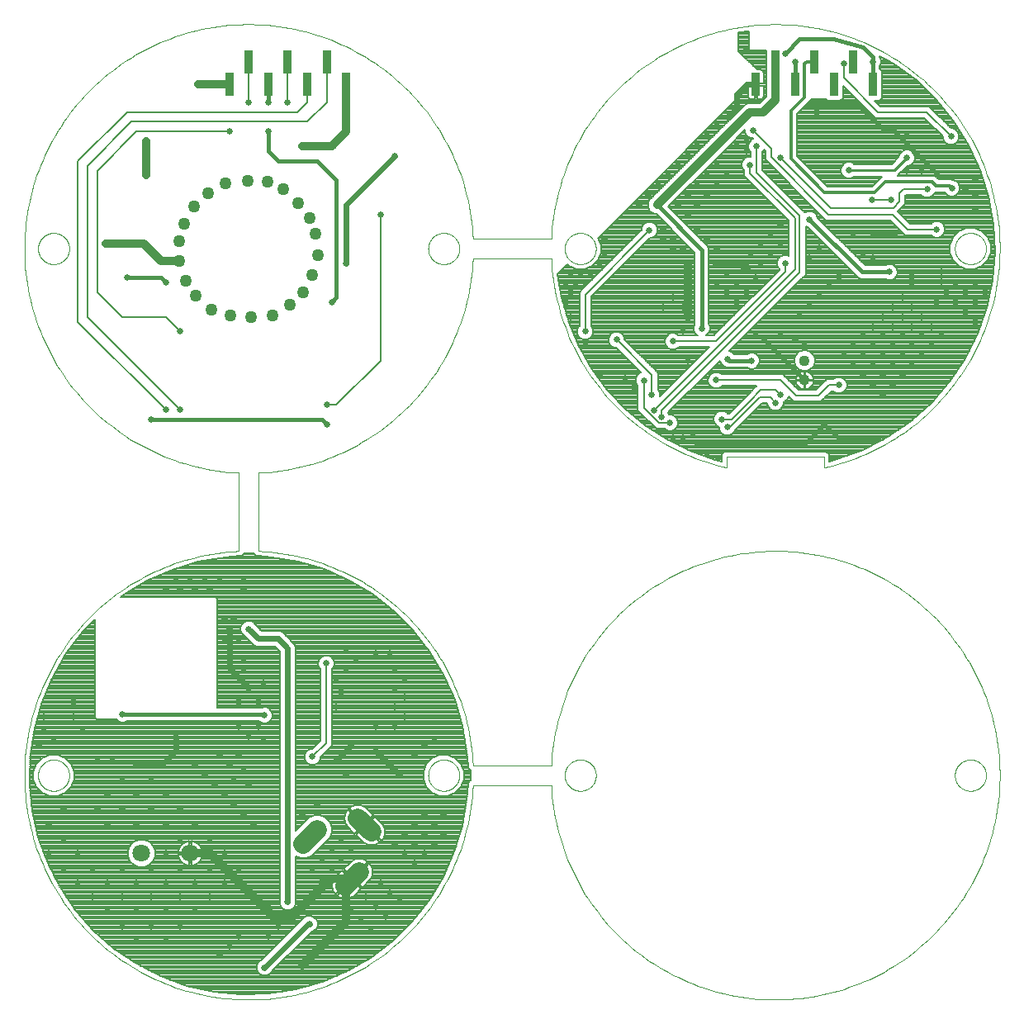
<source format=gbl>
G75*
%MOIN*%
%OFA0B0*%
%FSLAX25Y25*%
%IPPOS*%
%LPD*%
%AMOC8*
5,1,8,0,0,1.08239X$1,22.5*
%
%ADD10C,0.00000*%
%ADD11C,0.05000*%
%ADD12R,0.03346X0.09252*%
%ADD13C,0.07874*%
%ADD14C,0.04362*%
%ADD15C,0.07087*%
%ADD16C,0.00800*%
%ADD17C,0.02578*%
%ADD18C,0.03200*%
%ADD19C,0.02400*%
%ADD20C,0.01600*%
%ADD21C,0.01000*%
%ADD22C,0.01200*%
D10*
X0050350Y0092616D02*
X0050352Y0092774D01*
X0050358Y0092932D01*
X0050368Y0093090D01*
X0050382Y0093248D01*
X0050400Y0093405D01*
X0050421Y0093562D01*
X0050447Y0093718D01*
X0050477Y0093874D01*
X0050510Y0094029D01*
X0050548Y0094182D01*
X0050589Y0094335D01*
X0050634Y0094487D01*
X0050683Y0094638D01*
X0050736Y0094787D01*
X0050792Y0094935D01*
X0050852Y0095081D01*
X0050916Y0095226D01*
X0050984Y0095369D01*
X0051055Y0095511D01*
X0051129Y0095651D01*
X0051207Y0095788D01*
X0051289Y0095924D01*
X0051373Y0096058D01*
X0051462Y0096189D01*
X0051553Y0096318D01*
X0051648Y0096445D01*
X0051745Y0096570D01*
X0051846Y0096692D01*
X0051950Y0096811D01*
X0052057Y0096928D01*
X0052167Y0097042D01*
X0052280Y0097153D01*
X0052395Y0097262D01*
X0052513Y0097367D01*
X0052634Y0097469D01*
X0052757Y0097569D01*
X0052883Y0097665D01*
X0053011Y0097758D01*
X0053141Y0097848D01*
X0053274Y0097934D01*
X0053409Y0098018D01*
X0053545Y0098097D01*
X0053684Y0098174D01*
X0053825Y0098246D01*
X0053967Y0098316D01*
X0054111Y0098381D01*
X0054257Y0098443D01*
X0054404Y0098501D01*
X0054553Y0098556D01*
X0054703Y0098607D01*
X0054854Y0098654D01*
X0055006Y0098697D01*
X0055159Y0098736D01*
X0055314Y0098772D01*
X0055469Y0098803D01*
X0055625Y0098831D01*
X0055781Y0098855D01*
X0055938Y0098875D01*
X0056096Y0098891D01*
X0056253Y0098903D01*
X0056412Y0098911D01*
X0056570Y0098915D01*
X0056728Y0098915D01*
X0056886Y0098911D01*
X0057045Y0098903D01*
X0057202Y0098891D01*
X0057360Y0098875D01*
X0057517Y0098855D01*
X0057673Y0098831D01*
X0057829Y0098803D01*
X0057984Y0098772D01*
X0058139Y0098736D01*
X0058292Y0098697D01*
X0058444Y0098654D01*
X0058595Y0098607D01*
X0058745Y0098556D01*
X0058894Y0098501D01*
X0059041Y0098443D01*
X0059187Y0098381D01*
X0059331Y0098316D01*
X0059473Y0098246D01*
X0059614Y0098174D01*
X0059753Y0098097D01*
X0059889Y0098018D01*
X0060024Y0097934D01*
X0060157Y0097848D01*
X0060287Y0097758D01*
X0060415Y0097665D01*
X0060541Y0097569D01*
X0060664Y0097469D01*
X0060785Y0097367D01*
X0060903Y0097262D01*
X0061018Y0097153D01*
X0061131Y0097042D01*
X0061241Y0096928D01*
X0061348Y0096811D01*
X0061452Y0096692D01*
X0061553Y0096570D01*
X0061650Y0096445D01*
X0061745Y0096318D01*
X0061836Y0096189D01*
X0061925Y0096058D01*
X0062009Y0095924D01*
X0062091Y0095788D01*
X0062169Y0095651D01*
X0062243Y0095511D01*
X0062314Y0095369D01*
X0062382Y0095226D01*
X0062446Y0095081D01*
X0062506Y0094935D01*
X0062562Y0094787D01*
X0062615Y0094638D01*
X0062664Y0094487D01*
X0062709Y0094335D01*
X0062750Y0094182D01*
X0062788Y0094029D01*
X0062821Y0093874D01*
X0062851Y0093718D01*
X0062877Y0093562D01*
X0062898Y0093405D01*
X0062916Y0093248D01*
X0062930Y0093090D01*
X0062940Y0092932D01*
X0062946Y0092774D01*
X0062948Y0092616D01*
X0062946Y0092458D01*
X0062940Y0092300D01*
X0062930Y0092142D01*
X0062916Y0091984D01*
X0062898Y0091827D01*
X0062877Y0091670D01*
X0062851Y0091514D01*
X0062821Y0091358D01*
X0062788Y0091203D01*
X0062750Y0091050D01*
X0062709Y0090897D01*
X0062664Y0090745D01*
X0062615Y0090594D01*
X0062562Y0090445D01*
X0062506Y0090297D01*
X0062446Y0090151D01*
X0062382Y0090006D01*
X0062314Y0089863D01*
X0062243Y0089721D01*
X0062169Y0089581D01*
X0062091Y0089444D01*
X0062009Y0089308D01*
X0061925Y0089174D01*
X0061836Y0089043D01*
X0061745Y0088914D01*
X0061650Y0088787D01*
X0061553Y0088662D01*
X0061452Y0088540D01*
X0061348Y0088421D01*
X0061241Y0088304D01*
X0061131Y0088190D01*
X0061018Y0088079D01*
X0060903Y0087970D01*
X0060785Y0087865D01*
X0060664Y0087763D01*
X0060541Y0087663D01*
X0060415Y0087567D01*
X0060287Y0087474D01*
X0060157Y0087384D01*
X0060024Y0087298D01*
X0059889Y0087214D01*
X0059753Y0087135D01*
X0059614Y0087058D01*
X0059473Y0086986D01*
X0059331Y0086916D01*
X0059187Y0086851D01*
X0059041Y0086789D01*
X0058894Y0086731D01*
X0058745Y0086676D01*
X0058595Y0086625D01*
X0058444Y0086578D01*
X0058292Y0086535D01*
X0058139Y0086496D01*
X0057984Y0086460D01*
X0057829Y0086429D01*
X0057673Y0086401D01*
X0057517Y0086377D01*
X0057360Y0086357D01*
X0057202Y0086341D01*
X0057045Y0086329D01*
X0056886Y0086321D01*
X0056728Y0086317D01*
X0056570Y0086317D01*
X0056412Y0086321D01*
X0056253Y0086329D01*
X0056096Y0086341D01*
X0055938Y0086357D01*
X0055781Y0086377D01*
X0055625Y0086401D01*
X0055469Y0086429D01*
X0055314Y0086460D01*
X0055159Y0086496D01*
X0055006Y0086535D01*
X0054854Y0086578D01*
X0054703Y0086625D01*
X0054553Y0086676D01*
X0054404Y0086731D01*
X0054257Y0086789D01*
X0054111Y0086851D01*
X0053967Y0086916D01*
X0053825Y0086986D01*
X0053684Y0087058D01*
X0053545Y0087135D01*
X0053409Y0087214D01*
X0053274Y0087298D01*
X0053141Y0087384D01*
X0053011Y0087474D01*
X0052883Y0087567D01*
X0052757Y0087663D01*
X0052634Y0087763D01*
X0052513Y0087865D01*
X0052395Y0087970D01*
X0052280Y0088079D01*
X0052167Y0088190D01*
X0052057Y0088304D01*
X0051950Y0088421D01*
X0051846Y0088540D01*
X0051745Y0088662D01*
X0051648Y0088787D01*
X0051553Y0088914D01*
X0051462Y0089043D01*
X0051373Y0089174D01*
X0051289Y0089308D01*
X0051207Y0089444D01*
X0051129Y0089581D01*
X0051055Y0089721D01*
X0050984Y0089863D01*
X0050916Y0090006D01*
X0050852Y0090151D01*
X0050792Y0090297D01*
X0050736Y0090445D01*
X0050683Y0090594D01*
X0050634Y0090745D01*
X0050589Y0090897D01*
X0050548Y0091050D01*
X0050510Y0091203D01*
X0050477Y0091358D01*
X0050447Y0091514D01*
X0050421Y0091670D01*
X0050400Y0091827D01*
X0050382Y0091984D01*
X0050368Y0092142D01*
X0050358Y0092300D01*
X0050352Y0092458D01*
X0050350Y0092616D01*
X0139326Y0183081D02*
X0141525Y0182959D01*
X0143721Y0182783D01*
X0145911Y0182554D01*
X0148096Y0182271D01*
X0150273Y0181935D01*
X0152441Y0181547D01*
X0154599Y0181106D01*
X0156745Y0180613D01*
X0158879Y0180067D01*
X0160999Y0179470D01*
X0163104Y0178821D01*
X0165193Y0178122D01*
X0167264Y0177372D01*
X0169316Y0176571D01*
X0171348Y0175721D01*
X0173358Y0174822D01*
X0175346Y0173874D01*
X0177311Y0172878D01*
X0179251Y0171835D01*
X0181165Y0170745D01*
X0183051Y0169608D01*
X0184910Y0168426D01*
X0186739Y0167199D01*
X0188538Y0165928D01*
X0190305Y0164614D01*
X0192040Y0163257D01*
X0193742Y0161858D01*
X0195409Y0160418D01*
X0197040Y0158938D01*
X0198635Y0157419D01*
X0200192Y0155862D01*
X0201711Y0154267D01*
X0203191Y0152636D01*
X0204631Y0150969D01*
X0206030Y0149267D01*
X0207387Y0147532D01*
X0208701Y0145765D01*
X0209972Y0143966D01*
X0211199Y0142137D01*
X0212381Y0140278D01*
X0213518Y0138392D01*
X0214608Y0136478D01*
X0215651Y0134538D01*
X0216647Y0132573D01*
X0217595Y0130585D01*
X0218494Y0128575D01*
X0219344Y0126543D01*
X0220145Y0124491D01*
X0220895Y0122420D01*
X0221594Y0120331D01*
X0222243Y0118226D01*
X0222840Y0116106D01*
X0223386Y0113972D01*
X0223879Y0111826D01*
X0224320Y0109668D01*
X0224708Y0107500D01*
X0225044Y0105323D01*
X0225327Y0103138D01*
X0225556Y0100948D01*
X0225732Y0098752D01*
X0225854Y0096553D01*
X0225855Y0096554D02*
X0257522Y0096554D01*
X0257522Y0088679D02*
X0225855Y0088679D01*
X0207830Y0092616D02*
X0207832Y0092774D01*
X0207838Y0092932D01*
X0207848Y0093090D01*
X0207862Y0093248D01*
X0207880Y0093405D01*
X0207901Y0093562D01*
X0207927Y0093718D01*
X0207957Y0093874D01*
X0207990Y0094029D01*
X0208028Y0094182D01*
X0208069Y0094335D01*
X0208114Y0094487D01*
X0208163Y0094638D01*
X0208216Y0094787D01*
X0208272Y0094935D01*
X0208332Y0095081D01*
X0208396Y0095226D01*
X0208464Y0095369D01*
X0208535Y0095511D01*
X0208609Y0095651D01*
X0208687Y0095788D01*
X0208769Y0095924D01*
X0208853Y0096058D01*
X0208942Y0096189D01*
X0209033Y0096318D01*
X0209128Y0096445D01*
X0209225Y0096570D01*
X0209326Y0096692D01*
X0209430Y0096811D01*
X0209537Y0096928D01*
X0209647Y0097042D01*
X0209760Y0097153D01*
X0209875Y0097262D01*
X0209993Y0097367D01*
X0210114Y0097469D01*
X0210237Y0097569D01*
X0210363Y0097665D01*
X0210491Y0097758D01*
X0210621Y0097848D01*
X0210754Y0097934D01*
X0210889Y0098018D01*
X0211025Y0098097D01*
X0211164Y0098174D01*
X0211305Y0098246D01*
X0211447Y0098316D01*
X0211591Y0098381D01*
X0211737Y0098443D01*
X0211884Y0098501D01*
X0212033Y0098556D01*
X0212183Y0098607D01*
X0212334Y0098654D01*
X0212486Y0098697D01*
X0212639Y0098736D01*
X0212794Y0098772D01*
X0212949Y0098803D01*
X0213105Y0098831D01*
X0213261Y0098855D01*
X0213418Y0098875D01*
X0213576Y0098891D01*
X0213733Y0098903D01*
X0213892Y0098911D01*
X0214050Y0098915D01*
X0214208Y0098915D01*
X0214366Y0098911D01*
X0214525Y0098903D01*
X0214682Y0098891D01*
X0214840Y0098875D01*
X0214997Y0098855D01*
X0215153Y0098831D01*
X0215309Y0098803D01*
X0215464Y0098772D01*
X0215619Y0098736D01*
X0215772Y0098697D01*
X0215924Y0098654D01*
X0216075Y0098607D01*
X0216225Y0098556D01*
X0216374Y0098501D01*
X0216521Y0098443D01*
X0216667Y0098381D01*
X0216811Y0098316D01*
X0216953Y0098246D01*
X0217094Y0098174D01*
X0217233Y0098097D01*
X0217369Y0098018D01*
X0217504Y0097934D01*
X0217637Y0097848D01*
X0217767Y0097758D01*
X0217895Y0097665D01*
X0218021Y0097569D01*
X0218144Y0097469D01*
X0218265Y0097367D01*
X0218383Y0097262D01*
X0218498Y0097153D01*
X0218611Y0097042D01*
X0218721Y0096928D01*
X0218828Y0096811D01*
X0218932Y0096692D01*
X0219033Y0096570D01*
X0219130Y0096445D01*
X0219225Y0096318D01*
X0219316Y0096189D01*
X0219405Y0096058D01*
X0219489Y0095924D01*
X0219571Y0095788D01*
X0219649Y0095651D01*
X0219723Y0095511D01*
X0219794Y0095369D01*
X0219862Y0095226D01*
X0219926Y0095081D01*
X0219986Y0094935D01*
X0220042Y0094787D01*
X0220095Y0094638D01*
X0220144Y0094487D01*
X0220189Y0094335D01*
X0220230Y0094182D01*
X0220268Y0094029D01*
X0220301Y0093874D01*
X0220331Y0093718D01*
X0220357Y0093562D01*
X0220378Y0093405D01*
X0220396Y0093248D01*
X0220410Y0093090D01*
X0220420Y0092932D01*
X0220426Y0092774D01*
X0220428Y0092616D01*
X0220426Y0092458D01*
X0220420Y0092300D01*
X0220410Y0092142D01*
X0220396Y0091984D01*
X0220378Y0091827D01*
X0220357Y0091670D01*
X0220331Y0091514D01*
X0220301Y0091358D01*
X0220268Y0091203D01*
X0220230Y0091050D01*
X0220189Y0090897D01*
X0220144Y0090745D01*
X0220095Y0090594D01*
X0220042Y0090445D01*
X0219986Y0090297D01*
X0219926Y0090151D01*
X0219862Y0090006D01*
X0219794Y0089863D01*
X0219723Y0089721D01*
X0219649Y0089581D01*
X0219571Y0089444D01*
X0219489Y0089308D01*
X0219405Y0089174D01*
X0219316Y0089043D01*
X0219225Y0088914D01*
X0219130Y0088787D01*
X0219033Y0088662D01*
X0218932Y0088540D01*
X0218828Y0088421D01*
X0218721Y0088304D01*
X0218611Y0088190D01*
X0218498Y0088079D01*
X0218383Y0087970D01*
X0218265Y0087865D01*
X0218144Y0087763D01*
X0218021Y0087663D01*
X0217895Y0087567D01*
X0217767Y0087474D01*
X0217637Y0087384D01*
X0217504Y0087298D01*
X0217369Y0087214D01*
X0217233Y0087135D01*
X0217094Y0087058D01*
X0216953Y0086986D01*
X0216811Y0086916D01*
X0216667Y0086851D01*
X0216521Y0086789D01*
X0216374Y0086731D01*
X0216225Y0086676D01*
X0216075Y0086625D01*
X0215924Y0086578D01*
X0215772Y0086535D01*
X0215619Y0086496D01*
X0215464Y0086460D01*
X0215309Y0086429D01*
X0215153Y0086401D01*
X0214997Y0086377D01*
X0214840Y0086357D01*
X0214682Y0086341D01*
X0214525Y0086329D01*
X0214366Y0086321D01*
X0214208Y0086317D01*
X0214050Y0086317D01*
X0213892Y0086321D01*
X0213733Y0086329D01*
X0213576Y0086341D01*
X0213418Y0086357D01*
X0213261Y0086377D01*
X0213105Y0086401D01*
X0212949Y0086429D01*
X0212794Y0086460D01*
X0212639Y0086496D01*
X0212486Y0086535D01*
X0212334Y0086578D01*
X0212183Y0086625D01*
X0212033Y0086676D01*
X0211884Y0086731D01*
X0211737Y0086789D01*
X0211591Y0086851D01*
X0211447Y0086916D01*
X0211305Y0086986D01*
X0211164Y0087058D01*
X0211025Y0087135D01*
X0210889Y0087214D01*
X0210754Y0087298D01*
X0210621Y0087384D01*
X0210491Y0087474D01*
X0210363Y0087567D01*
X0210237Y0087663D01*
X0210114Y0087763D01*
X0209993Y0087865D01*
X0209875Y0087970D01*
X0209760Y0088079D01*
X0209647Y0088190D01*
X0209537Y0088304D01*
X0209430Y0088421D01*
X0209326Y0088540D01*
X0209225Y0088662D01*
X0209128Y0088787D01*
X0209033Y0088914D01*
X0208942Y0089043D01*
X0208853Y0089174D01*
X0208769Y0089308D01*
X0208687Y0089444D01*
X0208609Y0089581D01*
X0208535Y0089721D01*
X0208464Y0089863D01*
X0208396Y0090006D01*
X0208332Y0090151D01*
X0208272Y0090297D01*
X0208216Y0090445D01*
X0208163Y0090594D01*
X0208114Y0090745D01*
X0208069Y0090897D01*
X0208028Y0091050D01*
X0207990Y0091203D01*
X0207957Y0091358D01*
X0207927Y0091514D01*
X0207901Y0091670D01*
X0207880Y0091827D01*
X0207862Y0091984D01*
X0207848Y0092142D01*
X0207838Y0092300D01*
X0207832Y0092458D01*
X0207830Y0092616D01*
X0262948Y0092616D02*
X0262950Y0092774D01*
X0262956Y0092932D01*
X0262966Y0093090D01*
X0262980Y0093248D01*
X0262998Y0093405D01*
X0263019Y0093562D01*
X0263045Y0093718D01*
X0263075Y0093874D01*
X0263108Y0094029D01*
X0263146Y0094182D01*
X0263187Y0094335D01*
X0263232Y0094487D01*
X0263281Y0094638D01*
X0263334Y0094787D01*
X0263390Y0094935D01*
X0263450Y0095081D01*
X0263514Y0095226D01*
X0263582Y0095369D01*
X0263653Y0095511D01*
X0263727Y0095651D01*
X0263805Y0095788D01*
X0263887Y0095924D01*
X0263971Y0096058D01*
X0264060Y0096189D01*
X0264151Y0096318D01*
X0264246Y0096445D01*
X0264343Y0096570D01*
X0264444Y0096692D01*
X0264548Y0096811D01*
X0264655Y0096928D01*
X0264765Y0097042D01*
X0264878Y0097153D01*
X0264993Y0097262D01*
X0265111Y0097367D01*
X0265232Y0097469D01*
X0265355Y0097569D01*
X0265481Y0097665D01*
X0265609Y0097758D01*
X0265739Y0097848D01*
X0265872Y0097934D01*
X0266007Y0098018D01*
X0266143Y0098097D01*
X0266282Y0098174D01*
X0266423Y0098246D01*
X0266565Y0098316D01*
X0266709Y0098381D01*
X0266855Y0098443D01*
X0267002Y0098501D01*
X0267151Y0098556D01*
X0267301Y0098607D01*
X0267452Y0098654D01*
X0267604Y0098697D01*
X0267757Y0098736D01*
X0267912Y0098772D01*
X0268067Y0098803D01*
X0268223Y0098831D01*
X0268379Y0098855D01*
X0268536Y0098875D01*
X0268694Y0098891D01*
X0268851Y0098903D01*
X0269010Y0098911D01*
X0269168Y0098915D01*
X0269326Y0098915D01*
X0269484Y0098911D01*
X0269643Y0098903D01*
X0269800Y0098891D01*
X0269958Y0098875D01*
X0270115Y0098855D01*
X0270271Y0098831D01*
X0270427Y0098803D01*
X0270582Y0098772D01*
X0270737Y0098736D01*
X0270890Y0098697D01*
X0271042Y0098654D01*
X0271193Y0098607D01*
X0271343Y0098556D01*
X0271492Y0098501D01*
X0271639Y0098443D01*
X0271785Y0098381D01*
X0271929Y0098316D01*
X0272071Y0098246D01*
X0272212Y0098174D01*
X0272351Y0098097D01*
X0272487Y0098018D01*
X0272622Y0097934D01*
X0272755Y0097848D01*
X0272885Y0097758D01*
X0273013Y0097665D01*
X0273139Y0097569D01*
X0273262Y0097469D01*
X0273383Y0097367D01*
X0273501Y0097262D01*
X0273616Y0097153D01*
X0273729Y0097042D01*
X0273839Y0096928D01*
X0273946Y0096811D01*
X0274050Y0096692D01*
X0274151Y0096570D01*
X0274248Y0096445D01*
X0274343Y0096318D01*
X0274434Y0096189D01*
X0274523Y0096058D01*
X0274607Y0095924D01*
X0274689Y0095788D01*
X0274767Y0095651D01*
X0274841Y0095511D01*
X0274912Y0095369D01*
X0274980Y0095226D01*
X0275044Y0095081D01*
X0275104Y0094935D01*
X0275160Y0094787D01*
X0275213Y0094638D01*
X0275262Y0094487D01*
X0275307Y0094335D01*
X0275348Y0094182D01*
X0275386Y0094029D01*
X0275419Y0093874D01*
X0275449Y0093718D01*
X0275475Y0093562D01*
X0275496Y0093405D01*
X0275514Y0093248D01*
X0275528Y0093090D01*
X0275538Y0092932D01*
X0275544Y0092774D01*
X0275546Y0092616D01*
X0275544Y0092458D01*
X0275538Y0092300D01*
X0275528Y0092142D01*
X0275514Y0091984D01*
X0275496Y0091827D01*
X0275475Y0091670D01*
X0275449Y0091514D01*
X0275419Y0091358D01*
X0275386Y0091203D01*
X0275348Y0091050D01*
X0275307Y0090897D01*
X0275262Y0090745D01*
X0275213Y0090594D01*
X0275160Y0090445D01*
X0275104Y0090297D01*
X0275044Y0090151D01*
X0274980Y0090006D01*
X0274912Y0089863D01*
X0274841Y0089721D01*
X0274767Y0089581D01*
X0274689Y0089444D01*
X0274607Y0089308D01*
X0274523Y0089174D01*
X0274434Y0089043D01*
X0274343Y0088914D01*
X0274248Y0088787D01*
X0274151Y0088662D01*
X0274050Y0088540D01*
X0273946Y0088421D01*
X0273839Y0088304D01*
X0273729Y0088190D01*
X0273616Y0088079D01*
X0273501Y0087970D01*
X0273383Y0087865D01*
X0273262Y0087763D01*
X0273139Y0087663D01*
X0273013Y0087567D01*
X0272885Y0087474D01*
X0272755Y0087384D01*
X0272622Y0087298D01*
X0272487Y0087214D01*
X0272351Y0087135D01*
X0272212Y0087058D01*
X0272071Y0086986D01*
X0271929Y0086916D01*
X0271785Y0086851D01*
X0271639Y0086789D01*
X0271492Y0086731D01*
X0271343Y0086676D01*
X0271193Y0086625D01*
X0271042Y0086578D01*
X0270890Y0086535D01*
X0270737Y0086496D01*
X0270582Y0086460D01*
X0270427Y0086429D01*
X0270271Y0086401D01*
X0270115Y0086377D01*
X0269958Y0086357D01*
X0269800Y0086341D01*
X0269643Y0086329D01*
X0269484Y0086321D01*
X0269326Y0086317D01*
X0269168Y0086317D01*
X0269010Y0086321D01*
X0268851Y0086329D01*
X0268694Y0086341D01*
X0268536Y0086357D01*
X0268379Y0086377D01*
X0268223Y0086401D01*
X0268067Y0086429D01*
X0267912Y0086460D01*
X0267757Y0086496D01*
X0267604Y0086535D01*
X0267452Y0086578D01*
X0267301Y0086625D01*
X0267151Y0086676D01*
X0267002Y0086731D01*
X0266855Y0086789D01*
X0266709Y0086851D01*
X0266565Y0086916D01*
X0266423Y0086986D01*
X0266282Y0087058D01*
X0266143Y0087135D01*
X0266007Y0087214D01*
X0265872Y0087298D01*
X0265739Y0087384D01*
X0265609Y0087474D01*
X0265481Y0087567D01*
X0265355Y0087663D01*
X0265232Y0087763D01*
X0265111Y0087865D01*
X0264993Y0087970D01*
X0264878Y0088079D01*
X0264765Y0088190D01*
X0264655Y0088304D01*
X0264548Y0088421D01*
X0264444Y0088540D01*
X0264343Y0088662D01*
X0264246Y0088787D01*
X0264151Y0088914D01*
X0264060Y0089043D01*
X0263971Y0089174D01*
X0263887Y0089308D01*
X0263805Y0089444D01*
X0263727Y0089581D01*
X0263653Y0089721D01*
X0263582Y0089863D01*
X0263514Y0090006D01*
X0263450Y0090151D01*
X0263390Y0090297D01*
X0263334Y0090445D01*
X0263281Y0090594D01*
X0263232Y0090745D01*
X0263187Y0090897D01*
X0263146Y0091050D01*
X0263108Y0091203D01*
X0263075Y0091358D01*
X0263045Y0091514D01*
X0263019Y0091670D01*
X0262998Y0091827D01*
X0262980Y0091984D01*
X0262966Y0092142D01*
X0262956Y0092300D01*
X0262950Y0092458D01*
X0262948Y0092616D01*
X0257523Y0088679D02*
X0257646Y0086465D01*
X0257824Y0084254D01*
X0258056Y0082049D01*
X0258341Y0079850D01*
X0258681Y0077658D01*
X0259074Y0075476D01*
X0259520Y0073304D01*
X0260020Y0071143D01*
X0260572Y0068995D01*
X0261177Y0066862D01*
X0261833Y0064743D01*
X0262542Y0062642D01*
X0263302Y0060558D01*
X0264112Y0058494D01*
X0264973Y0056450D01*
X0265883Y0054428D01*
X0266843Y0052429D01*
X0267851Y0050454D01*
X0268908Y0048504D01*
X0270012Y0046581D01*
X0271163Y0044685D01*
X0272359Y0042818D01*
X0273602Y0040981D01*
X0274888Y0039175D01*
X0276219Y0037401D01*
X0277593Y0035660D01*
X0279008Y0033953D01*
X0280466Y0032282D01*
X0281963Y0030646D01*
X0283501Y0029048D01*
X0285077Y0027488D01*
X0286691Y0025967D01*
X0288341Y0024486D01*
X0290027Y0023046D01*
X0291748Y0021647D01*
X0293503Y0020291D01*
X0295291Y0018979D01*
X0297110Y0017710D01*
X0298959Y0016487D01*
X0300838Y0015309D01*
X0302746Y0014177D01*
X0304680Y0013093D01*
X0306640Y0012056D01*
X0308626Y0011068D01*
X0310634Y0010128D01*
X0312666Y0009238D01*
X0314718Y0008399D01*
X0316790Y0007609D01*
X0318881Y0006871D01*
X0320990Y0006183D01*
X0323115Y0005548D01*
X0325254Y0004965D01*
X0327407Y0004435D01*
X0329573Y0003957D01*
X0331750Y0003533D01*
X0333936Y0003162D01*
X0336131Y0002845D01*
X0338333Y0002581D01*
X0340540Y0002372D01*
X0342753Y0002216D01*
X0344968Y0002115D01*
X0347185Y0002069D01*
X0349403Y0002076D01*
X0351619Y0002138D01*
X0353834Y0002254D01*
X0356045Y0002424D01*
X0358251Y0002649D01*
X0360451Y0002927D01*
X0362644Y0003259D01*
X0364828Y0003645D01*
X0367002Y0004084D01*
X0369164Y0004576D01*
X0371313Y0005121D01*
X0373449Y0005718D01*
X0375569Y0006368D01*
X0377673Y0007069D01*
X0379759Y0007822D01*
X0381826Y0008625D01*
X0383873Y0009479D01*
X0385898Y0010383D01*
X0387900Y0011336D01*
X0389879Y0012338D01*
X0391832Y0013387D01*
X0393759Y0014485D01*
X0395659Y0015629D01*
X0397530Y0016820D01*
X0399371Y0018056D01*
X0401182Y0019336D01*
X0402960Y0020661D01*
X0404706Y0022029D01*
X0406417Y0023439D01*
X0408094Y0024890D01*
X0409734Y0026382D01*
X0411338Y0027914D01*
X0412903Y0029485D01*
X0414430Y0031094D01*
X0415916Y0032739D01*
X0417362Y0034421D01*
X0418767Y0036137D01*
X0420128Y0037887D01*
X0421447Y0039670D01*
X0422722Y0041485D01*
X0423951Y0043330D01*
X0425135Y0045205D01*
X0426273Y0047109D01*
X0427364Y0049040D01*
X0428408Y0050997D01*
X0429403Y0052978D01*
X0430349Y0054984D01*
X0431246Y0057012D01*
X0432093Y0059062D01*
X0432889Y0061131D01*
X0433635Y0063220D01*
X0434329Y0065326D01*
X0434971Y0067449D01*
X0435561Y0069586D01*
X0436099Y0071738D01*
X0436584Y0073902D01*
X0437016Y0076077D01*
X0437394Y0078262D01*
X0437719Y0080456D01*
X0437990Y0082657D01*
X0438207Y0084864D01*
X0438369Y0087075D01*
X0438478Y0089290D01*
X0438532Y0091507D01*
X0438532Y0093725D01*
X0438478Y0095942D01*
X0438369Y0098157D01*
X0438207Y0100368D01*
X0437990Y0102575D01*
X0437719Y0104776D01*
X0437394Y0106970D01*
X0437016Y0109155D01*
X0436584Y0111330D01*
X0436099Y0113494D01*
X0435561Y0115646D01*
X0434971Y0117783D01*
X0434329Y0119906D01*
X0433635Y0122012D01*
X0432889Y0124101D01*
X0432093Y0126170D01*
X0431246Y0128220D01*
X0430349Y0130248D01*
X0429403Y0132254D01*
X0428408Y0134235D01*
X0427364Y0136192D01*
X0426273Y0138123D01*
X0425135Y0140027D01*
X0423951Y0141902D01*
X0422722Y0143747D01*
X0421447Y0145562D01*
X0420128Y0147345D01*
X0418767Y0149095D01*
X0417362Y0150811D01*
X0415916Y0152493D01*
X0414430Y0154138D01*
X0412903Y0155747D01*
X0411338Y0157318D01*
X0409734Y0158850D01*
X0408094Y0160342D01*
X0406417Y0161793D01*
X0404706Y0163203D01*
X0402960Y0164571D01*
X0401182Y0165896D01*
X0399371Y0167176D01*
X0397530Y0168412D01*
X0395659Y0169603D01*
X0393759Y0170747D01*
X0391832Y0171845D01*
X0389879Y0172894D01*
X0387900Y0173896D01*
X0385898Y0174849D01*
X0383873Y0175753D01*
X0381826Y0176607D01*
X0379759Y0177410D01*
X0377673Y0178163D01*
X0375569Y0178864D01*
X0373449Y0179514D01*
X0371313Y0180111D01*
X0369164Y0180656D01*
X0367002Y0181148D01*
X0364828Y0181587D01*
X0362644Y0181973D01*
X0360451Y0182305D01*
X0358251Y0182583D01*
X0356045Y0182808D01*
X0353834Y0182978D01*
X0351619Y0183094D01*
X0349403Y0183156D01*
X0347185Y0183163D01*
X0344968Y0183117D01*
X0342753Y0183016D01*
X0340540Y0182860D01*
X0338333Y0182651D01*
X0336131Y0182387D01*
X0333936Y0182070D01*
X0331750Y0181699D01*
X0329573Y0181275D01*
X0327407Y0180797D01*
X0325254Y0180267D01*
X0323115Y0179684D01*
X0320990Y0179049D01*
X0318881Y0178361D01*
X0316790Y0177623D01*
X0314718Y0176833D01*
X0312666Y0175994D01*
X0310634Y0175104D01*
X0308626Y0174164D01*
X0306640Y0173176D01*
X0304680Y0172139D01*
X0302746Y0171055D01*
X0300838Y0169923D01*
X0298959Y0168745D01*
X0297110Y0167522D01*
X0295291Y0166253D01*
X0293503Y0164941D01*
X0291748Y0163585D01*
X0290027Y0162186D01*
X0288341Y0160746D01*
X0286691Y0159265D01*
X0285077Y0157744D01*
X0283501Y0156184D01*
X0281963Y0154586D01*
X0280466Y0152950D01*
X0279008Y0151279D01*
X0277593Y0149572D01*
X0276219Y0147831D01*
X0274888Y0146057D01*
X0273602Y0144251D01*
X0272359Y0142414D01*
X0271163Y0140547D01*
X0270012Y0138651D01*
X0268908Y0136728D01*
X0267851Y0134778D01*
X0266843Y0132803D01*
X0265883Y0130804D01*
X0264973Y0128782D01*
X0264112Y0126738D01*
X0263302Y0124674D01*
X0262542Y0122590D01*
X0261833Y0120489D01*
X0261177Y0118370D01*
X0260572Y0116237D01*
X0260020Y0114089D01*
X0259520Y0111928D01*
X0259074Y0109756D01*
X0258681Y0107574D01*
X0258341Y0105382D01*
X0258056Y0103183D01*
X0257824Y0100978D01*
X0257646Y0098767D01*
X0257523Y0096553D01*
X0139326Y0183082D02*
X0139326Y0214750D01*
X0131452Y0214750D02*
X0131452Y0183082D01*
X0131452Y0183081D02*
X0129239Y0182958D01*
X0127031Y0182780D01*
X0124827Y0182549D01*
X0122629Y0182263D01*
X0120439Y0181924D01*
X0118258Y0181532D01*
X0116088Y0181086D01*
X0113928Y0180587D01*
X0111782Y0180036D01*
X0109650Y0179432D01*
X0107533Y0178776D01*
X0105433Y0178069D01*
X0103351Y0177310D01*
X0101288Y0176501D01*
X0099246Y0175641D01*
X0097225Y0174732D01*
X0095227Y0173773D01*
X0093253Y0172766D01*
X0091304Y0171711D01*
X0089382Y0170609D01*
X0087487Y0169459D01*
X0085621Y0168264D01*
X0083785Y0167024D01*
X0081980Y0165739D01*
X0080206Y0164410D01*
X0078466Y0163038D01*
X0076760Y0161624D01*
X0075089Y0160168D01*
X0073454Y0158673D01*
X0071856Y0157137D01*
X0070296Y0155563D01*
X0068775Y0153952D01*
X0067294Y0152303D01*
X0065854Y0150619D01*
X0064455Y0148900D01*
X0063099Y0147147D01*
X0061786Y0145362D01*
X0060518Y0143545D01*
X0059294Y0141698D01*
X0058116Y0139821D01*
X0056984Y0137916D01*
X0055899Y0135984D01*
X0054861Y0134026D01*
X0053872Y0132043D01*
X0052932Y0130036D01*
X0052041Y0128007D01*
X0051199Y0125957D01*
X0050409Y0123887D01*
X0049669Y0121798D01*
X0048981Y0119691D01*
X0048344Y0117569D01*
X0047759Y0115431D01*
X0047227Y0113280D01*
X0046748Y0111117D01*
X0046322Y0108942D01*
X0045949Y0106758D01*
X0045630Y0104565D01*
X0045364Y0102365D01*
X0045153Y0100159D01*
X0044995Y0097948D01*
X0044892Y0095735D01*
X0044843Y0093519D01*
X0044848Y0091303D01*
X0044907Y0089088D01*
X0045020Y0086875D01*
X0045188Y0084665D01*
X0045409Y0082460D01*
X0045685Y0080262D01*
X0046014Y0078070D01*
X0046397Y0075887D01*
X0046833Y0073715D01*
X0047322Y0071553D01*
X0047863Y0069405D01*
X0048458Y0067270D01*
X0049104Y0065150D01*
X0049802Y0063047D01*
X0050551Y0060961D01*
X0051351Y0058895D01*
X0052201Y0056849D01*
X0053102Y0054824D01*
X0054051Y0052821D01*
X0055049Y0050843D01*
X0056095Y0048889D01*
X0057189Y0046962D01*
X0058330Y0045062D01*
X0059517Y0043191D01*
X0060749Y0041349D01*
X0062026Y0039538D01*
X0063346Y0037758D01*
X0064710Y0036012D01*
X0066117Y0034299D01*
X0067565Y0032622D01*
X0069053Y0030980D01*
X0070581Y0029375D01*
X0072148Y0027808D01*
X0073753Y0026280D01*
X0075395Y0024792D01*
X0077072Y0023344D01*
X0078785Y0021937D01*
X0080531Y0020573D01*
X0082311Y0019253D01*
X0084122Y0017976D01*
X0085964Y0016744D01*
X0087835Y0015557D01*
X0089735Y0014416D01*
X0091662Y0013322D01*
X0093616Y0012276D01*
X0095594Y0011278D01*
X0097597Y0010329D01*
X0099622Y0009428D01*
X0101668Y0008578D01*
X0103734Y0007778D01*
X0105820Y0007029D01*
X0107923Y0006331D01*
X0110043Y0005685D01*
X0112178Y0005090D01*
X0114326Y0004549D01*
X0116488Y0004060D01*
X0118660Y0003624D01*
X0120843Y0003241D01*
X0123035Y0002912D01*
X0125233Y0002636D01*
X0127438Y0002415D01*
X0129648Y0002247D01*
X0131861Y0002134D01*
X0134076Y0002075D01*
X0136292Y0002070D01*
X0138508Y0002119D01*
X0140721Y0002222D01*
X0142932Y0002380D01*
X0145138Y0002591D01*
X0147338Y0002857D01*
X0149531Y0003176D01*
X0151715Y0003549D01*
X0153890Y0003975D01*
X0156053Y0004454D01*
X0158204Y0004986D01*
X0160342Y0005571D01*
X0162464Y0006208D01*
X0164571Y0006896D01*
X0166660Y0007636D01*
X0168730Y0008426D01*
X0170780Y0009268D01*
X0172809Y0010159D01*
X0174816Y0011099D01*
X0176799Y0012088D01*
X0178757Y0013126D01*
X0180689Y0014211D01*
X0182594Y0015343D01*
X0184471Y0016521D01*
X0186318Y0017745D01*
X0188135Y0019013D01*
X0189920Y0020326D01*
X0191673Y0021682D01*
X0193392Y0023081D01*
X0195076Y0024521D01*
X0196725Y0026002D01*
X0198336Y0027523D01*
X0199910Y0029083D01*
X0201446Y0030681D01*
X0202941Y0032316D01*
X0204397Y0033987D01*
X0205811Y0035693D01*
X0207183Y0037433D01*
X0208512Y0039207D01*
X0209797Y0041012D01*
X0211037Y0042848D01*
X0212232Y0044714D01*
X0213382Y0046609D01*
X0214484Y0048531D01*
X0215539Y0050480D01*
X0216546Y0052454D01*
X0217505Y0054452D01*
X0218414Y0056473D01*
X0219274Y0058515D01*
X0220083Y0060578D01*
X0220842Y0062660D01*
X0221549Y0064760D01*
X0222205Y0066877D01*
X0222809Y0069009D01*
X0223360Y0071155D01*
X0223859Y0073315D01*
X0224305Y0075485D01*
X0224697Y0077666D01*
X0225036Y0079856D01*
X0225322Y0082054D01*
X0225553Y0084258D01*
X0225731Y0086466D01*
X0225854Y0088679D01*
X0328302Y0216829D02*
X0328302Y0221357D01*
X0367673Y0221357D01*
X0367673Y0216829D01*
X0328302Y0216830D02*
X0326167Y0217332D01*
X0324044Y0217887D01*
X0321936Y0218492D01*
X0319843Y0219149D01*
X0317767Y0219856D01*
X0315708Y0220613D01*
X0313668Y0221419D01*
X0311648Y0222275D01*
X0309650Y0223180D01*
X0307674Y0224133D01*
X0305722Y0225133D01*
X0303794Y0226180D01*
X0301893Y0227274D01*
X0300018Y0228413D01*
X0298172Y0229598D01*
X0296355Y0230827D01*
X0294568Y0232099D01*
X0292813Y0233415D01*
X0291090Y0234772D01*
X0289400Y0236171D01*
X0287745Y0237610D01*
X0286125Y0239089D01*
X0284542Y0240607D01*
X0282995Y0242163D01*
X0281487Y0243756D01*
X0280018Y0245385D01*
X0278588Y0247049D01*
X0277200Y0248747D01*
X0275853Y0250478D01*
X0274548Y0252241D01*
X0273286Y0254036D01*
X0272069Y0255860D01*
X0270895Y0257714D01*
X0269767Y0259595D01*
X0268685Y0261503D01*
X0267650Y0263437D01*
X0266661Y0265395D01*
X0265721Y0267377D01*
X0264828Y0269381D01*
X0263985Y0271405D01*
X0263190Y0273450D01*
X0262446Y0275514D01*
X0261751Y0277594D01*
X0261108Y0279691D01*
X0260515Y0281803D01*
X0259973Y0283929D01*
X0259484Y0286067D01*
X0259046Y0288217D01*
X0258660Y0290376D01*
X0258327Y0292544D01*
X0258046Y0294720D01*
X0257818Y0296901D01*
X0257644Y0299088D01*
X0257522Y0301278D01*
X0225855Y0301278D01*
X0225855Y0309152D02*
X0257522Y0309152D01*
X0262948Y0305215D02*
X0262950Y0305373D01*
X0262956Y0305531D01*
X0262966Y0305689D01*
X0262980Y0305847D01*
X0262998Y0306004D01*
X0263019Y0306161D01*
X0263045Y0306317D01*
X0263075Y0306473D01*
X0263108Y0306628D01*
X0263146Y0306781D01*
X0263187Y0306934D01*
X0263232Y0307086D01*
X0263281Y0307237D01*
X0263334Y0307386D01*
X0263390Y0307534D01*
X0263450Y0307680D01*
X0263514Y0307825D01*
X0263582Y0307968D01*
X0263653Y0308110D01*
X0263727Y0308250D01*
X0263805Y0308387D01*
X0263887Y0308523D01*
X0263971Y0308657D01*
X0264060Y0308788D01*
X0264151Y0308917D01*
X0264246Y0309044D01*
X0264343Y0309169D01*
X0264444Y0309291D01*
X0264548Y0309410D01*
X0264655Y0309527D01*
X0264765Y0309641D01*
X0264878Y0309752D01*
X0264993Y0309861D01*
X0265111Y0309966D01*
X0265232Y0310068D01*
X0265355Y0310168D01*
X0265481Y0310264D01*
X0265609Y0310357D01*
X0265739Y0310447D01*
X0265872Y0310533D01*
X0266007Y0310617D01*
X0266143Y0310696D01*
X0266282Y0310773D01*
X0266423Y0310845D01*
X0266565Y0310915D01*
X0266709Y0310980D01*
X0266855Y0311042D01*
X0267002Y0311100D01*
X0267151Y0311155D01*
X0267301Y0311206D01*
X0267452Y0311253D01*
X0267604Y0311296D01*
X0267757Y0311335D01*
X0267912Y0311371D01*
X0268067Y0311402D01*
X0268223Y0311430D01*
X0268379Y0311454D01*
X0268536Y0311474D01*
X0268694Y0311490D01*
X0268851Y0311502D01*
X0269010Y0311510D01*
X0269168Y0311514D01*
X0269326Y0311514D01*
X0269484Y0311510D01*
X0269643Y0311502D01*
X0269800Y0311490D01*
X0269958Y0311474D01*
X0270115Y0311454D01*
X0270271Y0311430D01*
X0270427Y0311402D01*
X0270582Y0311371D01*
X0270737Y0311335D01*
X0270890Y0311296D01*
X0271042Y0311253D01*
X0271193Y0311206D01*
X0271343Y0311155D01*
X0271492Y0311100D01*
X0271639Y0311042D01*
X0271785Y0310980D01*
X0271929Y0310915D01*
X0272071Y0310845D01*
X0272212Y0310773D01*
X0272351Y0310696D01*
X0272487Y0310617D01*
X0272622Y0310533D01*
X0272755Y0310447D01*
X0272885Y0310357D01*
X0273013Y0310264D01*
X0273139Y0310168D01*
X0273262Y0310068D01*
X0273383Y0309966D01*
X0273501Y0309861D01*
X0273616Y0309752D01*
X0273729Y0309641D01*
X0273839Y0309527D01*
X0273946Y0309410D01*
X0274050Y0309291D01*
X0274151Y0309169D01*
X0274248Y0309044D01*
X0274343Y0308917D01*
X0274434Y0308788D01*
X0274523Y0308657D01*
X0274607Y0308523D01*
X0274689Y0308387D01*
X0274767Y0308250D01*
X0274841Y0308110D01*
X0274912Y0307968D01*
X0274980Y0307825D01*
X0275044Y0307680D01*
X0275104Y0307534D01*
X0275160Y0307386D01*
X0275213Y0307237D01*
X0275262Y0307086D01*
X0275307Y0306934D01*
X0275348Y0306781D01*
X0275386Y0306628D01*
X0275419Y0306473D01*
X0275449Y0306317D01*
X0275475Y0306161D01*
X0275496Y0306004D01*
X0275514Y0305847D01*
X0275528Y0305689D01*
X0275538Y0305531D01*
X0275544Y0305373D01*
X0275546Y0305215D01*
X0275544Y0305057D01*
X0275538Y0304899D01*
X0275528Y0304741D01*
X0275514Y0304583D01*
X0275496Y0304426D01*
X0275475Y0304269D01*
X0275449Y0304113D01*
X0275419Y0303957D01*
X0275386Y0303802D01*
X0275348Y0303649D01*
X0275307Y0303496D01*
X0275262Y0303344D01*
X0275213Y0303193D01*
X0275160Y0303044D01*
X0275104Y0302896D01*
X0275044Y0302750D01*
X0274980Y0302605D01*
X0274912Y0302462D01*
X0274841Y0302320D01*
X0274767Y0302180D01*
X0274689Y0302043D01*
X0274607Y0301907D01*
X0274523Y0301773D01*
X0274434Y0301642D01*
X0274343Y0301513D01*
X0274248Y0301386D01*
X0274151Y0301261D01*
X0274050Y0301139D01*
X0273946Y0301020D01*
X0273839Y0300903D01*
X0273729Y0300789D01*
X0273616Y0300678D01*
X0273501Y0300569D01*
X0273383Y0300464D01*
X0273262Y0300362D01*
X0273139Y0300262D01*
X0273013Y0300166D01*
X0272885Y0300073D01*
X0272755Y0299983D01*
X0272622Y0299897D01*
X0272487Y0299813D01*
X0272351Y0299734D01*
X0272212Y0299657D01*
X0272071Y0299585D01*
X0271929Y0299515D01*
X0271785Y0299450D01*
X0271639Y0299388D01*
X0271492Y0299330D01*
X0271343Y0299275D01*
X0271193Y0299224D01*
X0271042Y0299177D01*
X0270890Y0299134D01*
X0270737Y0299095D01*
X0270582Y0299059D01*
X0270427Y0299028D01*
X0270271Y0299000D01*
X0270115Y0298976D01*
X0269958Y0298956D01*
X0269800Y0298940D01*
X0269643Y0298928D01*
X0269484Y0298920D01*
X0269326Y0298916D01*
X0269168Y0298916D01*
X0269010Y0298920D01*
X0268851Y0298928D01*
X0268694Y0298940D01*
X0268536Y0298956D01*
X0268379Y0298976D01*
X0268223Y0299000D01*
X0268067Y0299028D01*
X0267912Y0299059D01*
X0267757Y0299095D01*
X0267604Y0299134D01*
X0267452Y0299177D01*
X0267301Y0299224D01*
X0267151Y0299275D01*
X0267002Y0299330D01*
X0266855Y0299388D01*
X0266709Y0299450D01*
X0266565Y0299515D01*
X0266423Y0299585D01*
X0266282Y0299657D01*
X0266143Y0299734D01*
X0266007Y0299813D01*
X0265872Y0299897D01*
X0265739Y0299983D01*
X0265609Y0300073D01*
X0265481Y0300166D01*
X0265355Y0300262D01*
X0265232Y0300362D01*
X0265111Y0300464D01*
X0264993Y0300569D01*
X0264878Y0300678D01*
X0264765Y0300789D01*
X0264655Y0300903D01*
X0264548Y0301020D01*
X0264444Y0301139D01*
X0264343Y0301261D01*
X0264246Y0301386D01*
X0264151Y0301513D01*
X0264060Y0301642D01*
X0263971Y0301773D01*
X0263887Y0301907D01*
X0263805Y0302043D01*
X0263727Y0302180D01*
X0263653Y0302320D01*
X0263582Y0302462D01*
X0263514Y0302605D01*
X0263450Y0302750D01*
X0263390Y0302896D01*
X0263334Y0303044D01*
X0263281Y0303193D01*
X0263232Y0303344D01*
X0263187Y0303496D01*
X0263146Y0303649D01*
X0263108Y0303802D01*
X0263075Y0303957D01*
X0263045Y0304113D01*
X0263019Y0304269D01*
X0262998Y0304426D01*
X0262980Y0304583D01*
X0262966Y0304741D01*
X0262956Y0304899D01*
X0262950Y0305057D01*
X0262948Y0305215D01*
X0207830Y0305215D02*
X0207832Y0305373D01*
X0207838Y0305531D01*
X0207848Y0305689D01*
X0207862Y0305847D01*
X0207880Y0306004D01*
X0207901Y0306161D01*
X0207927Y0306317D01*
X0207957Y0306473D01*
X0207990Y0306628D01*
X0208028Y0306781D01*
X0208069Y0306934D01*
X0208114Y0307086D01*
X0208163Y0307237D01*
X0208216Y0307386D01*
X0208272Y0307534D01*
X0208332Y0307680D01*
X0208396Y0307825D01*
X0208464Y0307968D01*
X0208535Y0308110D01*
X0208609Y0308250D01*
X0208687Y0308387D01*
X0208769Y0308523D01*
X0208853Y0308657D01*
X0208942Y0308788D01*
X0209033Y0308917D01*
X0209128Y0309044D01*
X0209225Y0309169D01*
X0209326Y0309291D01*
X0209430Y0309410D01*
X0209537Y0309527D01*
X0209647Y0309641D01*
X0209760Y0309752D01*
X0209875Y0309861D01*
X0209993Y0309966D01*
X0210114Y0310068D01*
X0210237Y0310168D01*
X0210363Y0310264D01*
X0210491Y0310357D01*
X0210621Y0310447D01*
X0210754Y0310533D01*
X0210889Y0310617D01*
X0211025Y0310696D01*
X0211164Y0310773D01*
X0211305Y0310845D01*
X0211447Y0310915D01*
X0211591Y0310980D01*
X0211737Y0311042D01*
X0211884Y0311100D01*
X0212033Y0311155D01*
X0212183Y0311206D01*
X0212334Y0311253D01*
X0212486Y0311296D01*
X0212639Y0311335D01*
X0212794Y0311371D01*
X0212949Y0311402D01*
X0213105Y0311430D01*
X0213261Y0311454D01*
X0213418Y0311474D01*
X0213576Y0311490D01*
X0213733Y0311502D01*
X0213892Y0311510D01*
X0214050Y0311514D01*
X0214208Y0311514D01*
X0214366Y0311510D01*
X0214525Y0311502D01*
X0214682Y0311490D01*
X0214840Y0311474D01*
X0214997Y0311454D01*
X0215153Y0311430D01*
X0215309Y0311402D01*
X0215464Y0311371D01*
X0215619Y0311335D01*
X0215772Y0311296D01*
X0215924Y0311253D01*
X0216075Y0311206D01*
X0216225Y0311155D01*
X0216374Y0311100D01*
X0216521Y0311042D01*
X0216667Y0310980D01*
X0216811Y0310915D01*
X0216953Y0310845D01*
X0217094Y0310773D01*
X0217233Y0310696D01*
X0217369Y0310617D01*
X0217504Y0310533D01*
X0217637Y0310447D01*
X0217767Y0310357D01*
X0217895Y0310264D01*
X0218021Y0310168D01*
X0218144Y0310068D01*
X0218265Y0309966D01*
X0218383Y0309861D01*
X0218498Y0309752D01*
X0218611Y0309641D01*
X0218721Y0309527D01*
X0218828Y0309410D01*
X0218932Y0309291D01*
X0219033Y0309169D01*
X0219130Y0309044D01*
X0219225Y0308917D01*
X0219316Y0308788D01*
X0219405Y0308657D01*
X0219489Y0308523D01*
X0219571Y0308387D01*
X0219649Y0308250D01*
X0219723Y0308110D01*
X0219794Y0307968D01*
X0219862Y0307825D01*
X0219926Y0307680D01*
X0219986Y0307534D01*
X0220042Y0307386D01*
X0220095Y0307237D01*
X0220144Y0307086D01*
X0220189Y0306934D01*
X0220230Y0306781D01*
X0220268Y0306628D01*
X0220301Y0306473D01*
X0220331Y0306317D01*
X0220357Y0306161D01*
X0220378Y0306004D01*
X0220396Y0305847D01*
X0220410Y0305689D01*
X0220420Y0305531D01*
X0220426Y0305373D01*
X0220428Y0305215D01*
X0220426Y0305057D01*
X0220420Y0304899D01*
X0220410Y0304741D01*
X0220396Y0304583D01*
X0220378Y0304426D01*
X0220357Y0304269D01*
X0220331Y0304113D01*
X0220301Y0303957D01*
X0220268Y0303802D01*
X0220230Y0303649D01*
X0220189Y0303496D01*
X0220144Y0303344D01*
X0220095Y0303193D01*
X0220042Y0303044D01*
X0219986Y0302896D01*
X0219926Y0302750D01*
X0219862Y0302605D01*
X0219794Y0302462D01*
X0219723Y0302320D01*
X0219649Y0302180D01*
X0219571Y0302043D01*
X0219489Y0301907D01*
X0219405Y0301773D01*
X0219316Y0301642D01*
X0219225Y0301513D01*
X0219130Y0301386D01*
X0219033Y0301261D01*
X0218932Y0301139D01*
X0218828Y0301020D01*
X0218721Y0300903D01*
X0218611Y0300789D01*
X0218498Y0300678D01*
X0218383Y0300569D01*
X0218265Y0300464D01*
X0218144Y0300362D01*
X0218021Y0300262D01*
X0217895Y0300166D01*
X0217767Y0300073D01*
X0217637Y0299983D01*
X0217504Y0299897D01*
X0217369Y0299813D01*
X0217233Y0299734D01*
X0217094Y0299657D01*
X0216953Y0299585D01*
X0216811Y0299515D01*
X0216667Y0299450D01*
X0216521Y0299388D01*
X0216374Y0299330D01*
X0216225Y0299275D01*
X0216075Y0299224D01*
X0215924Y0299177D01*
X0215772Y0299134D01*
X0215619Y0299095D01*
X0215464Y0299059D01*
X0215309Y0299028D01*
X0215153Y0299000D01*
X0214997Y0298976D01*
X0214840Y0298956D01*
X0214682Y0298940D01*
X0214525Y0298928D01*
X0214366Y0298920D01*
X0214208Y0298916D01*
X0214050Y0298916D01*
X0213892Y0298920D01*
X0213733Y0298928D01*
X0213576Y0298940D01*
X0213418Y0298956D01*
X0213261Y0298976D01*
X0213105Y0299000D01*
X0212949Y0299028D01*
X0212794Y0299059D01*
X0212639Y0299095D01*
X0212486Y0299134D01*
X0212334Y0299177D01*
X0212183Y0299224D01*
X0212033Y0299275D01*
X0211884Y0299330D01*
X0211737Y0299388D01*
X0211591Y0299450D01*
X0211447Y0299515D01*
X0211305Y0299585D01*
X0211164Y0299657D01*
X0211025Y0299734D01*
X0210889Y0299813D01*
X0210754Y0299897D01*
X0210621Y0299983D01*
X0210491Y0300073D01*
X0210363Y0300166D01*
X0210237Y0300262D01*
X0210114Y0300362D01*
X0209993Y0300464D01*
X0209875Y0300569D01*
X0209760Y0300678D01*
X0209647Y0300789D01*
X0209537Y0300903D01*
X0209430Y0301020D01*
X0209326Y0301139D01*
X0209225Y0301261D01*
X0209128Y0301386D01*
X0209033Y0301513D01*
X0208942Y0301642D01*
X0208853Y0301773D01*
X0208769Y0301907D01*
X0208687Y0302043D01*
X0208609Y0302180D01*
X0208535Y0302320D01*
X0208464Y0302462D01*
X0208396Y0302605D01*
X0208332Y0302750D01*
X0208272Y0302896D01*
X0208216Y0303044D01*
X0208163Y0303193D01*
X0208114Y0303344D01*
X0208069Y0303496D01*
X0208028Y0303649D01*
X0207990Y0303802D01*
X0207957Y0303957D01*
X0207927Y0304113D01*
X0207901Y0304269D01*
X0207880Y0304426D01*
X0207862Y0304583D01*
X0207848Y0304741D01*
X0207838Y0304899D01*
X0207832Y0305057D01*
X0207830Y0305215D01*
X0225854Y0301278D02*
X0225732Y0299079D01*
X0225556Y0296883D01*
X0225327Y0294692D01*
X0225044Y0292508D01*
X0224708Y0290331D01*
X0224320Y0288163D01*
X0223879Y0286005D01*
X0223386Y0283859D01*
X0222840Y0281725D01*
X0222243Y0279605D01*
X0221594Y0277500D01*
X0220895Y0275411D01*
X0220144Y0273340D01*
X0219344Y0271288D01*
X0218494Y0269256D01*
X0217595Y0267246D01*
X0216647Y0265257D01*
X0215651Y0263293D01*
X0214608Y0261353D01*
X0213517Y0259439D01*
X0212381Y0257552D01*
X0211199Y0255694D01*
X0209972Y0253865D01*
X0208701Y0252066D01*
X0207387Y0250298D01*
X0206030Y0248564D01*
X0204631Y0246862D01*
X0203191Y0245195D01*
X0201711Y0243564D01*
X0200192Y0241969D01*
X0198635Y0240412D01*
X0197040Y0238893D01*
X0195408Y0237413D01*
X0193741Y0235973D01*
X0192040Y0234574D01*
X0190305Y0233217D01*
X0188538Y0231903D01*
X0186739Y0230632D01*
X0184910Y0229405D01*
X0183051Y0228223D01*
X0181164Y0227086D01*
X0179251Y0225996D01*
X0177311Y0224953D01*
X0175346Y0223957D01*
X0173358Y0223009D01*
X0171347Y0222110D01*
X0169315Y0221260D01*
X0167263Y0220459D01*
X0165192Y0219709D01*
X0163104Y0219010D01*
X0160999Y0218361D01*
X0158879Y0217764D01*
X0156745Y0217218D01*
X0154598Y0216725D01*
X0152440Y0216284D01*
X0150272Y0215896D01*
X0148095Y0215560D01*
X0145911Y0215277D01*
X0143721Y0215048D01*
X0141525Y0214872D01*
X0139326Y0214750D01*
X0131452Y0214750D02*
X0129239Y0214873D01*
X0127030Y0215051D01*
X0124826Y0215282D01*
X0122629Y0215568D01*
X0120439Y0215907D01*
X0118258Y0216299D01*
X0116087Y0216745D01*
X0113928Y0217244D01*
X0111782Y0217795D01*
X0109650Y0218399D01*
X0107533Y0219055D01*
X0105433Y0219763D01*
X0103351Y0220521D01*
X0101288Y0221331D01*
X0099246Y0222190D01*
X0097225Y0223099D01*
X0095227Y0224058D01*
X0093253Y0225065D01*
X0091304Y0226120D01*
X0089382Y0227223D01*
X0087487Y0228372D01*
X0085621Y0229567D01*
X0083785Y0230807D01*
X0081979Y0232093D01*
X0080206Y0233421D01*
X0078466Y0234793D01*
X0076760Y0236207D01*
X0075088Y0237663D01*
X0073453Y0239158D01*
X0071856Y0240694D01*
X0070296Y0242268D01*
X0068775Y0243880D01*
X0067294Y0245528D01*
X0065854Y0247212D01*
X0064455Y0248931D01*
X0063099Y0250684D01*
X0061786Y0252469D01*
X0060518Y0254286D01*
X0059294Y0256133D01*
X0058116Y0258010D01*
X0056984Y0259915D01*
X0055898Y0261847D01*
X0054861Y0263806D01*
X0053872Y0265789D01*
X0052931Y0267795D01*
X0052040Y0269824D01*
X0051199Y0271874D01*
X0050409Y0273945D01*
X0049669Y0276033D01*
X0048981Y0278140D01*
X0048344Y0280262D01*
X0047759Y0282400D01*
X0047227Y0284551D01*
X0046748Y0286715D01*
X0046322Y0288889D01*
X0045949Y0291074D01*
X0045630Y0293267D01*
X0045364Y0295467D01*
X0045153Y0297672D01*
X0044995Y0299883D01*
X0044892Y0302096D01*
X0044843Y0304312D01*
X0044848Y0306528D01*
X0044907Y0308743D01*
X0045020Y0310956D01*
X0045188Y0313166D01*
X0045409Y0315371D01*
X0045685Y0317570D01*
X0046014Y0319761D01*
X0046397Y0321944D01*
X0046833Y0324116D01*
X0047322Y0326278D01*
X0047864Y0328426D01*
X0048458Y0330561D01*
X0049104Y0332681D01*
X0049802Y0334784D01*
X0050551Y0336870D01*
X0051351Y0338936D01*
X0052202Y0340983D01*
X0053102Y0343008D01*
X0054051Y0345010D01*
X0055049Y0346988D01*
X0056096Y0348942D01*
X0057189Y0350869D01*
X0058330Y0352769D01*
X0059517Y0354640D01*
X0060749Y0356482D01*
X0062026Y0358293D01*
X0063347Y0360073D01*
X0064711Y0361819D01*
X0066117Y0363532D01*
X0067565Y0365210D01*
X0069053Y0366851D01*
X0070581Y0368456D01*
X0072148Y0370023D01*
X0073753Y0371551D01*
X0075395Y0373040D01*
X0077072Y0374487D01*
X0078785Y0375894D01*
X0080532Y0377258D01*
X0082311Y0378578D01*
X0084122Y0379855D01*
X0085964Y0381088D01*
X0087835Y0382274D01*
X0089735Y0383415D01*
X0091663Y0384509D01*
X0093616Y0385555D01*
X0095594Y0386553D01*
X0097597Y0387502D01*
X0099622Y0388403D01*
X0101668Y0389253D01*
X0103735Y0390053D01*
X0105820Y0390802D01*
X0107923Y0391500D01*
X0110043Y0392146D01*
X0112178Y0392741D01*
X0114327Y0393282D01*
X0116488Y0393771D01*
X0118661Y0394207D01*
X0120843Y0394590D01*
X0123035Y0394919D01*
X0125234Y0395195D01*
X0127439Y0395416D01*
X0129648Y0395584D01*
X0131861Y0395697D01*
X0134076Y0395756D01*
X0136292Y0395761D01*
X0138508Y0395712D01*
X0140722Y0395609D01*
X0142932Y0395451D01*
X0145138Y0395240D01*
X0147338Y0394974D01*
X0149531Y0394655D01*
X0151715Y0394282D01*
X0153890Y0393856D01*
X0156053Y0393377D01*
X0158205Y0392845D01*
X0160342Y0392260D01*
X0162465Y0391623D01*
X0164571Y0390935D01*
X0166660Y0390195D01*
X0168730Y0389404D01*
X0170780Y0388563D01*
X0172809Y0387672D01*
X0174816Y0386732D01*
X0176799Y0385743D01*
X0178757Y0384705D01*
X0180689Y0383620D01*
X0182594Y0382488D01*
X0184471Y0381310D01*
X0186318Y0380086D01*
X0188135Y0378817D01*
X0189920Y0377505D01*
X0191673Y0376149D01*
X0193392Y0374750D01*
X0195076Y0373310D01*
X0196725Y0371829D01*
X0198336Y0370308D01*
X0199910Y0368748D01*
X0201446Y0367150D01*
X0202942Y0365515D01*
X0204397Y0363844D01*
X0205811Y0362138D01*
X0207183Y0360398D01*
X0208512Y0358624D01*
X0209797Y0356819D01*
X0211037Y0354983D01*
X0212232Y0353117D01*
X0213382Y0351222D01*
X0214484Y0349300D01*
X0215539Y0347351D01*
X0216546Y0345377D01*
X0217505Y0343379D01*
X0218414Y0341358D01*
X0219274Y0339316D01*
X0220083Y0337253D01*
X0220842Y0335171D01*
X0221549Y0333071D01*
X0222205Y0330954D01*
X0222809Y0328822D01*
X0223360Y0326675D01*
X0223859Y0324516D01*
X0224305Y0322346D01*
X0224697Y0320165D01*
X0225036Y0317975D01*
X0225322Y0315777D01*
X0225553Y0313573D01*
X0225731Y0311364D01*
X0225854Y0309152D01*
X0257522Y0309152D02*
X0257645Y0311362D01*
X0257822Y0313569D01*
X0258053Y0315771D01*
X0258338Y0317966D01*
X0258677Y0320154D01*
X0259069Y0322333D01*
X0259514Y0324502D01*
X0260012Y0326659D01*
X0260562Y0328803D01*
X0261165Y0330933D01*
X0261820Y0333048D01*
X0262526Y0335146D01*
X0263283Y0337227D01*
X0264091Y0339288D01*
X0264949Y0341329D01*
X0265857Y0343348D01*
X0266814Y0345344D01*
X0267819Y0347317D01*
X0268872Y0349264D01*
X0269973Y0351185D01*
X0271120Y0353078D01*
X0272313Y0354943D01*
X0273551Y0356778D01*
X0274834Y0358583D01*
X0276160Y0360355D01*
X0277530Y0362094D01*
X0278941Y0363800D01*
X0280394Y0365470D01*
X0281888Y0367105D01*
X0283420Y0368702D01*
X0284992Y0370262D01*
X0286601Y0371782D01*
X0288246Y0373263D01*
X0289928Y0374703D01*
X0291644Y0376102D01*
X0293394Y0377458D01*
X0295176Y0378771D01*
X0296990Y0380040D01*
X0298835Y0381264D01*
X0300708Y0382443D01*
X0302611Y0383576D01*
X0304540Y0384662D01*
X0306495Y0385700D01*
X0308475Y0386691D01*
X0310479Y0387632D01*
X0312505Y0388525D01*
X0314552Y0389367D01*
X0316619Y0390159D01*
X0318705Y0390901D01*
X0320809Y0391591D01*
X0322928Y0392230D01*
X0325063Y0392816D01*
X0327212Y0393350D01*
X0329372Y0393832D01*
X0331544Y0394261D01*
X0333726Y0394636D01*
X0335916Y0394958D01*
X0338114Y0395226D01*
X0340317Y0395441D01*
X0342525Y0395601D01*
X0344737Y0395708D01*
X0346950Y0395760D01*
X0349164Y0395758D01*
X0351377Y0395703D01*
X0353588Y0395593D01*
X0355796Y0395429D01*
X0357999Y0395211D01*
X0360196Y0394939D01*
X0362386Y0394614D01*
X0364567Y0394235D01*
X0366738Y0393803D01*
X0368898Y0393318D01*
X0371046Y0392781D01*
X0373180Y0392191D01*
X0375299Y0391549D01*
X0377401Y0390856D01*
X0379486Y0390111D01*
X0381552Y0389315D01*
X0383598Y0388470D01*
X0385622Y0387574D01*
X0387625Y0386630D01*
X0389603Y0385636D01*
X0391557Y0384595D01*
X0393484Y0383506D01*
X0395385Y0382370D01*
X0397257Y0381189D01*
X0399099Y0379961D01*
X0400911Y0378690D01*
X0402692Y0377374D01*
X0404439Y0376015D01*
X0406153Y0374614D01*
X0407833Y0373171D01*
X0409476Y0371688D01*
X0411083Y0370164D01*
X0412652Y0368603D01*
X0414182Y0367003D01*
X0415673Y0365366D01*
X0417123Y0363693D01*
X0418532Y0361986D01*
X0419899Y0360244D01*
X0421222Y0358470D01*
X0422502Y0356663D01*
X0423738Y0354826D01*
X0424928Y0352960D01*
X0426072Y0351064D01*
X0427170Y0349142D01*
X0428220Y0347193D01*
X0429222Y0345219D01*
X0430176Y0343221D01*
X0431080Y0341200D01*
X0431935Y0339158D01*
X0432740Y0337096D01*
X0433494Y0335014D01*
X0434197Y0332915D01*
X0434849Y0330799D01*
X0435448Y0328668D01*
X0435995Y0326523D01*
X0436490Y0324365D01*
X0436932Y0322196D01*
X0437320Y0320016D01*
X0437655Y0317828D01*
X0437937Y0315632D01*
X0438165Y0313430D01*
X0438338Y0311223D01*
X0438458Y0309012D01*
X0438524Y0306800D01*
X0438536Y0304586D01*
X0438493Y0302372D01*
X0438397Y0300161D01*
X0438246Y0297952D01*
X0438042Y0295748D01*
X0437783Y0293549D01*
X0437471Y0291357D01*
X0437106Y0289174D01*
X0436687Y0287000D01*
X0436215Y0284837D01*
X0435691Y0282686D01*
X0435114Y0280549D01*
X0434485Y0278426D01*
X0433804Y0276319D01*
X0433072Y0274230D01*
X0432289Y0272159D01*
X0431456Y0270108D01*
X0430572Y0268078D01*
X0429640Y0266070D01*
X0428658Y0264086D01*
X0427629Y0262126D01*
X0426552Y0260192D01*
X0425428Y0258285D01*
X0424257Y0256406D01*
X0423041Y0254556D01*
X0421780Y0252736D01*
X0420475Y0250948D01*
X0419127Y0249192D01*
X0417736Y0247469D01*
X0416303Y0245781D01*
X0414830Y0244129D01*
X0413317Y0242513D01*
X0411764Y0240935D01*
X0410174Y0239395D01*
X0408546Y0237894D01*
X0406882Y0236434D01*
X0405183Y0235015D01*
X0403450Y0233638D01*
X0401684Y0232303D01*
X0399885Y0231012D01*
X0398056Y0229766D01*
X0396196Y0228564D01*
X0394308Y0227408D01*
X0392392Y0226299D01*
X0390449Y0225237D01*
X0388481Y0224223D01*
X0386489Y0223257D01*
X0384474Y0222341D01*
X0382437Y0221473D01*
X0380380Y0220656D01*
X0378303Y0219890D01*
X0376208Y0219174D01*
X0374096Y0218510D01*
X0371969Y0217897D01*
X0369827Y0217337D01*
X0367672Y0216830D01*
X0420429Y0305215D02*
X0420431Y0305373D01*
X0420437Y0305531D01*
X0420447Y0305689D01*
X0420461Y0305847D01*
X0420479Y0306004D01*
X0420500Y0306161D01*
X0420526Y0306317D01*
X0420556Y0306473D01*
X0420589Y0306628D01*
X0420627Y0306781D01*
X0420668Y0306934D01*
X0420713Y0307086D01*
X0420762Y0307237D01*
X0420815Y0307386D01*
X0420871Y0307534D01*
X0420931Y0307680D01*
X0420995Y0307825D01*
X0421063Y0307968D01*
X0421134Y0308110D01*
X0421208Y0308250D01*
X0421286Y0308387D01*
X0421368Y0308523D01*
X0421452Y0308657D01*
X0421541Y0308788D01*
X0421632Y0308917D01*
X0421727Y0309044D01*
X0421824Y0309169D01*
X0421925Y0309291D01*
X0422029Y0309410D01*
X0422136Y0309527D01*
X0422246Y0309641D01*
X0422359Y0309752D01*
X0422474Y0309861D01*
X0422592Y0309966D01*
X0422713Y0310068D01*
X0422836Y0310168D01*
X0422962Y0310264D01*
X0423090Y0310357D01*
X0423220Y0310447D01*
X0423353Y0310533D01*
X0423488Y0310617D01*
X0423624Y0310696D01*
X0423763Y0310773D01*
X0423904Y0310845D01*
X0424046Y0310915D01*
X0424190Y0310980D01*
X0424336Y0311042D01*
X0424483Y0311100D01*
X0424632Y0311155D01*
X0424782Y0311206D01*
X0424933Y0311253D01*
X0425085Y0311296D01*
X0425238Y0311335D01*
X0425393Y0311371D01*
X0425548Y0311402D01*
X0425704Y0311430D01*
X0425860Y0311454D01*
X0426017Y0311474D01*
X0426175Y0311490D01*
X0426332Y0311502D01*
X0426491Y0311510D01*
X0426649Y0311514D01*
X0426807Y0311514D01*
X0426965Y0311510D01*
X0427124Y0311502D01*
X0427281Y0311490D01*
X0427439Y0311474D01*
X0427596Y0311454D01*
X0427752Y0311430D01*
X0427908Y0311402D01*
X0428063Y0311371D01*
X0428218Y0311335D01*
X0428371Y0311296D01*
X0428523Y0311253D01*
X0428674Y0311206D01*
X0428824Y0311155D01*
X0428973Y0311100D01*
X0429120Y0311042D01*
X0429266Y0310980D01*
X0429410Y0310915D01*
X0429552Y0310845D01*
X0429693Y0310773D01*
X0429832Y0310696D01*
X0429968Y0310617D01*
X0430103Y0310533D01*
X0430236Y0310447D01*
X0430366Y0310357D01*
X0430494Y0310264D01*
X0430620Y0310168D01*
X0430743Y0310068D01*
X0430864Y0309966D01*
X0430982Y0309861D01*
X0431097Y0309752D01*
X0431210Y0309641D01*
X0431320Y0309527D01*
X0431427Y0309410D01*
X0431531Y0309291D01*
X0431632Y0309169D01*
X0431729Y0309044D01*
X0431824Y0308917D01*
X0431915Y0308788D01*
X0432004Y0308657D01*
X0432088Y0308523D01*
X0432170Y0308387D01*
X0432248Y0308250D01*
X0432322Y0308110D01*
X0432393Y0307968D01*
X0432461Y0307825D01*
X0432525Y0307680D01*
X0432585Y0307534D01*
X0432641Y0307386D01*
X0432694Y0307237D01*
X0432743Y0307086D01*
X0432788Y0306934D01*
X0432829Y0306781D01*
X0432867Y0306628D01*
X0432900Y0306473D01*
X0432930Y0306317D01*
X0432956Y0306161D01*
X0432977Y0306004D01*
X0432995Y0305847D01*
X0433009Y0305689D01*
X0433019Y0305531D01*
X0433025Y0305373D01*
X0433027Y0305215D01*
X0433025Y0305057D01*
X0433019Y0304899D01*
X0433009Y0304741D01*
X0432995Y0304583D01*
X0432977Y0304426D01*
X0432956Y0304269D01*
X0432930Y0304113D01*
X0432900Y0303957D01*
X0432867Y0303802D01*
X0432829Y0303649D01*
X0432788Y0303496D01*
X0432743Y0303344D01*
X0432694Y0303193D01*
X0432641Y0303044D01*
X0432585Y0302896D01*
X0432525Y0302750D01*
X0432461Y0302605D01*
X0432393Y0302462D01*
X0432322Y0302320D01*
X0432248Y0302180D01*
X0432170Y0302043D01*
X0432088Y0301907D01*
X0432004Y0301773D01*
X0431915Y0301642D01*
X0431824Y0301513D01*
X0431729Y0301386D01*
X0431632Y0301261D01*
X0431531Y0301139D01*
X0431427Y0301020D01*
X0431320Y0300903D01*
X0431210Y0300789D01*
X0431097Y0300678D01*
X0430982Y0300569D01*
X0430864Y0300464D01*
X0430743Y0300362D01*
X0430620Y0300262D01*
X0430494Y0300166D01*
X0430366Y0300073D01*
X0430236Y0299983D01*
X0430103Y0299897D01*
X0429968Y0299813D01*
X0429832Y0299734D01*
X0429693Y0299657D01*
X0429552Y0299585D01*
X0429410Y0299515D01*
X0429266Y0299450D01*
X0429120Y0299388D01*
X0428973Y0299330D01*
X0428824Y0299275D01*
X0428674Y0299224D01*
X0428523Y0299177D01*
X0428371Y0299134D01*
X0428218Y0299095D01*
X0428063Y0299059D01*
X0427908Y0299028D01*
X0427752Y0299000D01*
X0427596Y0298976D01*
X0427439Y0298956D01*
X0427281Y0298940D01*
X0427124Y0298928D01*
X0426965Y0298920D01*
X0426807Y0298916D01*
X0426649Y0298916D01*
X0426491Y0298920D01*
X0426332Y0298928D01*
X0426175Y0298940D01*
X0426017Y0298956D01*
X0425860Y0298976D01*
X0425704Y0299000D01*
X0425548Y0299028D01*
X0425393Y0299059D01*
X0425238Y0299095D01*
X0425085Y0299134D01*
X0424933Y0299177D01*
X0424782Y0299224D01*
X0424632Y0299275D01*
X0424483Y0299330D01*
X0424336Y0299388D01*
X0424190Y0299450D01*
X0424046Y0299515D01*
X0423904Y0299585D01*
X0423763Y0299657D01*
X0423624Y0299734D01*
X0423488Y0299813D01*
X0423353Y0299897D01*
X0423220Y0299983D01*
X0423090Y0300073D01*
X0422962Y0300166D01*
X0422836Y0300262D01*
X0422713Y0300362D01*
X0422592Y0300464D01*
X0422474Y0300569D01*
X0422359Y0300678D01*
X0422246Y0300789D01*
X0422136Y0300903D01*
X0422029Y0301020D01*
X0421925Y0301139D01*
X0421824Y0301261D01*
X0421727Y0301386D01*
X0421632Y0301513D01*
X0421541Y0301642D01*
X0421452Y0301773D01*
X0421368Y0301907D01*
X0421286Y0302043D01*
X0421208Y0302180D01*
X0421134Y0302320D01*
X0421063Y0302462D01*
X0420995Y0302605D01*
X0420931Y0302750D01*
X0420871Y0302896D01*
X0420815Y0303044D01*
X0420762Y0303193D01*
X0420713Y0303344D01*
X0420668Y0303496D01*
X0420627Y0303649D01*
X0420589Y0303802D01*
X0420556Y0303957D01*
X0420526Y0304113D01*
X0420500Y0304269D01*
X0420479Y0304426D01*
X0420461Y0304583D01*
X0420447Y0304741D01*
X0420437Y0304899D01*
X0420431Y0305057D01*
X0420429Y0305215D01*
X0420429Y0092616D02*
X0420431Y0092774D01*
X0420437Y0092932D01*
X0420447Y0093090D01*
X0420461Y0093248D01*
X0420479Y0093405D01*
X0420500Y0093562D01*
X0420526Y0093718D01*
X0420556Y0093874D01*
X0420589Y0094029D01*
X0420627Y0094182D01*
X0420668Y0094335D01*
X0420713Y0094487D01*
X0420762Y0094638D01*
X0420815Y0094787D01*
X0420871Y0094935D01*
X0420931Y0095081D01*
X0420995Y0095226D01*
X0421063Y0095369D01*
X0421134Y0095511D01*
X0421208Y0095651D01*
X0421286Y0095788D01*
X0421368Y0095924D01*
X0421452Y0096058D01*
X0421541Y0096189D01*
X0421632Y0096318D01*
X0421727Y0096445D01*
X0421824Y0096570D01*
X0421925Y0096692D01*
X0422029Y0096811D01*
X0422136Y0096928D01*
X0422246Y0097042D01*
X0422359Y0097153D01*
X0422474Y0097262D01*
X0422592Y0097367D01*
X0422713Y0097469D01*
X0422836Y0097569D01*
X0422962Y0097665D01*
X0423090Y0097758D01*
X0423220Y0097848D01*
X0423353Y0097934D01*
X0423488Y0098018D01*
X0423624Y0098097D01*
X0423763Y0098174D01*
X0423904Y0098246D01*
X0424046Y0098316D01*
X0424190Y0098381D01*
X0424336Y0098443D01*
X0424483Y0098501D01*
X0424632Y0098556D01*
X0424782Y0098607D01*
X0424933Y0098654D01*
X0425085Y0098697D01*
X0425238Y0098736D01*
X0425393Y0098772D01*
X0425548Y0098803D01*
X0425704Y0098831D01*
X0425860Y0098855D01*
X0426017Y0098875D01*
X0426175Y0098891D01*
X0426332Y0098903D01*
X0426491Y0098911D01*
X0426649Y0098915D01*
X0426807Y0098915D01*
X0426965Y0098911D01*
X0427124Y0098903D01*
X0427281Y0098891D01*
X0427439Y0098875D01*
X0427596Y0098855D01*
X0427752Y0098831D01*
X0427908Y0098803D01*
X0428063Y0098772D01*
X0428218Y0098736D01*
X0428371Y0098697D01*
X0428523Y0098654D01*
X0428674Y0098607D01*
X0428824Y0098556D01*
X0428973Y0098501D01*
X0429120Y0098443D01*
X0429266Y0098381D01*
X0429410Y0098316D01*
X0429552Y0098246D01*
X0429693Y0098174D01*
X0429832Y0098097D01*
X0429968Y0098018D01*
X0430103Y0097934D01*
X0430236Y0097848D01*
X0430366Y0097758D01*
X0430494Y0097665D01*
X0430620Y0097569D01*
X0430743Y0097469D01*
X0430864Y0097367D01*
X0430982Y0097262D01*
X0431097Y0097153D01*
X0431210Y0097042D01*
X0431320Y0096928D01*
X0431427Y0096811D01*
X0431531Y0096692D01*
X0431632Y0096570D01*
X0431729Y0096445D01*
X0431824Y0096318D01*
X0431915Y0096189D01*
X0432004Y0096058D01*
X0432088Y0095924D01*
X0432170Y0095788D01*
X0432248Y0095651D01*
X0432322Y0095511D01*
X0432393Y0095369D01*
X0432461Y0095226D01*
X0432525Y0095081D01*
X0432585Y0094935D01*
X0432641Y0094787D01*
X0432694Y0094638D01*
X0432743Y0094487D01*
X0432788Y0094335D01*
X0432829Y0094182D01*
X0432867Y0094029D01*
X0432900Y0093874D01*
X0432930Y0093718D01*
X0432956Y0093562D01*
X0432977Y0093405D01*
X0432995Y0093248D01*
X0433009Y0093090D01*
X0433019Y0092932D01*
X0433025Y0092774D01*
X0433027Y0092616D01*
X0433025Y0092458D01*
X0433019Y0092300D01*
X0433009Y0092142D01*
X0432995Y0091984D01*
X0432977Y0091827D01*
X0432956Y0091670D01*
X0432930Y0091514D01*
X0432900Y0091358D01*
X0432867Y0091203D01*
X0432829Y0091050D01*
X0432788Y0090897D01*
X0432743Y0090745D01*
X0432694Y0090594D01*
X0432641Y0090445D01*
X0432585Y0090297D01*
X0432525Y0090151D01*
X0432461Y0090006D01*
X0432393Y0089863D01*
X0432322Y0089721D01*
X0432248Y0089581D01*
X0432170Y0089444D01*
X0432088Y0089308D01*
X0432004Y0089174D01*
X0431915Y0089043D01*
X0431824Y0088914D01*
X0431729Y0088787D01*
X0431632Y0088662D01*
X0431531Y0088540D01*
X0431427Y0088421D01*
X0431320Y0088304D01*
X0431210Y0088190D01*
X0431097Y0088079D01*
X0430982Y0087970D01*
X0430864Y0087865D01*
X0430743Y0087763D01*
X0430620Y0087663D01*
X0430494Y0087567D01*
X0430366Y0087474D01*
X0430236Y0087384D01*
X0430103Y0087298D01*
X0429968Y0087214D01*
X0429832Y0087135D01*
X0429693Y0087058D01*
X0429552Y0086986D01*
X0429410Y0086916D01*
X0429266Y0086851D01*
X0429120Y0086789D01*
X0428973Y0086731D01*
X0428824Y0086676D01*
X0428674Y0086625D01*
X0428523Y0086578D01*
X0428371Y0086535D01*
X0428218Y0086496D01*
X0428063Y0086460D01*
X0427908Y0086429D01*
X0427752Y0086401D01*
X0427596Y0086377D01*
X0427439Y0086357D01*
X0427281Y0086341D01*
X0427124Y0086329D01*
X0426965Y0086321D01*
X0426807Y0086317D01*
X0426649Y0086317D01*
X0426491Y0086321D01*
X0426332Y0086329D01*
X0426175Y0086341D01*
X0426017Y0086357D01*
X0425860Y0086377D01*
X0425704Y0086401D01*
X0425548Y0086429D01*
X0425393Y0086460D01*
X0425238Y0086496D01*
X0425085Y0086535D01*
X0424933Y0086578D01*
X0424782Y0086625D01*
X0424632Y0086676D01*
X0424483Y0086731D01*
X0424336Y0086789D01*
X0424190Y0086851D01*
X0424046Y0086916D01*
X0423904Y0086986D01*
X0423763Y0087058D01*
X0423624Y0087135D01*
X0423488Y0087214D01*
X0423353Y0087298D01*
X0423220Y0087384D01*
X0423090Y0087474D01*
X0422962Y0087567D01*
X0422836Y0087663D01*
X0422713Y0087763D01*
X0422592Y0087865D01*
X0422474Y0087970D01*
X0422359Y0088079D01*
X0422246Y0088190D01*
X0422136Y0088304D01*
X0422029Y0088421D01*
X0421925Y0088540D01*
X0421824Y0088662D01*
X0421727Y0088787D01*
X0421632Y0088914D01*
X0421541Y0089043D01*
X0421452Y0089174D01*
X0421368Y0089308D01*
X0421286Y0089444D01*
X0421208Y0089581D01*
X0421134Y0089721D01*
X0421063Y0089863D01*
X0420995Y0090006D01*
X0420931Y0090151D01*
X0420871Y0090297D01*
X0420815Y0090445D01*
X0420762Y0090594D01*
X0420713Y0090745D01*
X0420668Y0090897D01*
X0420627Y0091050D01*
X0420589Y0091203D01*
X0420556Y0091358D01*
X0420526Y0091514D01*
X0420500Y0091670D01*
X0420479Y0091827D01*
X0420461Y0091984D01*
X0420447Y0092142D01*
X0420437Y0092300D01*
X0420431Y0092458D01*
X0420429Y0092616D01*
X0050350Y0305215D02*
X0050352Y0305373D01*
X0050358Y0305531D01*
X0050368Y0305689D01*
X0050382Y0305847D01*
X0050400Y0306004D01*
X0050421Y0306161D01*
X0050447Y0306317D01*
X0050477Y0306473D01*
X0050510Y0306628D01*
X0050548Y0306781D01*
X0050589Y0306934D01*
X0050634Y0307086D01*
X0050683Y0307237D01*
X0050736Y0307386D01*
X0050792Y0307534D01*
X0050852Y0307680D01*
X0050916Y0307825D01*
X0050984Y0307968D01*
X0051055Y0308110D01*
X0051129Y0308250D01*
X0051207Y0308387D01*
X0051289Y0308523D01*
X0051373Y0308657D01*
X0051462Y0308788D01*
X0051553Y0308917D01*
X0051648Y0309044D01*
X0051745Y0309169D01*
X0051846Y0309291D01*
X0051950Y0309410D01*
X0052057Y0309527D01*
X0052167Y0309641D01*
X0052280Y0309752D01*
X0052395Y0309861D01*
X0052513Y0309966D01*
X0052634Y0310068D01*
X0052757Y0310168D01*
X0052883Y0310264D01*
X0053011Y0310357D01*
X0053141Y0310447D01*
X0053274Y0310533D01*
X0053409Y0310617D01*
X0053545Y0310696D01*
X0053684Y0310773D01*
X0053825Y0310845D01*
X0053967Y0310915D01*
X0054111Y0310980D01*
X0054257Y0311042D01*
X0054404Y0311100D01*
X0054553Y0311155D01*
X0054703Y0311206D01*
X0054854Y0311253D01*
X0055006Y0311296D01*
X0055159Y0311335D01*
X0055314Y0311371D01*
X0055469Y0311402D01*
X0055625Y0311430D01*
X0055781Y0311454D01*
X0055938Y0311474D01*
X0056096Y0311490D01*
X0056253Y0311502D01*
X0056412Y0311510D01*
X0056570Y0311514D01*
X0056728Y0311514D01*
X0056886Y0311510D01*
X0057045Y0311502D01*
X0057202Y0311490D01*
X0057360Y0311474D01*
X0057517Y0311454D01*
X0057673Y0311430D01*
X0057829Y0311402D01*
X0057984Y0311371D01*
X0058139Y0311335D01*
X0058292Y0311296D01*
X0058444Y0311253D01*
X0058595Y0311206D01*
X0058745Y0311155D01*
X0058894Y0311100D01*
X0059041Y0311042D01*
X0059187Y0310980D01*
X0059331Y0310915D01*
X0059473Y0310845D01*
X0059614Y0310773D01*
X0059753Y0310696D01*
X0059889Y0310617D01*
X0060024Y0310533D01*
X0060157Y0310447D01*
X0060287Y0310357D01*
X0060415Y0310264D01*
X0060541Y0310168D01*
X0060664Y0310068D01*
X0060785Y0309966D01*
X0060903Y0309861D01*
X0061018Y0309752D01*
X0061131Y0309641D01*
X0061241Y0309527D01*
X0061348Y0309410D01*
X0061452Y0309291D01*
X0061553Y0309169D01*
X0061650Y0309044D01*
X0061745Y0308917D01*
X0061836Y0308788D01*
X0061925Y0308657D01*
X0062009Y0308523D01*
X0062091Y0308387D01*
X0062169Y0308250D01*
X0062243Y0308110D01*
X0062314Y0307968D01*
X0062382Y0307825D01*
X0062446Y0307680D01*
X0062506Y0307534D01*
X0062562Y0307386D01*
X0062615Y0307237D01*
X0062664Y0307086D01*
X0062709Y0306934D01*
X0062750Y0306781D01*
X0062788Y0306628D01*
X0062821Y0306473D01*
X0062851Y0306317D01*
X0062877Y0306161D01*
X0062898Y0306004D01*
X0062916Y0305847D01*
X0062930Y0305689D01*
X0062940Y0305531D01*
X0062946Y0305373D01*
X0062948Y0305215D01*
X0062946Y0305057D01*
X0062940Y0304899D01*
X0062930Y0304741D01*
X0062916Y0304583D01*
X0062898Y0304426D01*
X0062877Y0304269D01*
X0062851Y0304113D01*
X0062821Y0303957D01*
X0062788Y0303802D01*
X0062750Y0303649D01*
X0062709Y0303496D01*
X0062664Y0303344D01*
X0062615Y0303193D01*
X0062562Y0303044D01*
X0062506Y0302896D01*
X0062446Y0302750D01*
X0062382Y0302605D01*
X0062314Y0302462D01*
X0062243Y0302320D01*
X0062169Y0302180D01*
X0062091Y0302043D01*
X0062009Y0301907D01*
X0061925Y0301773D01*
X0061836Y0301642D01*
X0061745Y0301513D01*
X0061650Y0301386D01*
X0061553Y0301261D01*
X0061452Y0301139D01*
X0061348Y0301020D01*
X0061241Y0300903D01*
X0061131Y0300789D01*
X0061018Y0300678D01*
X0060903Y0300569D01*
X0060785Y0300464D01*
X0060664Y0300362D01*
X0060541Y0300262D01*
X0060415Y0300166D01*
X0060287Y0300073D01*
X0060157Y0299983D01*
X0060024Y0299897D01*
X0059889Y0299813D01*
X0059753Y0299734D01*
X0059614Y0299657D01*
X0059473Y0299585D01*
X0059331Y0299515D01*
X0059187Y0299450D01*
X0059041Y0299388D01*
X0058894Y0299330D01*
X0058745Y0299275D01*
X0058595Y0299224D01*
X0058444Y0299177D01*
X0058292Y0299134D01*
X0058139Y0299095D01*
X0057984Y0299059D01*
X0057829Y0299028D01*
X0057673Y0299000D01*
X0057517Y0298976D01*
X0057360Y0298956D01*
X0057202Y0298940D01*
X0057045Y0298928D01*
X0056886Y0298920D01*
X0056728Y0298916D01*
X0056570Y0298916D01*
X0056412Y0298920D01*
X0056253Y0298928D01*
X0056096Y0298940D01*
X0055938Y0298956D01*
X0055781Y0298976D01*
X0055625Y0299000D01*
X0055469Y0299028D01*
X0055314Y0299059D01*
X0055159Y0299095D01*
X0055006Y0299134D01*
X0054854Y0299177D01*
X0054703Y0299224D01*
X0054553Y0299275D01*
X0054404Y0299330D01*
X0054257Y0299388D01*
X0054111Y0299450D01*
X0053967Y0299515D01*
X0053825Y0299585D01*
X0053684Y0299657D01*
X0053545Y0299734D01*
X0053409Y0299813D01*
X0053274Y0299897D01*
X0053141Y0299983D01*
X0053011Y0300073D01*
X0052883Y0300166D01*
X0052757Y0300262D01*
X0052634Y0300362D01*
X0052513Y0300464D01*
X0052395Y0300569D01*
X0052280Y0300678D01*
X0052167Y0300789D01*
X0052057Y0300903D01*
X0051950Y0301020D01*
X0051846Y0301139D01*
X0051745Y0301261D01*
X0051648Y0301386D01*
X0051553Y0301513D01*
X0051462Y0301642D01*
X0051373Y0301773D01*
X0051289Y0301907D01*
X0051207Y0302043D01*
X0051129Y0302180D01*
X0051055Y0302320D01*
X0050984Y0302462D01*
X0050916Y0302605D01*
X0050852Y0302750D01*
X0050792Y0302896D01*
X0050736Y0303044D01*
X0050683Y0303193D01*
X0050634Y0303344D01*
X0050589Y0303496D01*
X0050548Y0303649D01*
X0050510Y0303802D01*
X0050477Y0303957D01*
X0050447Y0304113D01*
X0050421Y0304269D01*
X0050400Y0304426D01*
X0050382Y0304583D01*
X0050368Y0304741D01*
X0050358Y0304899D01*
X0050352Y0305057D01*
X0050350Y0305215D01*
D11*
X0107389Y0308215D03*
X0109389Y0315215D03*
X0113389Y0322215D03*
X0118889Y0327715D03*
X0125889Y0331715D03*
X0134889Y0332715D03*
X0142889Y0332215D03*
X0149389Y0329215D03*
X0155389Y0323715D03*
X0159889Y0317715D03*
X0162389Y0311215D03*
X0163389Y0302715D03*
X0160889Y0294715D03*
X0157389Y0287715D03*
X0151889Y0282715D03*
X0144889Y0278215D03*
X0136389Y0277715D03*
X0127889Y0278215D03*
X0120389Y0280715D03*
X0113889Y0286215D03*
X0109889Y0292215D03*
X0107389Y0300215D03*
D12*
X0127515Y0371455D03*
X0135389Y0380707D03*
X0143263Y0371455D03*
X0151137Y0380707D03*
X0159011Y0371455D03*
X0166885Y0380707D03*
X0174759Y0371455D03*
X0340113Y0371455D03*
X0347987Y0380707D03*
X0355861Y0371455D03*
X0363736Y0380707D03*
X0371610Y0371455D03*
X0379484Y0380707D03*
X0387358Y0371455D03*
D13*
X0179432Y0075298D02*
X0185000Y0069731D01*
X0179989Y0053584D02*
X0174421Y0048016D01*
X0157440Y0064998D02*
X0163007Y0070566D01*
D14*
X0359798Y0252065D03*
X0359798Y0259939D03*
D15*
X0111767Y0061120D03*
X0092082Y0061120D03*
D16*
X0057086Y0051573D02*
X0147962Y0051573D01*
X0147962Y0050775D02*
X0057494Y0050775D01*
X0057903Y0049976D02*
X0147962Y0049976D01*
X0147962Y0049177D02*
X0058311Y0049177D01*
X0058720Y0048379D02*
X0147962Y0048379D01*
X0147962Y0047580D02*
X0059128Y0047580D01*
X0059206Y0047428D02*
X0054167Y0057279D01*
X0050394Y0067682D01*
X0047949Y0078475D01*
X0046868Y0089488D01*
X0047168Y0100549D01*
X0048846Y0111487D01*
X0051874Y0122131D01*
X0056206Y0132313D01*
X0061773Y0141877D01*
X0068490Y0150671D01*
X0073365Y0155627D01*
X0073365Y0115824D01*
X0073951Y0115239D01*
X0081852Y0115239D01*
X0082635Y0114456D01*
X0083834Y0113959D01*
X0085133Y0113959D01*
X0086313Y0114448D01*
X0139493Y0114448D01*
X0139879Y0114062D01*
X0141078Y0113565D01*
X0142377Y0113565D01*
X0143576Y0114062D01*
X0144495Y0114980D01*
X0144991Y0116180D01*
X0144991Y0117478D01*
X0144495Y0118678D01*
X0143576Y0119596D01*
X0142377Y0120093D01*
X0141078Y0120093D01*
X0140848Y0119998D01*
X0122610Y0119998D01*
X0122610Y0163897D01*
X0122024Y0164483D01*
X0083750Y0164483D01*
X0084934Y0165418D01*
X0094405Y0171141D01*
X0104516Y0175639D01*
X0115109Y0178840D01*
X0126018Y0180696D01*
X0131513Y0181107D01*
X0132270Y0181107D01*
X0132305Y0181143D01*
X0132355Y0181145D01*
X0132879Y0181716D01*
X0133427Y0182264D01*
X0133427Y0182314D01*
X0133461Y0182351D01*
X0133460Y0182368D01*
X0137318Y0182368D01*
X0137318Y0182351D01*
X0137351Y0182314D01*
X0137351Y0182264D01*
X0137899Y0181716D01*
X0138423Y0181145D01*
X0138473Y0181143D01*
X0138508Y0181107D01*
X0139265Y0181107D01*
X0144700Y0180702D01*
X0155494Y0178881D01*
X0165980Y0175743D01*
X0175999Y0171335D01*
X0185397Y0165726D01*
X0194033Y0159000D01*
X0201772Y0151260D01*
X0208498Y0142625D01*
X0214108Y0133226D01*
X0218516Y0123207D01*
X0221654Y0112721D01*
X0223475Y0101928D01*
X0223880Y0096493D01*
X0223880Y0095736D01*
X0223915Y0095700D01*
X0223917Y0095650D01*
X0224489Y0095127D01*
X0225037Y0094579D01*
X0225087Y0094579D01*
X0225123Y0094545D01*
X0225140Y0094546D01*
X0225140Y0090687D01*
X0225123Y0090688D01*
X0225087Y0090654D01*
X0225037Y0090654D01*
X0224489Y0090106D01*
X0223917Y0089583D01*
X0223915Y0089533D01*
X0223880Y0089497D01*
X0223880Y0088740D01*
X0223468Y0083245D01*
X0221613Y0072336D01*
X0218411Y0061743D01*
X0213914Y0051633D01*
X0208191Y0042162D01*
X0201332Y0033478D01*
X0193444Y0025717D01*
X0184649Y0019001D01*
X0175086Y0013433D01*
X0164903Y0009102D01*
X0154260Y0006073D01*
X0143322Y0004396D01*
X0132260Y0004095D01*
X0121247Y0005176D01*
X0110455Y0007622D01*
X0100052Y0011394D01*
X0090200Y0016434D01*
X0081054Y0022663D01*
X0072756Y0029983D01*
X0065435Y0038282D01*
X0059206Y0047428D01*
X0059646Y0046782D02*
X0147962Y0046782D01*
X0147962Y0045983D02*
X0060190Y0045983D01*
X0060734Y0045185D02*
X0147962Y0045185D01*
X0147962Y0044386D02*
X0061278Y0044386D01*
X0061822Y0043588D02*
X0147962Y0043588D01*
X0147962Y0042789D02*
X0062365Y0042789D01*
X0062909Y0041991D02*
X0147873Y0041991D01*
X0147873Y0042085D02*
X0147873Y0040786D01*
X0148370Y0039587D01*
X0149288Y0038668D01*
X0150488Y0038172D01*
X0151786Y0038172D01*
X0152986Y0038668D01*
X0153904Y0039587D01*
X0154401Y0040786D01*
X0154401Y0042085D01*
X0154312Y0042299D01*
X0154312Y0059895D01*
X0156264Y0059086D01*
X0158616Y0059086D01*
X0160788Y0059986D01*
X0168019Y0067217D01*
X0168919Y0069390D01*
X0168919Y0071742D01*
X0168019Y0073915D01*
X0166356Y0075578D01*
X0164183Y0076478D01*
X0161832Y0076478D01*
X0159659Y0075578D01*
X0154312Y0070231D01*
X0154312Y0144429D01*
X0153829Y0145596D01*
X0149892Y0149533D01*
X0148998Y0150426D01*
X0147832Y0150909D01*
X0140641Y0150909D01*
X0138245Y0153306D01*
X0138156Y0153520D01*
X0137238Y0154439D01*
X0136038Y0154935D01*
X0134740Y0154935D01*
X0133540Y0154439D01*
X0132622Y0153520D01*
X0132125Y0152321D01*
X0132125Y0151022D01*
X0132622Y0149823D01*
X0133540Y0148905D01*
X0133755Y0148816D01*
X0137528Y0145043D01*
X0138695Y0144560D01*
X0145885Y0144560D01*
X0147962Y0142483D01*
X0147962Y0042299D01*
X0147873Y0042085D01*
X0147873Y0041192D02*
X0063453Y0041192D01*
X0063997Y0040394D02*
X0148036Y0040394D01*
X0148367Y0039595D02*
X0064541Y0039595D01*
X0065084Y0038797D02*
X0149160Y0038797D01*
X0153114Y0038797D02*
X0205533Y0038797D01*
X0206164Y0039595D02*
X0153908Y0039595D01*
X0154238Y0040394D02*
X0206795Y0040394D01*
X0207425Y0041192D02*
X0154401Y0041192D01*
X0154401Y0041991D02*
X0208056Y0041991D01*
X0208570Y0042789D02*
X0175536Y0042789D01*
X0175671Y0042811D02*
X0176470Y0043070D01*
X0177219Y0043452D01*
X0177898Y0043946D01*
X0180696Y0046744D01*
X0177205Y0050235D01*
X0170930Y0043960D01*
X0170945Y0043946D01*
X0171624Y0043452D01*
X0172373Y0043070D01*
X0173172Y0042811D01*
X0174001Y0042679D01*
X0174841Y0042679D01*
X0175671Y0042811D01*
X0177406Y0043588D02*
X0209053Y0043588D01*
X0209535Y0044386D02*
X0178339Y0044386D01*
X0179138Y0045185D02*
X0210018Y0045185D01*
X0210500Y0045983D02*
X0179936Y0045983D01*
X0180658Y0046782D02*
X0210983Y0046782D01*
X0211465Y0047580D02*
X0181533Y0047580D01*
X0181262Y0047309D02*
X0184060Y0050107D01*
X0184554Y0050787D01*
X0184935Y0051535D01*
X0185195Y0052334D01*
X0185326Y0053164D01*
X0185326Y0054004D01*
X0185195Y0054834D01*
X0184935Y0055633D01*
X0184554Y0056381D01*
X0184060Y0057061D01*
X0184046Y0057075D01*
X0177771Y0050800D01*
X0181262Y0047309D01*
X0180991Y0047580D02*
X0179859Y0047580D01*
X0180192Y0048379D02*
X0179061Y0048379D01*
X0179394Y0049177D02*
X0178262Y0049177D01*
X0178595Y0049976D02*
X0177464Y0049976D01*
X0177205Y0050235D02*
X0177771Y0050800D01*
X0177205Y0051366D01*
X0176640Y0050800D01*
X0177205Y0050235D01*
X0176947Y0049976D02*
X0175815Y0049976D01*
X0176148Y0049177D02*
X0175017Y0049177D01*
X0175350Y0048379D02*
X0174218Y0048379D01*
X0174551Y0047580D02*
X0173420Y0047580D01*
X0173753Y0046782D02*
X0172621Y0046782D01*
X0172954Y0045983D02*
X0171823Y0045983D01*
X0172156Y0045185D02*
X0171024Y0045185D01*
X0171357Y0044386D02*
X0154312Y0044386D01*
X0154312Y0043588D02*
X0171437Y0043588D01*
X0170365Y0044525D02*
X0176640Y0050800D01*
X0173149Y0054291D01*
X0170351Y0051493D01*
X0169857Y0050814D01*
X0169475Y0050065D01*
X0169216Y0049266D01*
X0169084Y0048436D01*
X0169084Y0047596D01*
X0169216Y0046767D01*
X0169475Y0045968D01*
X0169857Y0045219D01*
X0170351Y0044540D01*
X0170365Y0044525D01*
X0169882Y0045185D02*
X0154312Y0045185D01*
X0154312Y0045983D02*
X0169470Y0045983D01*
X0169213Y0046782D02*
X0154312Y0046782D01*
X0154312Y0047580D02*
X0169087Y0047580D01*
X0169084Y0048379D02*
X0154312Y0048379D01*
X0154312Y0049177D02*
X0169202Y0049177D01*
X0169446Y0049976D02*
X0154312Y0049976D01*
X0154312Y0050775D02*
X0169837Y0050775D01*
X0170430Y0051573D02*
X0154312Y0051573D01*
X0154312Y0052372D02*
X0171229Y0052372D01*
X0172027Y0053170D02*
X0154312Y0053170D01*
X0154312Y0053969D02*
X0172826Y0053969D01*
X0173471Y0053969D02*
X0174603Y0053969D01*
X0174270Y0053170D02*
X0175401Y0053170D01*
X0175068Y0052372D02*
X0176200Y0052372D01*
X0175867Y0051573D02*
X0176998Y0051573D01*
X0177205Y0051366D02*
X0173714Y0054857D01*
X0176512Y0057655D01*
X0177192Y0058149D01*
X0177940Y0058530D01*
X0178739Y0058790D01*
X0179569Y0058921D01*
X0180409Y0058921D01*
X0181239Y0058790D01*
X0182038Y0058530D01*
X0182786Y0058149D01*
X0183466Y0057655D01*
X0183480Y0057641D01*
X0177205Y0051366D01*
X0177412Y0051573D02*
X0178544Y0051573D01*
X0178211Y0052372D02*
X0179342Y0052372D01*
X0179009Y0053170D02*
X0180141Y0053170D01*
X0179808Y0053969D02*
X0180939Y0053969D01*
X0180606Y0054767D02*
X0181738Y0054767D01*
X0181405Y0055566D02*
X0182536Y0055566D01*
X0182203Y0056364D02*
X0183335Y0056364D01*
X0183002Y0057163D02*
X0216374Y0057163D01*
X0216729Y0057961D02*
X0183045Y0057961D01*
X0181332Y0058760D02*
X0217084Y0058760D01*
X0217439Y0059558D02*
X0159755Y0059558D01*
X0161159Y0060357D02*
X0217794Y0060357D01*
X0218149Y0061155D02*
X0161957Y0061155D01*
X0162756Y0061954D02*
X0218475Y0061954D01*
X0218716Y0062752D02*
X0163554Y0062752D01*
X0164353Y0063551D02*
X0218957Y0063551D01*
X0219199Y0064349D02*
X0165151Y0064349D01*
X0165950Y0065148D02*
X0182239Y0065148D01*
X0182203Y0065166D02*
X0182951Y0064785D01*
X0183750Y0064525D01*
X0184580Y0064394D01*
X0185420Y0064394D01*
X0186250Y0064525D01*
X0187049Y0064785D01*
X0187797Y0065166D01*
X0188477Y0065660D01*
X0188491Y0065674D01*
X0182216Y0071949D01*
X0178725Y0068458D01*
X0181523Y0065660D01*
X0182203Y0065166D01*
X0181237Y0065946D02*
X0166748Y0065946D01*
X0167547Y0066745D02*
X0180438Y0066745D01*
X0179640Y0067543D02*
X0168154Y0067543D01*
X0168485Y0068342D02*
X0178841Y0068342D01*
X0178160Y0069024D02*
X0181651Y0072515D01*
X0175376Y0078789D01*
X0175362Y0078775D01*
X0174868Y0078096D01*
X0174486Y0077347D01*
X0174227Y0076548D01*
X0174095Y0075718D01*
X0174095Y0074878D01*
X0174227Y0074049D01*
X0174486Y0073250D01*
X0174868Y0072501D01*
X0175362Y0071822D01*
X0178160Y0069024D01*
X0178276Y0069140D02*
X0179408Y0069140D01*
X0179075Y0069939D02*
X0180206Y0069939D01*
X0179873Y0070737D02*
X0181005Y0070737D01*
X0180672Y0071536D02*
X0181803Y0071536D01*
X0182216Y0071949D02*
X0181651Y0072515D01*
X0182216Y0073080D01*
X0175941Y0079355D01*
X0175956Y0079369D01*
X0176635Y0079863D01*
X0177384Y0080244D01*
X0178183Y0080504D01*
X0179012Y0080635D01*
X0179852Y0080635D01*
X0180682Y0080504D01*
X0181481Y0080244D01*
X0182230Y0079863D01*
X0182909Y0079369D01*
X0185707Y0076571D01*
X0182216Y0073080D01*
X0182782Y0072515D01*
X0186273Y0076006D01*
X0189071Y0073208D01*
X0189565Y0072528D01*
X0189946Y0071779D01*
X0190206Y0070980D01*
X0190337Y0070151D01*
X0190337Y0069311D01*
X0190206Y0068481D01*
X0189946Y0067682D01*
X0189565Y0066933D01*
X0189071Y0066254D01*
X0189057Y0066240D01*
X0182782Y0072515D01*
X0182216Y0071949D01*
X0181831Y0072334D02*
X0181470Y0072334D01*
X0181032Y0073133D02*
X0182164Y0073133D01*
X0182269Y0073133D02*
X0183400Y0073133D01*
X0183067Y0073931D02*
X0184199Y0073931D01*
X0183866Y0074730D02*
X0184997Y0074730D01*
X0184664Y0075528D02*
X0185796Y0075528D01*
X0185463Y0076327D02*
X0222292Y0076327D01*
X0222427Y0077125D02*
X0185153Y0077125D01*
X0184355Y0077924D02*
X0222563Y0077924D01*
X0222699Y0078722D02*
X0183556Y0078722D01*
X0182701Y0079521D02*
X0222835Y0079521D01*
X0222971Y0080319D02*
X0181250Y0080319D01*
X0177614Y0080319D02*
X0154312Y0080319D01*
X0154312Y0079521D02*
X0176164Y0079521D01*
X0176574Y0078722D02*
X0175443Y0078722D01*
X0175323Y0078722D02*
X0154312Y0078722D01*
X0154312Y0077924D02*
X0174780Y0077924D01*
X0174414Y0077125D02*
X0154312Y0077125D01*
X0154312Y0076327D02*
X0161468Y0076327D01*
X0159609Y0075528D02*
X0154312Y0075528D01*
X0154312Y0074730D02*
X0158811Y0074730D01*
X0158012Y0073931D02*
X0154312Y0073931D01*
X0154312Y0073133D02*
X0157214Y0073133D01*
X0156415Y0072334D02*
X0154312Y0072334D01*
X0154312Y0071536D02*
X0155617Y0071536D01*
X0154818Y0070737D02*
X0154312Y0070737D01*
X0147962Y0070737D02*
X0049702Y0070737D01*
X0049883Y0069939D02*
X0147962Y0069939D01*
X0147962Y0069140D02*
X0050064Y0069140D01*
X0050245Y0068342D02*
X0147962Y0068342D01*
X0147962Y0067543D02*
X0050445Y0067543D01*
X0050734Y0066745D02*
X0147962Y0066745D01*
X0147962Y0065946D02*
X0112898Y0065946D01*
X0112925Y0065942D02*
X0112167Y0066062D01*
X0112167Y0061520D01*
X0116709Y0061520D01*
X0116589Y0062278D01*
X0116348Y0063018D01*
X0115995Y0063711D01*
X0115538Y0064341D01*
X0114987Y0064891D01*
X0114358Y0065348D01*
X0113665Y0065702D01*
X0112925Y0065942D01*
X0112167Y0065946D02*
X0111367Y0065946D01*
X0111367Y0066062D02*
X0110609Y0065942D01*
X0109869Y0065702D01*
X0109176Y0065348D01*
X0108547Y0064891D01*
X0107996Y0064341D01*
X0107539Y0063711D01*
X0107186Y0063018D01*
X0106945Y0062278D01*
X0106825Y0061520D01*
X0111367Y0061520D01*
X0111367Y0060720D01*
X0112167Y0060720D01*
X0112167Y0056179D01*
X0112925Y0056299D01*
X0113665Y0056539D01*
X0114358Y0056893D01*
X0114987Y0057350D01*
X0115538Y0057900D01*
X0115995Y0058530D01*
X0116348Y0059223D01*
X0116589Y0059963D01*
X0116709Y0060720D01*
X0112167Y0060720D01*
X0112167Y0061520D01*
X0111367Y0061520D01*
X0111367Y0066062D01*
X0110636Y0065946D02*
X0094851Y0065946D01*
X0095208Y0065798D02*
X0093180Y0066639D01*
X0090984Y0066639D01*
X0088956Y0065798D01*
X0087404Y0064246D01*
X0086564Y0062218D01*
X0086564Y0060023D01*
X0087404Y0057995D01*
X0088956Y0056442D01*
X0090984Y0055602D01*
X0093180Y0055602D01*
X0095208Y0056442D01*
X0096760Y0057995D01*
X0097600Y0060023D01*
X0097600Y0062218D01*
X0096760Y0064246D01*
X0095208Y0065798D01*
X0095858Y0065148D02*
X0108900Y0065148D01*
X0108005Y0064349D02*
X0096657Y0064349D01*
X0097048Y0063551D02*
X0107457Y0063551D01*
X0107099Y0062752D02*
X0097379Y0062752D01*
X0097600Y0061954D02*
X0106894Y0061954D01*
X0106825Y0060720D02*
X0106945Y0059963D01*
X0107186Y0059223D01*
X0107539Y0058530D01*
X0107996Y0057900D01*
X0108547Y0057350D01*
X0109176Y0056893D01*
X0109869Y0056539D01*
X0110609Y0056299D01*
X0111367Y0056179D01*
X0111367Y0060720D01*
X0106825Y0060720D01*
X0106883Y0060357D02*
X0097600Y0060357D01*
X0097600Y0061155D02*
X0111367Y0061155D01*
X0111367Y0060357D02*
X0112167Y0060357D01*
X0112167Y0061155D02*
X0147962Y0061155D01*
X0147962Y0060357D02*
X0116651Y0060357D01*
X0116457Y0059558D02*
X0147962Y0059558D01*
X0147962Y0058760D02*
X0116112Y0058760D01*
X0115582Y0057961D02*
X0147962Y0057961D01*
X0147962Y0057163D02*
X0114730Y0057163D01*
X0113125Y0056364D02*
X0147962Y0056364D01*
X0147962Y0055566D02*
X0055043Y0055566D01*
X0054635Y0056364D02*
X0089145Y0056364D01*
X0088236Y0057163D02*
X0054226Y0057163D01*
X0053919Y0057961D02*
X0087437Y0057961D01*
X0087087Y0058760D02*
X0053630Y0058760D01*
X0053340Y0059558D02*
X0086756Y0059558D01*
X0086564Y0060357D02*
X0053051Y0060357D01*
X0052761Y0061155D02*
X0086564Y0061155D01*
X0086564Y0061954D02*
X0052472Y0061954D01*
X0052182Y0062752D02*
X0086785Y0062752D01*
X0087116Y0063551D02*
X0051893Y0063551D01*
X0051603Y0064349D02*
X0087507Y0064349D01*
X0088305Y0065148D02*
X0051313Y0065148D01*
X0051024Y0065946D02*
X0089313Y0065946D01*
X0097408Y0059558D02*
X0107077Y0059558D01*
X0107422Y0058760D02*
X0097077Y0058760D01*
X0096726Y0057961D02*
X0107952Y0057961D01*
X0108804Y0057163D02*
X0095928Y0057163D01*
X0095019Y0056364D02*
X0110409Y0056364D01*
X0111367Y0056364D02*
X0112167Y0056364D01*
X0112167Y0057163D02*
X0111367Y0057163D01*
X0111367Y0057961D02*
X0112167Y0057961D01*
X0112167Y0058760D02*
X0111367Y0058760D01*
X0111367Y0059558D02*
X0112167Y0059558D01*
X0112167Y0061954D02*
X0111367Y0061954D01*
X0111367Y0062752D02*
X0112167Y0062752D01*
X0112167Y0063551D02*
X0111367Y0063551D01*
X0111367Y0064349D02*
X0112167Y0064349D01*
X0112167Y0065148D02*
X0111367Y0065148D01*
X0114634Y0065148D02*
X0147962Y0065148D01*
X0147962Y0064349D02*
X0115529Y0064349D01*
X0116077Y0063551D02*
X0147962Y0063551D01*
X0147962Y0062752D02*
X0116435Y0062752D01*
X0116640Y0061954D02*
X0147962Y0061954D01*
X0154312Y0059558D02*
X0155125Y0059558D01*
X0154312Y0058760D02*
X0178647Y0058760D01*
X0176934Y0057961D02*
X0154312Y0057961D01*
X0154312Y0057163D02*
X0176020Y0057163D01*
X0175221Y0056364D02*
X0154312Y0056364D01*
X0154312Y0055566D02*
X0174423Y0055566D01*
X0173804Y0054767D02*
X0154312Y0054767D01*
X0147962Y0054767D02*
X0055452Y0054767D01*
X0055860Y0053969D02*
X0147962Y0053969D01*
X0147962Y0053170D02*
X0056269Y0053170D01*
X0056677Y0052372D02*
X0147962Y0052372D01*
X0154312Y0042789D02*
X0173307Y0042789D01*
X0176614Y0050775D02*
X0176665Y0050775D01*
X0177745Y0050775D02*
X0177797Y0050775D01*
X0182332Y0048379D02*
X0211948Y0048379D01*
X0212430Y0049177D02*
X0183130Y0049177D01*
X0183929Y0049976D02*
X0212913Y0049976D01*
X0213395Y0050775D02*
X0184545Y0050775D01*
X0184947Y0051573D02*
X0213878Y0051573D01*
X0214242Y0052372D02*
X0185201Y0052372D01*
X0185326Y0053170D02*
X0214598Y0053170D01*
X0214953Y0053969D02*
X0185326Y0053969D01*
X0185205Y0054767D02*
X0215308Y0054767D01*
X0215663Y0055566D02*
X0184957Y0055566D01*
X0184563Y0056364D02*
X0216018Y0056364D01*
X0219440Y0065148D02*
X0187761Y0065148D01*
X0188219Y0065946D02*
X0219681Y0065946D01*
X0219923Y0066745D02*
X0189428Y0066745D01*
X0188552Y0066745D02*
X0187420Y0066745D01*
X0187753Y0067543D02*
X0186622Y0067543D01*
X0186955Y0068342D02*
X0185823Y0068342D01*
X0186156Y0069140D02*
X0185025Y0069140D01*
X0185358Y0069939D02*
X0184226Y0069939D01*
X0184559Y0070737D02*
X0183428Y0070737D01*
X0183761Y0071536D02*
X0182629Y0071536D01*
X0182602Y0072334D02*
X0182962Y0072334D01*
X0181365Y0073931D02*
X0180234Y0073931D01*
X0180567Y0074730D02*
X0179435Y0074730D01*
X0179768Y0075528D02*
X0178637Y0075528D01*
X0178970Y0076327D02*
X0177838Y0076327D01*
X0178171Y0077125D02*
X0177040Y0077125D01*
X0177373Y0077924D02*
X0176241Y0077924D01*
X0174192Y0076327D02*
X0164547Y0076327D01*
X0166405Y0075528D02*
X0174095Y0075528D01*
X0174119Y0074730D02*
X0167204Y0074730D01*
X0168003Y0073931D02*
X0174265Y0073931D01*
X0174546Y0073133D02*
X0168343Y0073133D01*
X0168674Y0072334D02*
X0174989Y0072334D01*
X0175647Y0071536D02*
X0168919Y0071536D01*
X0168919Y0070737D02*
X0176446Y0070737D01*
X0177244Y0069939D02*
X0168919Y0069939D01*
X0168816Y0069140D02*
X0178043Y0069140D01*
X0186750Y0075528D02*
X0222156Y0075528D01*
X0222020Y0074730D02*
X0187549Y0074730D01*
X0188347Y0073931D02*
X0221884Y0073931D01*
X0221748Y0073133D02*
X0189125Y0073133D01*
X0189663Y0072334D02*
X0221612Y0072334D01*
X0221371Y0071536D02*
X0190025Y0071536D01*
X0190244Y0070737D02*
X0221129Y0070737D01*
X0220888Y0069939D02*
X0190337Y0069939D01*
X0190310Y0069140D02*
X0220647Y0069140D01*
X0220405Y0068342D02*
X0190161Y0068342D01*
X0189875Y0067543D02*
X0220164Y0067543D01*
X0223107Y0081118D02*
X0154312Y0081118D01*
X0154312Y0081916D02*
X0223242Y0081916D01*
X0223378Y0082715D02*
X0154312Y0082715D01*
X0154312Y0083513D02*
X0223489Y0083513D01*
X0223548Y0084312D02*
X0154312Y0084312D01*
X0154312Y0085110D02*
X0210629Y0085110D01*
X0209442Y0085602D02*
X0212483Y0084342D01*
X0215775Y0084342D01*
X0218816Y0085602D01*
X0221144Y0087930D01*
X0222403Y0090971D01*
X0222403Y0094262D01*
X0221144Y0097303D01*
X0218816Y0099631D01*
X0215775Y0100891D01*
X0212483Y0100891D01*
X0209442Y0099631D01*
X0207115Y0097303D01*
X0205855Y0094262D01*
X0205855Y0090971D01*
X0207115Y0087930D01*
X0209442Y0085602D01*
X0209135Y0085909D02*
X0154312Y0085909D01*
X0154312Y0086708D02*
X0208337Y0086708D01*
X0207538Y0087506D02*
X0154312Y0087506D01*
X0154312Y0088305D02*
X0206960Y0088305D01*
X0206629Y0089103D02*
X0154312Y0089103D01*
X0154312Y0089902D02*
X0206298Y0089902D01*
X0205967Y0090700D02*
X0154312Y0090700D01*
X0154312Y0091499D02*
X0205855Y0091499D01*
X0205855Y0092297D02*
X0154312Y0092297D01*
X0154312Y0093096D02*
X0205855Y0093096D01*
X0205855Y0093894D02*
X0154312Y0093894D01*
X0154312Y0094693D02*
X0206033Y0094693D01*
X0206364Y0095491D02*
X0154312Y0095491D01*
X0154312Y0096290D02*
X0206695Y0096290D01*
X0207026Y0097088D02*
X0162363Y0097088D01*
X0162946Y0097330D02*
X0161747Y0096833D01*
X0160448Y0096833D01*
X0159249Y0097330D01*
X0158331Y0098248D01*
X0157834Y0099448D01*
X0157834Y0100746D01*
X0158331Y0101946D01*
X0159249Y0102864D01*
X0160448Y0103361D01*
X0161003Y0103361D01*
X0164313Y0106671D01*
X0164313Y0135533D01*
X0163921Y0135925D01*
X0163424Y0137125D01*
X0163424Y0138423D01*
X0163921Y0139623D01*
X0164839Y0140541D01*
X0166039Y0141038D01*
X0167337Y0141038D01*
X0168537Y0140541D01*
X0169455Y0139623D01*
X0169952Y0138423D01*
X0169952Y0137125D01*
X0169455Y0135925D01*
X0169063Y0135533D01*
X0169063Y0104704D01*
X0167672Y0103313D01*
X0164361Y0100002D01*
X0164361Y0099448D01*
X0163865Y0098248D01*
X0162946Y0097330D01*
X0163503Y0097887D02*
X0207698Y0097887D01*
X0208497Y0098685D02*
X0164046Y0098685D01*
X0164361Y0099484D02*
X0209295Y0099484D01*
X0211015Y0100282D02*
X0164642Y0100282D01*
X0165440Y0101081D02*
X0223538Y0101081D01*
X0223478Y0101879D02*
X0166239Y0101879D01*
X0167037Y0102678D02*
X0223348Y0102678D01*
X0223214Y0103476D02*
X0167836Y0103476D01*
X0168634Y0104275D02*
X0223079Y0104275D01*
X0222944Y0105073D02*
X0169063Y0105073D01*
X0169063Y0105872D02*
X0222809Y0105872D01*
X0222675Y0106670D02*
X0169063Y0106670D01*
X0169063Y0107469D02*
X0222540Y0107469D01*
X0222405Y0108267D02*
X0169063Y0108267D01*
X0169063Y0109066D02*
X0222271Y0109066D01*
X0222136Y0109864D02*
X0169063Y0109864D01*
X0169063Y0110663D02*
X0222001Y0110663D01*
X0221866Y0111461D02*
X0169063Y0111461D01*
X0169063Y0112260D02*
X0221732Y0112260D01*
X0221553Y0113058D02*
X0169063Y0113058D01*
X0169063Y0113857D02*
X0221314Y0113857D01*
X0221075Y0114655D02*
X0169063Y0114655D01*
X0169063Y0115454D02*
X0220836Y0115454D01*
X0220597Y0116252D02*
X0169063Y0116252D01*
X0169063Y0117051D02*
X0220358Y0117051D01*
X0220119Y0117849D02*
X0169063Y0117849D01*
X0169063Y0118648D02*
X0219880Y0118648D01*
X0219641Y0119446D02*
X0169063Y0119446D01*
X0169063Y0120245D02*
X0219402Y0120245D01*
X0219163Y0121044D02*
X0169063Y0121044D01*
X0169063Y0121842D02*
X0218924Y0121842D01*
X0218685Y0122641D02*
X0169063Y0122641D01*
X0169063Y0123439D02*
X0218414Y0123439D01*
X0218062Y0124238D02*
X0169063Y0124238D01*
X0169063Y0125036D02*
X0217711Y0125036D01*
X0217360Y0125835D02*
X0169063Y0125835D01*
X0169063Y0126633D02*
X0217008Y0126633D01*
X0216657Y0127432D02*
X0169063Y0127432D01*
X0169063Y0128230D02*
X0216306Y0128230D01*
X0215955Y0129029D02*
X0169063Y0129029D01*
X0169063Y0129827D02*
X0215603Y0129827D01*
X0215252Y0130626D02*
X0169063Y0130626D01*
X0169063Y0131424D02*
X0214901Y0131424D01*
X0214549Y0132223D02*
X0169063Y0132223D01*
X0169063Y0133021D02*
X0214198Y0133021D01*
X0213754Y0133820D02*
X0169063Y0133820D01*
X0169063Y0134618D02*
X0213277Y0134618D01*
X0212800Y0135417D02*
X0169063Y0135417D01*
X0169575Y0136215D02*
X0212324Y0136215D01*
X0211847Y0137014D02*
X0169906Y0137014D01*
X0169952Y0137812D02*
X0211371Y0137812D01*
X0210894Y0138611D02*
X0169874Y0138611D01*
X0169544Y0139409D02*
X0210418Y0139409D01*
X0209941Y0140208D02*
X0168870Y0140208D01*
X0167413Y0141006D02*
X0209464Y0141006D01*
X0208988Y0141805D02*
X0154312Y0141805D01*
X0154312Y0142603D02*
X0208511Y0142603D01*
X0207893Y0143402D02*
X0154312Y0143402D01*
X0154312Y0144200D02*
X0207271Y0144200D01*
X0206649Y0144999D02*
X0154076Y0144999D01*
X0153627Y0145797D02*
X0206027Y0145797D01*
X0205405Y0146596D02*
X0152829Y0146596D01*
X0152030Y0147394D02*
X0204783Y0147394D01*
X0204161Y0148193D02*
X0151232Y0148193D01*
X0150433Y0148991D02*
X0203539Y0148991D01*
X0202917Y0149790D02*
X0149635Y0149790D01*
X0148606Y0150588D02*
X0202295Y0150588D01*
X0201645Y0151387D02*
X0140164Y0151387D01*
X0139365Y0152185D02*
X0200847Y0152185D01*
X0200048Y0152984D02*
X0138567Y0152984D01*
X0137894Y0153782D02*
X0199250Y0153782D01*
X0198451Y0154581D02*
X0136894Y0154581D01*
X0133884Y0154581D02*
X0122610Y0154581D01*
X0122610Y0155379D02*
X0197653Y0155379D01*
X0196854Y0156178D02*
X0122610Y0156178D01*
X0122610Y0156977D02*
X0196056Y0156977D01*
X0195257Y0157775D02*
X0122610Y0157775D01*
X0122610Y0158574D02*
X0194459Y0158574D01*
X0193555Y0159372D02*
X0122610Y0159372D01*
X0122610Y0160171D02*
X0192530Y0160171D01*
X0191504Y0160969D02*
X0122610Y0160969D01*
X0122610Y0161768D02*
X0190479Y0161768D01*
X0189454Y0162566D02*
X0122610Y0162566D01*
X0122610Y0163365D02*
X0188429Y0163365D01*
X0187404Y0164163D02*
X0122343Y0164163D01*
X0122610Y0153782D02*
X0132884Y0153782D01*
X0132400Y0152984D02*
X0122610Y0152984D01*
X0122610Y0152185D02*
X0132125Y0152185D01*
X0132125Y0151387D02*
X0122610Y0151387D01*
X0122610Y0150588D02*
X0132305Y0150588D01*
X0132655Y0149790D02*
X0122610Y0149790D01*
X0122610Y0148991D02*
X0133454Y0148991D01*
X0134378Y0148193D02*
X0122610Y0148193D01*
X0122610Y0147394D02*
X0135176Y0147394D01*
X0135975Y0146596D02*
X0122610Y0146596D01*
X0122610Y0145797D02*
X0136773Y0145797D01*
X0137635Y0144999D02*
X0122610Y0144999D01*
X0122610Y0144200D02*
X0146244Y0144200D01*
X0147043Y0143402D02*
X0122610Y0143402D01*
X0122610Y0142603D02*
X0147842Y0142603D01*
X0147962Y0141805D02*
X0122610Y0141805D01*
X0122610Y0141006D02*
X0147962Y0141006D01*
X0147962Y0140208D02*
X0122610Y0140208D01*
X0122610Y0139409D02*
X0147962Y0139409D01*
X0147962Y0138611D02*
X0122610Y0138611D01*
X0122610Y0137812D02*
X0147962Y0137812D01*
X0147962Y0137014D02*
X0122610Y0137014D01*
X0122610Y0136215D02*
X0147962Y0136215D01*
X0147962Y0135417D02*
X0122610Y0135417D01*
X0122610Y0134618D02*
X0147962Y0134618D01*
X0147962Y0133820D02*
X0122610Y0133820D01*
X0122610Y0133021D02*
X0147962Y0133021D01*
X0147962Y0132223D02*
X0122610Y0132223D01*
X0122610Y0131424D02*
X0147962Y0131424D01*
X0147962Y0130626D02*
X0122610Y0130626D01*
X0122610Y0129827D02*
X0147962Y0129827D01*
X0147962Y0129029D02*
X0122610Y0129029D01*
X0122610Y0128230D02*
X0147962Y0128230D01*
X0147962Y0127432D02*
X0122610Y0127432D01*
X0122610Y0126633D02*
X0147962Y0126633D01*
X0147962Y0125835D02*
X0122610Y0125835D01*
X0122610Y0125036D02*
X0147962Y0125036D01*
X0147962Y0124238D02*
X0122610Y0124238D01*
X0122610Y0123439D02*
X0147962Y0123439D01*
X0147962Y0122641D02*
X0122610Y0122641D01*
X0122610Y0121842D02*
X0147962Y0121842D01*
X0147962Y0121044D02*
X0122610Y0121044D01*
X0122610Y0120245D02*
X0147962Y0120245D01*
X0147962Y0119446D02*
X0143726Y0119446D01*
X0144507Y0118648D02*
X0147962Y0118648D01*
X0147962Y0117849D02*
X0144838Y0117849D01*
X0144991Y0117051D02*
X0147962Y0117051D01*
X0147962Y0116252D02*
X0144991Y0116252D01*
X0144691Y0115454D02*
X0147962Y0115454D01*
X0147962Y0114655D02*
X0144170Y0114655D01*
X0143081Y0113857D02*
X0147962Y0113857D01*
X0147962Y0113058D02*
X0049293Y0113058D01*
X0049066Y0112260D02*
X0147962Y0112260D01*
X0147962Y0111461D02*
X0048842Y0111461D01*
X0048720Y0110663D02*
X0147962Y0110663D01*
X0147962Y0109864D02*
X0048597Y0109864D01*
X0048475Y0109066D02*
X0147962Y0109066D01*
X0147962Y0108267D02*
X0048352Y0108267D01*
X0048230Y0107469D02*
X0147962Y0107469D01*
X0147962Y0106670D02*
X0048107Y0106670D01*
X0047985Y0105872D02*
X0147962Y0105872D01*
X0147962Y0105073D02*
X0047862Y0105073D01*
X0047740Y0104275D02*
X0147962Y0104275D01*
X0147962Y0103476D02*
X0047617Y0103476D01*
X0047495Y0102678D02*
X0147962Y0102678D01*
X0147962Y0101879D02*
X0047372Y0101879D01*
X0047250Y0101081D02*
X0147962Y0101081D01*
X0147962Y0100282D02*
X0059763Y0100282D01*
X0058295Y0100891D02*
X0061336Y0099631D01*
X0063663Y0097303D01*
X0064923Y0094262D01*
X0064923Y0090971D01*
X0063663Y0087930D01*
X0061336Y0085602D01*
X0058295Y0084342D01*
X0055003Y0084342D01*
X0051962Y0085602D01*
X0049635Y0087930D01*
X0048375Y0090971D01*
X0048375Y0094262D01*
X0049635Y0097303D01*
X0051962Y0099631D01*
X0055003Y0100891D01*
X0058295Y0100891D01*
X0061483Y0099484D02*
X0147962Y0099484D01*
X0147962Y0098685D02*
X0062281Y0098685D01*
X0063080Y0097887D02*
X0147962Y0097887D01*
X0147962Y0097088D02*
X0063752Y0097088D01*
X0064083Y0096290D02*
X0147962Y0096290D01*
X0147962Y0095491D02*
X0064414Y0095491D01*
X0064745Y0094693D02*
X0147962Y0094693D01*
X0147962Y0093894D02*
X0064923Y0093894D01*
X0064923Y0093096D02*
X0147962Y0093096D01*
X0147962Y0092297D02*
X0064923Y0092297D01*
X0064923Y0091499D02*
X0147962Y0091499D01*
X0147962Y0090700D02*
X0064811Y0090700D01*
X0064480Y0089902D02*
X0147962Y0089902D01*
X0147962Y0089103D02*
X0064149Y0089103D01*
X0063819Y0088305D02*
X0147962Y0088305D01*
X0147962Y0087506D02*
X0063240Y0087506D01*
X0062441Y0086708D02*
X0147962Y0086708D01*
X0147962Y0085909D02*
X0061643Y0085909D01*
X0060149Y0085110D02*
X0147962Y0085110D01*
X0147962Y0084312D02*
X0047376Y0084312D01*
X0047454Y0083513D02*
X0147962Y0083513D01*
X0147962Y0082715D02*
X0047533Y0082715D01*
X0047611Y0081916D02*
X0147962Y0081916D01*
X0147962Y0081118D02*
X0047689Y0081118D01*
X0047768Y0080319D02*
X0147962Y0080319D01*
X0147962Y0079521D02*
X0047846Y0079521D01*
X0047924Y0078722D02*
X0147962Y0078722D01*
X0147962Y0077924D02*
X0048073Y0077924D01*
X0048254Y0077125D02*
X0147962Y0077125D01*
X0147962Y0076327D02*
X0048435Y0076327D01*
X0048616Y0075528D02*
X0147962Y0075528D01*
X0147962Y0074730D02*
X0048797Y0074730D01*
X0048978Y0073931D02*
X0147962Y0073931D01*
X0147962Y0073133D02*
X0049159Y0073133D01*
X0049340Y0072334D02*
X0147962Y0072334D01*
X0147962Y0071536D02*
X0049521Y0071536D01*
X0047297Y0085110D02*
X0053149Y0085110D01*
X0051655Y0085909D02*
X0047219Y0085909D01*
X0047141Y0086708D02*
X0050857Y0086708D01*
X0050058Y0087506D02*
X0047062Y0087506D01*
X0046984Y0088305D02*
X0049479Y0088305D01*
X0049148Y0089103D02*
X0046906Y0089103D01*
X0046879Y0089902D02*
X0048818Y0089902D01*
X0048487Y0090700D02*
X0046901Y0090700D01*
X0046922Y0091499D02*
X0048375Y0091499D01*
X0048375Y0092297D02*
X0046944Y0092297D01*
X0046966Y0093096D02*
X0048375Y0093096D01*
X0048375Y0093894D02*
X0046988Y0093894D01*
X0047009Y0094693D02*
X0048553Y0094693D01*
X0048884Y0095491D02*
X0047031Y0095491D01*
X0047053Y0096290D02*
X0049215Y0096290D01*
X0049545Y0097088D02*
X0047074Y0097088D01*
X0047096Y0097887D02*
X0050218Y0097887D01*
X0051016Y0098685D02*
X0047118Y0098685D01*
X0047139Y0099484D02*
X0051815Y0099484D01*
X0053535Y0100282D02*
X0047161Y0100282D01*
X0049520Y0113857D02*
X0140374Y0113857D01*
X0154312Y0113857D02*
X0164313Y0113857D01*
X0164313Y0114655D02*
X0154312Y0114655D01*
X0154312Y0115454D02*
X0164313Y0115454D01*
X0164313Y0116252D02*
X0154312Y0116252D01*
X0154312Y0117051D02*
X0164313Y0117051D01*
X0164313Y0117849D02*
X0154312Y0117849D01*
X0154312Y0118648D02*
X0164313Y0118648D01*
X0164313Y0119446D02*
X0154312Y0119446D01*
X0154312Y0120245D02*
X0164313Y0120245D01*
X0164313Y0121044D02*
X0154312Y0121044D01*
X0154312Y0121842D02*
X0164313Y0121842D01*
X0164313Y0122641D02*
X0154312Y0122641D01*
X0154312Y0123439D02*
X0164313Y0123439D01*
X0164313Y0124238D02*
X0154312Y0124238D01*
X0154312Y0125036D02*
X0164313Y0125036D01*
X0164313Y0125835D02*
X0154312Y0125835D01*
X0154312Y0126633D02*
X0164313Y0126633D01*
X0164313Y0127432D02*
X0154312Y0127432D01*
X0154312Y0128230D02*
X0164313Y0128230D01*
X0164313Y0129029D02*
X0154312Y0129029D01*
X0154312Y0129827D02*
X0164313Y0129827D01*
X0164313Y0130626D02*
X0154312Y0130626D01*
X0154312Y0131424D02*
X0164313Y0131424D01*
X0164313Y0132223D02*
X0154312Y0132223D01*
X0154312Y0133021D02*
X0164313Y0133021D01*
X0164313Y0133820D02*
X0154312Y0133820D01*
X0154312Y0134618D02*
X0164313Y0134618D01*
X0164313Y0135417D02*
X0154312Y0135417D01*
X0154312Y0136215D02*
X0163801Y0136215D01*
X0163470Y0137014D02*
X0154312Y0137014D01*
X0154312Y0137812D02*
X0163424Y0137812D01*
X0163502Y0138611D02*
X0154312Y0138611D01*
X0154312Y0139409D02*
X0163833Y0139409D01*
X0164506Y0140208D02*
X0154312Y0140208D01*
X0154312Y0141006D02*
X0165963Y0141006D01*
X0166688Y0137774D02*
X0166688Y0105687D01*
X0161098Y0100097D01*
X0159833Y0097088D02*
X0154312Y0097088D01*
X0154312Y0097887D02*
X0158692Y0097887D01*
X0158150Y0098685D02*
X0154312Y0098685D01*
X0154312Y0099484D02*
X0157834Y0099484D01*
X0157834Y0100282D02*
X0154312Y0100282D01*
X0154312Y0101081D02*
X0157973Y0101081D01*
X0158303Y0101879D02*
X0154312Y0101879D01*
X0154312Y0102678D02*
X0159063Y0102678D01*
X0161119Y0103476D02*
X0154312Y0103476D01*
X0154312Y0104275D02*
X0161917Y0104275D01*
X0162716Y0105073D02*
X0154312Y0105073D01*
X0154312Y0105872D02*
X0163514Y0105872D01*
X0164313Y0106670D02*
X0154312Y0106670D01*
X0154312Y0107469D02*
X0164313Y0107469D01*
X0164313Y0108267D02*
X0154312Y0108267D01*
X0154312Y0109066D02*
X0164313Y0109066D01*
X0164313Y0109864D02*
X0154312Y0109864D01*
X0154312Y0110663D02*
X0164313Y0110663D01*
X0164313Y0111461D02*
X0154312Y0111461D01*
X0154312Y0112260D02*
X0164313Y0112260D01*
X0164313Y0113058D02*
X0154312Y0113058D01*
X0186379Y0164962D02*
X0084356Y0164962D01*
X0085500Y0165760D02*
X0185340Y0165760D01*
X0184002Y0166559D02*
X0086821Y0166559D01*
X0088143Y0167357D02*
X0182664Y0167357D01*
X0181326Y0168156D02*
X0089464Y0168156D01*
X0090786Y0168954D02*
X0179988Y0168954D01*
X0178650Y0169753D02*
X0092107Y0169753D01*
X0093429Y0170551D02*
X0177313Y0170551D01*
X0175966Y0171350D02*
X0094874Y0171350D01*
X0096669Y0172148D02*
X0174151Y0172148D01*
X0172336Y0172947D02*
X0098464Y0172947D01*
X0100259Y0173745D02*
X0170521Y0173745D01*
X0168706Y0174544D02*
X0102055Y0174544D01*
X0103850Y0175342D02*
X0166891Y0175342D01*
X0164651Y0176141D02*
X0106178Y0176141D01*
X0108820Y0176939D02*
X0161983Y0176939D01*
X0159314Y0177738D02*
X0111462Y0177738D01*
X0114103Y0178536D02*
X0156646Y0178536D01*
X0152805Y0179335D02*
X0118017Y0179335D01*
X0122711Y0180133D02*
X0148073Y0180133D01*
X0141621Y0180932D02*
X0129168Y0180932D01*
X0132893Y0181730D02*
X0137885Y0181730D01*
X0107830Y0240254D02*
X0070428Y0277656D01*
X0070428Y0338679D01*
X0088145Y0356396D01*
X0159011Y0356396D01*
X0166885Y0364270D01*
X0166885Y0380707D01*
X0159011Y0371455D02*
X0159011Y0364270D01*
X0155074Y0360333D01*
X0086176Y0360333D01*
X0066491Y0340648D01*
X0066491Y0275687D01*
X0101924Y0240254D01*
X0107830Y0271750D02*
X0101924Y0277656D01*
X0084208Y0277656D01*
X0074365Y0287498D01*
X0074365Y0336711D01*
X0090113Y0352459D01*
X0127515Y0352459D01*
X0135389Y0364270D02*
X0135389Y0380707D01*
X0151137Y0380707D02*
X0151137Y0364270D01*
X0188539Y0318994D02*
X0188539Y0259939D01*
X0170822Y0242223D01*
X0166885Y0242223D01*
X0264506Y0275609D02*
X0261583Y0285723D01*
X0260077Y0294913D01*
X0263962Y0298799D01*
X0264560Y0298201D01*
X0267602Y0296941D01*
X0270893Y0296941D01*
X0273934Y0298201D01*
X0276262Y0300528D01*
X0277521Y0303569D01*
X0277521Y0306861D01*
X0276346Y0309699D01*
X0276592Y0309699D01*
X0337040Y0370146D01*
X0337040Y0366645D01*
X0337136Y0366289D01*
X0337320Y0365969D01*
X0337581Y0365709D01*
X0337900Y0365525D01*
X0338256Y0365429D01*
X0339713Y0365429D01*
X0339713Y0371055D01*
X0340513Y0371055D01*
X0340513Y0365429D01*
X0341971Y0365429D01*
X0342327Y0365525D01*
X0342646Y0365709D01*
X0342907Y0365969D01*
X0343091Y0366289D01*
X0343187Y0366645D01*
X0343187Y0371055D01*
X0340513Y0371055D01*
X0340513Y0371855D01*
X0343187Y0371855D01*
X0343187Y0376265D01*
X0343091Y0376621D01*
X0342907Y0376941D01*
X0342646Y0377201D01*
X0342327Y0377386D01*
X0341971Y0377481D01*
X0340539Y0377481D01*
X0340232Y0377788D01*
X0333039Y0384980D01*
X0333039Y0392415D01*
X0337345Y0392972D01*
X0337345Y0385592D01*
X0337814Y0385124D01*
X0344339Y0385124D01*
X0344339Y0375263D01*
X0344413Y0375190D01*
X0344413Y0366696D01*
X0341625Y0363908D01*
X0337080Y0363908D01*
X0335766Y0363364D01*
X0334760Y0362358D01*
X0322163Y0349761D01*
X0297162Y0324760D01*
X0296617Y0323446D01*
X0296617Y0322024D01*
X0297162Y0320710D01*
X0298167Y0319704D01*
X0299481Y0319160D01*
X0299843Y0319160D01*
X0315488Y0303514D01*
X0315488Y0274879D01*
X0314999Y0273699D01*
X0314999Y0272400D01*
X0315496Y0271201D01*
X0316414Y0270283D01*
X0316643Y0270188D01*
X0308890Y0270188D01*
X0308498Y0270580D01*
X0307298Y0271077D01*
X0306000Y0271077D01*
X0304800Y0270580D01*
X0303882Y0269662D01*
X0303385Y0268463D01*
X0303385Y0267164D01*
X0303882Y0265965D01*
X0304800Y0265046D01*
X0306000Y0264550D01*
X0307298Y0264550D01*
X0308498Y0265046D01*
X0308890Y0265439D01*
X0321191Y0265439D01*
X0301409Y0245656D01*
X0301409Y0246730D01*
X0300912Y0247930D01*
X0300520Y0248322D01*
X0300520Y0255136D01*
X0287157Y0268499D01*
X0287157Y0269053D01*
X0286660Y0270253D01*
X0285742Y0271171D01*
X0284542Y0271668D01*
X0283244Y0271668D01*
X0282044Y0271171D01*
X0281126Y0270253D01*
X0280629Y0269053D01*
X0280629Y0267755D01*
X0281126Y0266555D01*
X0282044Y0265637D01*
X0283244Y0265140D01*
X0283798Y0265140D01*
X0293807Y0255132D01*
X0292989Y0254793D01*
X0292071Y0253875D01*
X0291574Y0252675D01*
X0291574Y0251377D01*
X0292071Y0250177D01*
X0292463Y0249785D01*
X0292463Y0239931D01*
X0299953Y0232441D01*
X0303232Y0232441D01*
X0303540Y0232133D01*
X0304740Y0231636D01*
X0306038Y0231636D01*
X0307238Y0232133D01*
X0308156Y0233051D01*
X0308653Y0234251D01*
X0308653Y0235549D01*
X0308156Y0236749D01*
X0307238Y0237667D01*
X0306038Y0238164D01*
X0305097Y0238164D01*
X0304770Y0238953D01*
X0304612Y0239111D01*
X0325511Y0260010D01*
X0325511Y0259928D01*
X0326008Y0258729D01*
X0326926Y0257811D01*
X0328126Y0257314D01*
X0328501Y0257314D01*
X0328861Y0257165D01*
X0336512Y0257165D01*
X0337693Y0256676D01*
X0338991Y0256676D01*
X0340191Y0257172D01*
X0341109Y0258091D01*
X0341606Y0259290D01*
X0341606Y0260589D01*
X0341109Y0261788D01*
X0340191Y0262706D01*
X0338991Y0263203D01*
X0337693Y0263203D01*
X0336512Y0262714D01*
X0331254Y0262714D01*
X0330624Y0263344D01*
X0329424Y0263841D01*
X0329342Y0263841D01*
X0358814Y0293313D01*
X0360205Y0294704D01*
X0360205Y0314140D01*
X0361099Y0313770D01*
X0381455Y0293414D01*
X0382475Y0292991D01*
X0392181Y0292991D01*
X0393362Y0292502D01*
X0394660Y0292502D01*
X0395860Y0292999D01*
X0396778Y0293917D01*
X0397275Y0295117D01*
X0397275Y0296415D01*
X0396778Y0297615D01*
X0395860Y0298533D01*
X0394660Y0299030D01*
X0393362Y0299030D01*
X0392181Y0298541D01*
X0384176Y0298541D01*
X0365023Y0317694D01*
X0364534Y0318875D01*
X0363616Y0319793D01*
X0362416Y0320290D01*
X0361118Y0320290D01*
X0359918Y0319793D01*
X0359859Y0319733D01*
X0358814Y0320779D01*
X0342685Y0336907D01*
X0342685Y0344273D01*
X0343077Y0344665D01*
X0343312Y0345233D01*
X0343920Y0344625D01*
X0343920Y0341160D01*
X0368460Y0316620D01*
X0394248Y0316620D01*
X0400272Y0310596D01*
X0410904Y0310596D01*
X0411296Y0310204D01*
X0412496Y0309707D01*
X0413794Y0309707D01*
X0414994Y0310204D01*
X0415912Y0311122D01*
X0416409Y0312322D01*
X0416409Y0313620D01*
X0415912Y0314820D01*
X0414994Y0315738D01*
X0413794Y0316235D01*
X0412496Y0316235D01*
X0411296Y0315738D01*
X0410904Y0315346D01*
X0402239Y0315346D01*
X0397606Y0319978D01*
X0397429Y0320156D01*
X0399050Y0321777D01*
X0400441Y0323168D01*
X0400441Y0326515D01*
X0400655Y0326729D01*
X0406967Y0326729D01*
X0407359Y0326337D01*
X0408559Y0325840D01*
X0409857Y0325840D01*
X0411057Y0326337D01*
X0411975Y0327255D01*
X0412300Y0328041D01*
X0412318Y0328034D01*
X0416295Y0328034D01*
X0416402Y0327776D01*
X0417320Y0326857D01*
X0418519Y0326361D01*
X0419818Y0326361D01*
X0421017Y0326857D01*
X0421935Y0327776D01*
X0422432Y0328975D01*
X0422432Y0330274D01*
X0421935Y0331473D01*
X0421017Y0332391D01*
X0419818Y0332888D01*
X0419409Y0332888D01*
X0418696Y0333183D01*
X0413897Y0333183D01*
X0412832Y0334248D01*
X0411885Y0334640D01*
X0397201Y0334640D01*
X0397421Y0334731D01*
X0401294Y0338605D01*
X0401668Y0338605D01*
X0402868Y0339102D01*
X0403786Y0340020D01*
X0404283Y0341219D01*
X0404283Y0342518D01*
X0403786Y0343717D01*
X0402868Y0344635D01*
X0401668Y0345132D01*
X0400370Y0345132D01*
X0399170Y0344635D01*
X0398252Y0343717D01*
X0397755Y0342518D01*
X0397755Y0342065D01*
X0394994Y0339304D01*
X0379813Y0339304D01*
X0379521Y0339596D01*
X0378322Y0340093D01*
X0377023Y0340093D01*
X0375824Y0339596D01*
X0374906Y0338678D01*
X0374409Y0337478D01*
X0374409Y0336180D01*
X0374906Y0334980D01*
X0375824Y0334062D01*
X0377023Y0333565D01*
X0378322Y0333565D01*
X0379521Y0334062D01*
X0379813Y0334354D01*
X0391155Y0334354D01*
X0390899Y0334248D01*
X0390175Y0333524D01*
X0387000Y0330349D01*
X0368897Y0330349D01*
X0356783Y0342463D01*
X0356783Y0359700D01*
X0361257Y0364174D01*
X0361981Y0364898D01*
X0362205Y0365439D01*
X0368004Y0365439D01*
X0368269Y0365704D01*
X0369118Y0364854D01*
X0374101Y0364854D01*
X0375258Y0366011D01*
X0375258Y0371043D01*
X0388342Y0357958D01*
X0408027Y0357958D01*
X0415590Y0350396D01*
X0415590Y0349841D01*
X0416087Y0348642D01*
X0417005Y0347724D01*
X0418204Y0347227D01*
X0419503Y0347227D01*
X0420702Y0347724D01*
X0421621Y0348642D01*
X0422117Y0349841D01*
X0422117Y0351140D01*
X0421621Y0352339D01*
X0420702Y0353257D01*
X0419503Y0353754D01*
X0418948Y0353754D01*
X0411386Y0361317D01*
X0409995Y0362708D01*
X0390310Y0362708D01*
X0388163Y0364854D01*
X0389849Y0364854D01*
X0391006Y0366011D01*
X0391006Y0376899D01*
X0390132Y0377772D01*
X0390132Y0378877D01*
X0390621Y0380058D01*
X0390621Y0381356D01*
X0390132Y0382537D01*
X0390132Y0382924D01*
X0395819Y0379766D01*
X0404885Y0373100D01*
X0413034Y0365338D01*
X0420132Y0356605D01*
X0426065Y0347043D01*
X0430739Y0336806D01*
X0434076Y0326058D01*
X0436024Y0314975D01*
X0436551Y0303733D01*
X0435649Y0292516D01*
X0433331Y0281503D01*
X0429636Y0270874D01*
X0424623Y0260799D01*
X0418372Y0251440D01*
X0410986Y0242950D01*
X0402583Y0235465D01*
X0393298Y0229105D01*
X0383282Y0223974D01*
X0372697Y0220155D01*
X0369647Y0219373D01*
X0369647Y0222175D01*
X0368491Y0223331D01*
X0327484Y0223331D01*
X0326328Y0222175D01*
X0326328Y0219368D01*
X0323628Y0220054D01*
X0313696Y0223546D01*
X0304249Y0228191D01*
X0295419Y0233924D01*
X0287332Y0240665D01*
X0280102Y0248317D01*
X0273831Y0256773D01*
X0268608Y0265913D01*
X0264506Y0275609D01*
X0264406Y0275955D02*
X0268841Y0275955D01*
X0268841Y0276753D02*
X0264175Y0276753D01*
X0263944Y0277552D02*
X0268841Y0277552D01*
X0268841Y0278350D02*
X0263713Y0278350D01*
X0263483Y0279149D02*
X0268841Y0279149D01*
X0268841Y0279947D02*
X0263252Y0279947D01*
X0263021Y0280746D02*
X0268841Y0280746D01*
X0268841Y0281544D02*
X0262790Y0281544D01*
X0262559Y0282343D02*
X0268841Y0282343D01*
X0268841Y0283141D02*
X0262329Y0283141D01*
X0262098Y0283940D02*
X0268841Y0283940D01*
X0268841Y0284738D02*
X0261867Y0284738D01*
X0261636Y0285537D02*
X0268841Y0285537D01*
X0268841Y0286335D02*
X0261482Y0286335D01*
X0261351Y0287134D02*
X0268841Y0287134D01*
X0268841Y0287695D02*
X0268841Y0273991D01*
X0268449Y0273599D01*
X0267952Y0272400D01*
X0267952Y0271101D01*
X0268449Y0269902D01*
X0269367Y0268983D01*
X0270567Y0268487D01*
X0271865Y0268487D01*
X0273065Y0268983D01*
X0273983Y0269902D01*
X0274480Y0271101D01*
X0274480Y0272400D01*
X0273983Y0273599D01*
X0273591Y0273991D01*
X0273591Y0285727D01*
X0297255Y0309392D01*
X0297810Y0309392D01*
X0299009Y0309889D01*
X0299928Y0310807D01*
X0300424Y0312007D01*
X0300424Y0313305D01*
X0299928Y0314505D01*
X0299009Y0315423D01*
X0297810Y0315920D01*
X0296511Y0315920D01*
X0295312Y0315423D01*
X0294394Y0314505D01*
X0293897Y0313305D01*
X0293897Y0312751D01*
X0270232Y0289086D01*
X0268841Y0287695D01*
X0269079Y0287932D02*
X0261221Y0287932D01*
X0261090Y0288731D02*
X0269877Y0288731D01*
X0270676Y0289529D02*
X0260959Y0289529D01*
X0260828Y0290328D02*
X0271474Y0290328D01*
X0272273Y0291126D02*
X0260697Y0291126D01*
X0260566Y0291925D02*
X0273071Y0291925D01*
X0273870Y0292723D02*
X0260436Y0292723D01*
X0260305Y0293522D02*
X0274668Y0293522D01*
X0275467Y0294320D02*
X0260174Y0294320D01*
X0260283Y0295119D02*
X0276265Y0295119D01*
X0277064Y0295917D02*
X0261081Y0295917D01*
X0261880Y0296716D02*
X0277862Y0296716D01*
X0278661Y0297515D02*
X0272278Y0297515D01*
X0274047Y0298313D02*
X0279459Y0298313D01*
X0280258Y0299112D02*
X0274845Y0299112D01*
X0275644Y0299910D02*
X0281056Y0299910D01*
X0281855Y0300709D02*
X0276336Y0300709D01*
X0276667Y0301507D02*
X0282653Y0301507D01*
X0283452Y0302306D02*
X0276998Y0302306D01*
X0277329Y0303104D02*
X0284250Y0303104D01*
X0285049Y0303903D02*
X0277521Y0303903D01*
X0277521Y0304701D02*
X0285847Y0304701D01*
X0286646Y0305500D02*
X0277521Y0305500D01*
X0277521Y0306298D02*
X0287444Y0306298D01*
X0288243Y0307097D02*
X0277424Y0307097D01*
X0277093Y0307895D02*
X0289042Y0307895D01*
X0289840Y0308694D02*
X0276762Y0308694D01*
X0276431Y0309492D02*
X0290639Y0309492D01*
X0291437Y0310291D02*
X0277185Y0310291D01*
X0277983Y0311089D02*
X0292236Y0311089D01*
X0293034Y0311888D02*
X0278782Y0311888D01*
X0279580Y0312686D02*
X0293833Y0312686D01*
X0293971Y0313485D02*
X0280379Y0313485D01*
X0281177Y0314283D02*
X0294302Y0314283D01*
X0294971Y0315082D02*
X0281976Y0315082D01*
X0282774Y0315880D02*
X0296416Y0315880D01*
X0297905Y0315880D02*
X0303122Y0315880D01*
X0302324Y0316679D02*
X0283573Y0316679D01*
X0284371Y0317477D02*
X0301525Y0317477D01*
X0300727Y0318276D02*
X0285170Y0318276D01*
X0285968Y0319074D02*
X0299928Y0319074D01*
X0297998Y0319873D02*
X0286767Y0319873D01*
X0287565Y0320671D02*
X0297200Y0320671D01*
X0296847Y0321470D02*
X0288364Y0321470D01*
X0289162Y0322268D02*
X0296617Y0322268D01*
X0296617Y0323067D02*
X0289961Y0323067D01*
X0290759Y0323865D02*
X0296791Y0323865D01*
X0297122Y0324664D02*
X0291558Y0324664D01*
X0292356Y0325462D02*
X0297864Y0325462D01*
X0298663Y0326261D02*
X0293155Y0326261D01*
X0293953Y0327059D02*
X0299461Y0327059D01*
X0300260Y0327858D02*
X0294752Y0327858D01*
X0295550Y0328656D02*
X0301059Y0328656D01*
X0301857Y0329455D02*
X0296349Y0329455D01*
X0297147Y0330253D02*
X0302656Y0330253D01*
X0303454Y0331052D02*
X0297946Y0331052D01*
X0298744Y0331850D02*
X0304253Y0331850D01*
X0305051Y0332649D02*
X0299543Y0332649D01*
X0300341Y0333448D02*
X0305850Y0333448D01*
X0306648Y0334246D02*
X0301140Y0334246D01*
X0301938Y0335045D02*
X0307447Y0335045D01*
X0308245Y0335843D02*
X0302737Y0335843D01*
X0303535Y0336642D02*
X0309044Y0336642D01*
X0309842Y0337440D02*
X0304334Y0337440D01*
X0305132Y0338239D02*
X0310641Y0338239D01*
X0311439Y0339037D02*
X0305931Y0339037D01*
X0306729Y0339836D02*
X0312238Y0339836D01*
X0313036Y0340634D02*
X0307528Y0340634D01*
X0308326Y0341433D02*
X0313835Y0341433D01*
X0314633Y0342231D02*
X0309125Y0342231D01*
X0309923Y0343030D02*
X0315432Y0343030D01*
X0316230Y0343828D02*
X0310722Y0343828D01*
X0311521Y0344627D02*
X0317029Y0344627D01*
X0317827Y0345425D02*
X0312319Y0345425D01*
X0313118Y0346224D02*
X0318626Y0346224D01*
X0319424Y0347022D02*
X0313916Y0347022D01*
X0314715Y0347821D02*
X0320223Y0347821D01*
X0321021Y0348619D02*
X0315513Y0348619D01*
X0316312Y0349418D02*
X0321820Y0349418D01*
X0322618Y0350216D02*
X0317110Y0350216D01*
X0317909Y0351015D02*
X0323417Y0351015D01*
X0324215Y0351813D02*
X0318707Y0351813D01*
X0319506Y0352612D02*
X0325014Y0352612D01*
X0325812Y0353410D02*
X0320304Y0353410D01*
X0321103Y0354209D02*
X0326611Y0354209D01*
X0327409Y0355007D02*
X0321901Y0355007D01*
X0322700Y0355806D02*
X0328208Y0355806D01*
X0329006Y0356604D02*
X0323498Y0356604D01*
X0324297Y0357403D02*
X0329805Y0357403D01*
X0330603Y0358201D02*
X0325095Y0358201D01*
X0325894Y0359000D02*
X0331402Y0359000D01*
X0332200Y0359798D02*
X0326692Y0359798D01*
X0327491Y0360597D02*
X0332999Y0360597D01*
X0333797Y0361395D02*
X0328289Y0361395D01*
X0329088Y0362194D02*
X0334596Y0362194D01*
X0335395Y0362992D02*
X0329886Y0362992D01*
X0330685Y0363791D02*
X0336797Y0363791D01*
X0337195Y0366186D02*
X0333080Y0366186D01*
X0332282Y0365388D02*
X0343105Y0365388D01*
X0343032Y0366186D02*
X0343904Y0366186D01*
X0344413Y0366985D02*
X0343187Y0366985D01*
X0343187Y0367784D02*
X0344413Y0367784D01*
X0344413Y0368582D02*
X0343187Y0368582D01*
X0343187Y0369381D02*
X0344413Y0369381D01*
X0344413Y0370179D02*
X0343187Y0370179D01*
X0343187Y0370978D02*
X0344413Y0370978D01*
X0344413Y0371776D02*
X0340513Y0371776D01*
X0340513Y0370978D02*
X0339713Y0370978D01*
X0339713Y0370179D02*
X0340513Y0370179D01*
X0340513Y0369381D02*
X0339713Y0369381D01*
X0339713Y0368582D02*
X0340513Y0368582D01*
X0340513Y0367784D02*
X0339713Y0367784D01*
X0339713Y0366985D02*
X0340513Y0366985D01*
X0340513Y0366186D02*
X0339713Y0366186D01*
X0337040Y0366985D02*
X0333879Y0366985D01*
X0334677Y0367784D02*
X0337040Y0367784D01*
X0337040Y0368582D02*
X0335476Y0368582D01*
X0336274Y0369381D02*
X0337040Y0369381D01*
X0342306Y0364589D02*
X0331483Y0364589D01*
X0335629Y0353116D02*
X0335629Y0352361D01*
X0336126Y0351161D01*
X0337044Y0350243D01*
X0338244Y0349746D01*
X0338798Y0349746D01*
X0339029Y0349516D01*
X0338462Y0349281D01*
X0337543Y0348363D01*
X0337047Y0347163D01*
X0337047Y0345865D01*
X0337543Y0344665D01*
X0337936Y0344273D01*
X0337936Y0342258D01*
X0337023Y0342258D01*
X0335824Y0341761D01*
X0334906Y0340843D01*
X0334409Y0339644D01*
X0334409Y0338345D01*
X0334906Y0337146D01*
X0335298Y0336754D01*
X0335298Y0334664D01*
X0336689Y0333273D01*
X0353487Y0316475D01*
X0353487Y0302195D01*
X0352574Y0302573D01*
X0351275Y0302573D01*
X0350076Y0302076D01*
X0349158Y0301158D01*
X0348661Y0299959D01*
X0348661Y0298660D01*
X0349158Y0297461D01*
X0349550Y0297069D01*
X0349550Y0296722D01*
X0323016Y0270188D01*
X0319884Y0270188D01*
X0320112Y0270283D01*
X0321030Y0271201D01*
X0321527Y0272400D01*
X0321527Y0273699D01*
X0321038Y0274879D01*
X0321038Y0305216D01*
X0320615Y0306236D01*
X0304682Y0322169D01*
X0327219Y0344706D01*
X0335629Y0353116D01*
X0335629Y0352612D02*
X0335125Y0352612D01*
X0335856Y0351813D02*
X0334326Y0351813D01*
X0333528Y0351015D02*
X0336273Y0351015D01*
X0337109Y0350216D02*
X0332729Y0350216D01*
X0331931Y0349418D02*
X0338792Y0349418D01*
X0337800Y0348619D02*
X0331132Y0348619D01*
X0330334Y0347821D02*
X0337319Y0347821D01*
X0337047Y0347022D02*
X0329535Y0347022D01*
X0328737Y0346224D02*
X0337047Y0346224D01*
X0337229Y0345425D02*
X0327938Y0345425D01*
X0327140Y0344627D02*
X0337582Y0344627D01*
X0337936Y0343828D02*
X0326341Y0343828D01*
X0325543Y0343030D02*
X0337936Y0343030D01*
X0336958Y0342231D02*
X0324744Y0342231D01*
X0323946Y0341433D02*
X0335495Y0341433D01*
X0334819Y0340634D02*
X0323147Y0340634D01*
X0322349Y0339836D02*
X0334488Y0339836D01*
X0334409Y0339037D02*
X0321550Y0339037D01*
X0320752Y0338239D02*
X0334453Y0338239D01*
X0334784Y0337440D02*
X0319953Y0337440D01*
X0319155Y0336642D02*
X0335298Y0336642D01*
X0335298Y0335843D02*
X0318356Y0335843D01*
X0317558Y0335045D02*
X0335298Y0335045D01*
X0335716Y0334246D02*
X0316759Y0334246D01*
X0315961Y0333448D02*
X0336515Y0333448D01*
X0336689Y0333273D02*
X0336689Y0333273D01*
X0337313Y0332649D02*
X0315162Y0332649D01*
X0314364Y0331850D02*
X0338112Y0331850D01*
X0338910Y0331052D02*
X0313565Y0331052D01*
X0312767Y0330253D02*
X0339709Y0330253D01*
X0340507Y0329455D02*
X0311968Y0329455D01*
X0311170Y0328656D02*
X0341306Y0328656D01*
X0342104Y0327858D02*
X0310371Y0327858D01*
X0309573Y0327059D02*
X0342903Y0327059D01*
X0343701Y0326261D02*
X0308774Y0326261D01*
X0307976Y0325462D02*
X0344500Y0325462D01*
X0345298Y0324664D02*
X0307177Y0324664D01*
X0306378Y0323865D02*
X0346097Y0323865D01*
X0346895Y0323067D02*
X0305580Y0323067D01*
X0304781Y0322268D02*
X0347694Y0322268D01*
X0348492Y0321470D02*
X0305381Y0321470D01*
X0306180Y0320671D02*
X0349291Y0320671D01*
X0350089Y0319873D02*
X0306978Y0319873D01*
X0307777Y0319074D02*
X0350888Y0319074D01*
X0351686Y0318276D02*
X0308575Y0318276D01*
X0309374Y0317477D02*
X0352485Y0317477D01*
X0353283Y0316679D02*
X0310172Y0316679D01*
X0310971Y0315880D02*
X0353487Y0315880D01*
X0353487Y0315082D02*
X0311769Y0315082D01*
X0312568Y0314283D02*
X0353487Y0314283D01*
X0353487Y0313485D02*
X0313366Y0313485D01*
X0314165Y0312686D02*
X0353487Y0312686D01*
X0353487Y0311888D02*
X0314963Y0311888D01*
X0315762Y0311089D02*
X0353487Y0311089D01*
X0353487Y0310291D02*
X0316560Y0310291D01*
X0317359Y0309492D02*
X0353487Y0309492D01*
X0353487Y0308694D02*
X0318157Y0308694D01*
X0318956Y0307895D02*
X0353487Y0307895D01*
X0353487Y0307097D02*
X0319754Y0307097D01*
X0320553Y0306298D02*
X0353487Y0306298D01*
X0353487Y0305500D02*
X0320920Y0305500D01*
X0321038Y0304701D02*
X0353487Y0304701D01*
X0353487Y0303903D02*
X0321038Y0303903D01*
X0321038Y0303104D02*
X0353487Y0303104D01*
X0353487Y0302306D02*
X0353220Y0302306D01*
X0350629Y0302306D02*
X0321038Y0302306D01*
X0321038Y0301507D02*
X0349506Y0301507D01*
X0348971Y0300709D02*
X0321038Y0300709D01*
X0321038Y0299910D02*
X0348661Y0299910D01*
X0348661Y0299112D02*
X0321038Y0299112D01*
X0321038Y0298313D02*
X0348805Y0298313D01*
X0349135Y0297515D02*
X0321038Y0297515D01*
X0321038Y0296716D02*
X0349544Y0296716D01*
X0348745Y0295917D02*
X0321038Y0295917D01*
X0321038Y0295119D02*
X0347947Y0295119D01*
X0347148Y0294320D02*
X0321038Y0294320D01*
X0321038Y0293522D02*
X0346350Y0293522D01*
X0345551Y0292723D02*
X0321038Y0292723D01*
X0321038Y0291925D02*
X0344753Y0291925D01*
X0343954Y0291126D02*
X0321038Y0291126D01*
X0321038Y0290328D02*
X0343156Y0290328D01*
X0342357Y0289529D02*
X0321038Y0289529D01*
X0321038Y0288731D02*
X0341559Y0288731D01*
X0340760Y0287932D02*
X0321038Y0287932D01*
X0321038Y0287134D02*
X0339962Y0287134D01*
X0339163Y0286335D02*
X0321038Y0286335D01*
X0321038Y0285537D02*
X0338365Y0285537D01*
X0337566Y0284738D02*
X0321038Y0284738D01*
X0321038Y0283940D02*
X0336768Y0283940D01*
X0335969Y0283141D02*
X0321038Y0283141D01*
X0321038Y0282343D02*
X0335171Y0282343D01*
X0334372Y0281544D02*
X0321038Y0281544D01*
X0321038Y0280746D02*
X0333574Y0280746D01*
X0332775Y0279947D02*
X0321038Y0279947D01*
X0321038Y0279149D02*
X0331977Y0279149D01*
X0331178Y0278350D02*
X0321038Y0278350D01*
X0321038Y0277552D02*
X0330380Y0277552D01*
X0329581Y0276753D02*
X0321038Y0276753D01*
X0321038Y0275955D02*
X0328783Y0275955D01*
X0327984Y0275156D02*
X0321038Y0275156D01*
X0321254Y0274358D02*
X0327186Y0274358D01*
X0326387Y0273559D02*
X0321527Y0273559D01*
X0321527Y0272761D02*
X0325589Y0272761D01*
X0324790Y0271962D02*
X0321345Y0271962D01*
X0320993Y0271164D02*
X0323991Y0271164D01*
X0323193Y0270365D02*
X0320194Y0270365D01*
X0316332Y0270365D02*
X0308713Y0270365D01*
X0306649Y0267813D02*
X0324000Y0267813D01*
X0351924Y0295738D01*
X0351924Y0299309D01*
X0355861Y0296750D02*
X0355861Y0317459D01*
X0337673Y0335648D01*
X0337673Y0338994D01*
X0340310Y0335924D02*
X0340310Y0346514D01*
X0343039Y0344627D02*
X0343918Y0344627D01*
X0343920Y0343828D02*
X0342685Y0343828D01*
X0342685Y0343030D02*
X0343920Y0343030D01*
X0343920Y0342231D02*
X0342685Y0342231D01*
X0342685Y0341433D02*
X0343920Y0341433D01*
X0344446Y0340634D02*
X0342685Y0340634D01*
X0342685Y0339836D02*
X0345245Y0339836D01*
X0346043Y0339037D02*
X0342685Y0339037D01*
X0342685Y0338239D02*
X0346842Y0338239D01*
X0347640Y0337440D02*
X0342685Y0337440D01*
X0342951Y0336642D02*
X0348439Y0336642D01*
X0349237Y0335843D02*
X0343749Y0335843D01*
X0344548Y0335045D02*
X0350036Y0335045D01*
X0350834Y0334246D02*
X0345346Y0334246D01*
X0346145Y0333448D02*
X0351633Y0333448D01*
X0352431Y0332649D02*
X0346943Y0332649D01*
X0347742Y0331850D02*
X0353230Y0331850D01*
X0354028Y0331052D02*
X0348540Y0331052D01*
X0349339Y0330253D02*
X0354827Y0330253D01*
X0355625Y0329455D02*
X0350137Y0329455D01*
X0350936Y0328656D02*
X0356424Y0328656D01*
X0357222Y0327858D02*
X0351734Y0327858D01*
X0352533Y0327059D02*
X0358021Y0327059D01*
X0358819Y0326261D02*
X0353331Y0326261D01*
X0354130Y0325462D02*
X0359618Y0325462D01*
X0360416Y0324664D02*
X0354928Y0324664D01*
X0355727Y0323865D02*
X0361215Y0323865D01*
X0362013Y0323067D02*
X0356525Y0323067D01*
X0357324Y0322268D02*
X0362812Y0322268D01*
X0363610Y0321470D02*
X0358123Y0321470D01*
X0358921Y0320671D02*
X0364409Y0320671D01*
X0365207Y0319873D02*
X0363423Y0319873D01*
X0364334Y0319074D02*
X0366006Y0319074D01*
X0366804Y0318276D02*
X0364782Y0318276D01*
X0365240Y0317477D02*
X0367603Y0317477D01*
X0368401Y0316679D02*
X0366038Y0316679D01*
X0366837Y0315880D02*
X0394987Y0315880D01*
X0395786Y0315082D02*
X0367635Y0315082D01*
X0368434Y0314283D02*
X0396584Y0314283D01*
X0397383Y0313485D02*
X0369232Y0313485D01*
X0370031Y0312686D02*
X0398181Y0312686D01*
X0398980Y0311888D02*
X0370829Y0311888D01*
X0371628Y0311089D02*
X0399778Y0311089D01*
X0401255Y0312971D02*
X0395232Y0318994D01*
X0369444Y0318994D01*
X0346295Y0342144D01*
X0346295Y0345609D01*
X0338893Y0353010D01*
X0350035Y0341947D02*
X0370389Y0321593D01*
X0395507Y0321593D01*
X0398066Y0324152D01*
X0398066Y0327498D01*
X0399672Y0329104D01*
X0409208Y0329104D01*
X0412225Y0327858D02*
X0416368Y0327858D01*
X0417118Y0327059D02*
X0411779Y0327059D01*
X0410873Y0326261D02*
X0434013Y0326261D01*
X0434181Y0325462D02*
X0400441Y0325462D01*
X0400441Y0324664D02*
X0434321Y0324664D01*
X0434462Y0323865D02*
X0400441Y0323865D01*
X0400340Y0323067D02*
X0434602Y0323067D01*
X0434742Y0322268D02*
X0399541Y0322268D01*
X0398743Y0321470D02*
X0434883Y0321470D01*
X0435023Y0320671D02*
X0397944Y0320671D01*
X0397712Y0319873D02*
X0435164Y0319873D01*
X0435304Y0319074D02*
X0398510Y0319074D01*
X0399309Y0318276D02*
X0435444Y0318276D01*
X0435585Y0317477D02*
X0400107Y0317477D01*
X0400906Y0316679D02*
X0435725Y0316679D01*
X0435865Y0315880D02*
X0414650Y0315880D01*
X0415650Y0315082D02*
X0436006Y0315082D01*
X0436057Y0314283D02*
X0416134Y0314283D01*
X0416409Y0313485D02*
X0425072Y0313485D01*
X0425082Y0313489D02*
X0422041Y0312229D01*
X0419713Y0309902D01*
X0418454Y0306861D01*
X0418454Y0303569D01*
X0419713Y0300528D01*
X0422041Y0298201D01*
X0425082Y0296941D01*
X0428373Y0296941D01*
X0431414Y0298201D01*
X0433742Y0300528D01*
X0435002Y0303569D01*
X0435002Y0306861D01*
X0433742Y0309902D01*
X0431414Y0312229D01*
X0428373Y0313489D01*
X0425082Y0313489D01*
X0423144Y0312686D02*
X0416409Y0312686D01*
X0416229Y0311888D02*
X0421699Y0311888D01*
X0420901Y0311089D02*
X0415879Y0311089D01*
X0415080Y0310291D02*
X0420102Y0310291D01*
X0419544Y0309492D02*
X0373225Y0309492D01*
X0374023Y0308694D02*
X0419213Y0308694D01*
X0418882Y0307895D02*
X0374822Y0307895D01*
X0375620Y0307097D02*
X0418551Y0307097D01*
X0418454Y0306298D02*
X0376419Y0306298D01*
X0377217Y0305500D02*
X0418454Y0305500D01*
X0418454Y0304701D02*
X0378016Y0304701D01*
X0378814Y0303903D02*
X0418454Y0303903D01*
X0418646Y0303104D02*
X0379613Y0303104D01*
X0380412Y0302306D02*
X0418977Y0302306D01*
X0419308Y0301507D02*
X0381210Y0301507D01*
X0382009Y0300709D02*
X0419638Y0300709D01*
X0420331Y0299910D02*
X0382807Y0299910D01*
X0383606Y0299112D02*
X0421130Y0299112D01*
X0421928Y0298313D02*
X0396080Y0298313D01*
X0396820Y0297515D02*
X0423697Y0297515D01*
X0429758Y0297515D02*
X0436051Y0297515D01*
X0436115Y0298313D02*
X0431527Y0298313D01*
X0432325Y0299112D02*
X0436179Y0299112D01*
X0436244Y0299910D02*
X0433124Y0299910D01*
X0433817Y0300709D02*
X0436308Y0300709D01*
X0436372Y0301507D02*
X0434148Y0301507D01*
X0434478Y0302306D02*
X0436436Y0302306D01*
X0436501Y0303104D02*
X0434809Y0303104D01*
X0435002Y0303903D02*
X0436543Y0303903D01*
X0436506Y0304701D02*
X0435002Y0304701D01*
X0435002Y0305500D02*
X0436469Y0305500D01*
X0436431Y0306298D02*
X0435002Y0306298D01*
X0434904Y0307097D02*
X0436394Y0307097D01*
X0436356Y0307895D02*
X0434573Y0307895D01*
X0434242Y0308694D02*
X0436319Y0308694D01*
X0436281Y0309492D02*
X0433912Y0309492D01*
X0433353Y0310291D02*
X0436244Y0310291D01*
X0436207Y0311089D02*
X0432555Y0311089D01*
X0431756Y0311888D02*
X0436169Y0311888D01*
X0436132Y0312686D02*
X0430311Y0312686D01*
X0428384Y0313485D02*
X0436094Y0313485D01*
X0433766Y0327059D02*
X0421219Y0327059D01*
X0421970Y0327858D02*
X0433518Y0327858D01*
X0433270Y0328656D02*
X0422300Y0328656D01*
X0422432Y0329455D02*
X0433022Y0329455D01*
X0432774Y0330253D02*
X0422432Y0330253D01*
X0422110Y0331052D02*
X0432526Y0331052D01*
X0432278Y0331850D02*
X0421558Y0331850D01*
X0420395Y0332649D02*
X0432030Y0332649D01*
X0431782Y0333448D02*
X0413632Y0333448D01*
X0412834Y0334246D02*
X0431534Y0334246D01*
X0431286Y0335045D02*
X0397734Y0335045D01*
X0398533Y0335843D02*
X0431038Y0335843D01*
X0430790Y0336642D02*
X0399331Y0336642D01*
X0400130Y0337440D02*
X0430449Y0337440D01*
X0430085Y0338239D02*
X0400928Y0338239D01*
X0402712Y0339037D02*
X0429720Y0339037D01*
X0429356Y0339836D02*
X0403602Y0339836D01*
X0404040Y0340634D02*
X0428991Y0340634D01*
X0428627Y0341433D02*
X0404283Y0341433D01*
X0404283Y0342231D02*
X0428262Y0342231D01*
X0427898Y0343030D02*
X0404071Y0343030D01*
X0403675Y0343828D02*
X0427533Y0343828D01*
X0427168Y0344627D02*
X0402876Y0344627D01*
X0399162Y0344627D02*
X0356783Y0344627D01*
X0356783Y0345425D02*
X0426804Y0345425D01*
X0426439Y0346224D02*
X0356783Y0346224D01*
X0356783Y0347022D02*
X0426075Y0347022D01*
X0425583Y0347821D02*
X0420799Y0347821D01*
X0421598Y0348619D02*
X0425087Y0348619D01*
X0424592Y0349418D02*
X0421942Y0349418D01*
X0422117Y0350216D02*
X0424096Y0350216D01*
X0423601Y0351015D02*
X0422117Y0351015D01*
X0421838Y0351813D02*
X0423105Y0351813D01*
X0422610Y0352612D02*
X0421348Y0352612D01*
X0422114Y0353410D02*
X0420333Y0353410D01*
X0421619Y0354209D02*
X0418494Y0354209D01*
X0417695Y0355007D02*
X0421123Y0355007D01*
X0420628Y0355806D02*
X0416897Y0355806D01*
X0416098Y0356604D02*
X0420132Y0356604D01*
X0419483Y0357403D02*
X0415300Y0357403D01*
X0414501Y0358201D02*
X0418834Y0358201D01*
X0418185Y0359000D02*
X0413703Y0359000D01*
X0412904Y0359798D02*
X0417536Y0359798D01*
X0416887Y0360597D02*
X0412106Y0360597D01*
X0411307Y0361395D02*
X0416238Y0361395D01*
X0415589Y0362194D02*
X0410509Y0362194D01*
X0409011Y0360333D02*
X0389326Y0360333D01*
X0375547Y0374113D01*
X0375547Y0380018D01*
X0375323Y0370978D02*
X0375258Y0370978D01*
X0375258Y0370179D02*
X0376122Y0370179D01*
X0376920Y0369381D02*
X0375258Y0369381D01*
X0375258Y0368582D02*
X0377719Y0368582D01*
X0378517Y0367784D02*
X0375258Y0367784D01*
X0375258Y0366985D02*
X0379316Y0366985D01*
X0380114Y0366186D02*
X0375258Y0366186D01*
X0374634Y0365388D02*
X0380913Y0365388D01*
X0381711Y0364589D02*
X0361673Y0364589D01*
X0362184Y0365388D02*
X0368585Y0365388D01*
X0360874Y0363791D02*
X0382510Y0363791D01*
X0383308Y0362992D02*
X0360076Y0362992D01*
X0359277Y0362194D02*
X0384107Y0362194D01*
X0384905Y0361395D02*
X0358479Y0361395D01*
X0357680Y0360597D02*
X0385704Y0360597D01*
X0386502Y0359798D02*
X0356882Y0359798D01*
X0356783Y0359000D02*
X0387301Y0359000D01*
X0388099Y0358201D02*
X0356783Y0358201D01*
X0356783Y0357403D02*
X0408583Y0357403D01*
X0409381Y0356604D02*
X0356783Y0356604D01*
X0356783Y0355806D02*
X0410180Y0355806D01*
X0410978Y0355007D02*
X0356783Y0355007D01*
X0356783Y0354209D02*
X0411777Y0354209D01*
X0412575Y0353410D02*
X0356783Y0353410D01*
X0356783Y0352612D02*
X0413374Y0352612D01*
X0414172Y0351813D02*
X0356783Y0351813D01*
X0356783Y0351015D02*
X0414971Y0351015D01*
X0415590Y0350216D02*
X0356783Y0350216D01*
X0356783Y0349418D02*
X0415765Y0349418D01*
X0416109Y0348619D02*
X0356783Y0348619D01*
X0356783Y0347821D02*
X0416908Y0347821D01*
X0418854Y0350491D02*
X0409011Y0360333D01*
X0412981Y0365388D02*
X0390382Y0365388D01*
X0391006Y0366186D02*
X0412143Y0366186D01*
X0411304Y0366985D02*
X0391006Y0366985D01*
X0391006Y0367784D02*
X0410466Y0367784D01*
X0409628Y0368582D02*
X0391006Y0368582D01*
X0391006Y0369381D02*
X0408790Y0369381D01*
X0407952Y0370179D02*
X0391006Y0370179D01*
X0391006Y0370978D02*
X0407113Y0370978D01*
X0406275Y0371776D02*
X0391006Y0371776D01*
X0391006Y0372575D02*
X0405437Y0372575D01*
X0404514Y0373373D02*
X0391006Y0373373D01*
X0391006Y0374172D02*
X0403428Y0374172D01*
X0402342Y0374970D02*
X0391006Y0374970D01*
X0391006Y0375769D02*
X0401256Y0375769D01*
X0400170Y0376567D02*
X0391006Y0376567D01*
X0390539Y0377366D02*
X0399084Y0377366D01*
X0397998Y0378164D02*
X0390132Y0378164D01*
X0390168Y0378963D02*
X0396912Y0378963D01*
X0395826Y0379761D02*
X0390498Y0379761D01*
X0390621Y0380560D02*
X0394390Y0380560D01*
X0392952Y0381358D02*
X0390621Y0381358D01*
X0390290Y0382157D02*
X0391514Y0382157D01*
X0388428Y0364589D02*
X0413642Y0364589D01*
X0414291Y0363791D02*
X0389227Y0363791D01*
X0390025Y0362992D02*
X0414940Y0362992D01*
X0398363Y0343828D02*
X0356783Y0343828D01*
X0356783Y0343030D02*
X0397967Y0343030D01*
X0397755Y0342231D02*
X0357014Y0342231D01*
X0357813Y0341433D02*
X0397123Y0341433D01*
X0396324Y0340634D02*
X0358611Y0340634D01*
X0359410Y0339836D02*
X0376402Y0339836D01*
X0375265Y0339037D02*
X0360208Y0339037D01*
X0361007Y0338239D02*
X0374724Y0338239D01*
X0374409Y0337440D02*
X0361805Y0337440D01*
X0362604Y0336642D02*
X0374409Y0336642D01*
X0374548Y0335843D02*
X0363402Y0335843D01*
X0364201Y0335045D02*
X0374879Y0335045D01*
X0375640Y0334246D02*
X0364999Y0334246D01*
X0365798Y0333448D02*
X0390098Y0333448D01*
X0390897Y0334246D02*
X0379705Y0334246D01*
X0378943Y0339836D02*
X0395526Y0339836D01*
X0389300Y0332649D02*
X0366596Y0332649D01*
X0367395Y0331850D02*
X0388501Y0331850D01*
X0387703Y0331052D02*
X0368193Y0331052D01*
X0360111Y0319873D02*
X0359720Y0319873D01*
X0357830Y0318404D02*
X0357830Y0295687D01*
X0302003Y0239861D01*
X0302003Y0237105D01*
X0303036Y0234900D02*
X0302951Y0234816D01*
X0300937Y0234816D01*
X0294838Y0240915D01*
X0294838Y0252026D01*
X0291574Y0251999D02*
X0277372Y0251999D01*
X0277964Y0251201D02*
X0291647Y0251201D01*
X0291978Y0250402D02*
X0278556Y0250402D01*
X0279148Y0249604D02*
X0292463Y0249604D01*
X0292463Y0248805D02*
X0279740Y0248805D01*
X0280396Y0248007D02*
X0292463Y0248007D01*
X0292463Y0247208D02*
X0281150Y0247208D01*
X0281904Y0246410D02*
X0292463Y0246410D01*
X0292463Y0245611D02*
X0282659Y0245611D01*
X0283413Y0244813D02*
X0292463Y0244813D01*
X0292463Y0244014D02*
X0284168Y0244014D01*
X0284922Y0243216D02*
X0292463Y0243216D01*
X0292463Y0242417D02*
X0285677Y0242417D01*
X0286431Y0241619D02*
X0292463Y0241619D01*
X0292463Y0240820D02*
X0287186Y0240820D01*
X0288104Y0240022D02*
X0292463Y0240022D01*
X0293171Y0239223D02*
X0289062Y0239223D01*
X0290020Y0238425D02*
X0293970Y0238425D01*
X0294768Y0237626D02*
X0290978Y0237626D01*
X0291936Y0236828D02*
X0295567Y0236828D01*
X0296365Y0236029D02*
X0292894Y0236029D01*
X0293852Y0235231D02*
X0297164Y0235231D01*
X0297962Y0234432D02*
X0294810Y0234432D01*
X0295867Y0233634D02*
X0298761Y0233634D01*
X0299559Y0232835D02*
X0297097Y0232835D01*
X0298327Y0232037D02*
X0303773Y0232037D01*
X0303036Y0234900D02*
X0305389Y0234900D01*
X0308397Y0233634D02*
X0324402Y0233634D01*
X0324485Y0233550D02*
X0325314Y0233207D01*
X0325314Y0232440D01*
X0325811Y0231240D01*
X0326729Y0230322D01*
X0327929Y0229825D01*
X0329227Y0229825D01*
X0330427Y0230322D01*
X0331345Y0231240D01*
X0331399Y0231370D01*
X0332134Y0232105D01*
X0342790Y0242761D01*
X0344724Y0242761D01*
X0344724Y0242361D01*
X0345221Y0241161D01*
X0346139Y0240243D01*
X0347338Y0239746D01*
X0348637Y0239746D01*
X0349836Y0240243D01*
X0350754Y0241161D01*
X0351251Y0242361D01*
X0351251Y0243164D01*
X0351805Y0243393D01*
X0352723Y0244311D01*
X0353200Y0245463D01*
X0355272Y0243391D01*
X0366294Y0243391D01*
X0367685Y0244782D01*
X0370625Y0247722D01*
X0371337Y0247722D01*
X0371729Y0247330D01*
X0372929Y0246833D01*
X0374227Y0246833D01*
X0375427Y0247330D01*
X0376345Y0248248D01*
X0376842Y0249448D01*
X0376842Y0250746D01*
X0376345Y0251946D01*
X0375427Y0252864D01*
X0374227Y0253361D01*
X0372929Y0253361D01*
X0371729Y0252864D01*
X0371337Y0252472D01*
X0368657Y0252472D01*
X0364327Y0248141D01*
X0357239Y0248141D01*
X0350900Y0254479D01*
X0326331Y0254479D01*
X0325939Y0254872D01*
X0324739Y0255368D01*
X0323441Y0255368D01*
X0322241Y0254872D01*
X0321323Y0253953D01*
X0320826Y0252754D01*
X0320826Y0251455D01*
X0321323Y0250256D01*
X0322241Y0249338D01*
X0323441Y0248841D01*
X0324739Y0248841D01*
X0325939Y0249338D01*
X0326331Y0249730D01*
X0340325Y0249730D01*
X0336593Y0245998D01*
X0336581Y0245998D01*
X0335190Y0244606D01*
X0329276Y0238692D01*
X0328575Y0238692D01*
X0328183Y0239084D01*
X0326983Y0239581D01*
X0325685Y0239581D01*
X0324485Y0239084D01*
X0323567Y0238166D01*
X0323070Y0236966D01*
X0323070Y0235668D01*
X0323567Y0234469D01*
X0324485Y0233550D01*
X0325314Y0232835D02*
X0307940Y0232835D01*
X0307005Y0232037D02*
X0325481Y0232037D01*
X0325813Y0231238D02*
X0299556Y0231238D01*
X0300786Y0230440D02*
X0326612Y0230440D01*
X0328578Y0233089D02*
X0329759Y0233089D01*
X0341806Y0245136D01*
X0345861Y0245136D01*
X0347987Y0243010D01*
X0346674Y0240022D02*
X0340050Y0240022D01*
X0339252Y0239223D02*
X0406802Y0239223D01*
X0405906Y0238425D02*
X0338453Y0238425D01*
X0337655Y0237626D02*
X0405009Y0237626D01*
X0404113Y0236828D02*
X0336856Y0236828D01*
X0336058Y0236029D02*
X0403216Y0236029D01*
X0402241Y0235231D02*
X0335259Y0235231D01*
X0334461Y0234432D02*
X0401075Y0234432D01*
X0399910Y0233634D02*
X0333662Y0233634D01*
X0332864Y0232835D02*
X0398744Y0232835D01*
X0397578Y0232037D02*
X0332065Y0232037D01*
X0331343Y0231238D02*
X0396412Y0231238D01*
X0395246Y0230440D02*
X0330544Y0230440D01*
X0330260Y0236317D02*
X0326334Y0236317D01*
X0323343Y0237626D02*
X0307279Y0237626D01*
X0308077Y0236828D02*
X0323070Y0236828D01*
X0323070Y0236029D02*
X0308454Y0236029D01*
X0308653Y0235231D02*
X0323251Y0235231D01*
X0323603Y0234432D02*
X0308653Y0234432D01*
X0304989Y0238425D02*
X0323826Y0238425D01*
X0324821Y0239223D02*
X0304724Y0239223D01*
X0305523Y0240022D02*
X0330605Y0240022D01*
X0329807Y0239223D02*
X0327847Y0239223D01*
X0330260Y0236317D02*
X0337565Y0243623D01*
X0337576Y0243623D01*
X0342082Y0248128D01*
X0347987Y0248128D01*
X0349956Y0246160D01*
X0352931Y0244813D02*
X0353850Y0244813D01*
X0354649Y0244014D02*
X0352426Y0244014D01*
X0351377Y0243216D02*
X0411217Y0243216D01*
X0411912Y0244014D02*
X0366917Y0244014D01*
X0367715Y0244813D02*
X0412607Y0244813D01*
X0413301Y0245611D02*
X0368514Y0245611D01*
X0369312Y0246410D02*
X0413996Y0246410D01*
X0414691Y0247208D02*
X0375133Y0247208D01*
X0376104Y0248007D02*
X0415385Y0248007D01*
X0416080Y0248805D02*
X0376576Y0248805D01*
X0376842Y0249604D02*
X0416775Y0249604D01*
X0417469Y0250402D02*
X0376842Y0250402D01*
X0376653Y0251201D02*
X0418164Y0251201D01*
X0418746Y0251999D02*
X0376291Y0251999D01*
X0375493Y0252798D02*
X0419279Y0252798D01*
X0419812Y0253596D02*
X0363040Y0253596D01*
X0362972Y0253762D02*
X0362580Y0254348D01*
X0362081Y0254847D01*
X0361495Y0255239D01*
X0360843Y0255509D01*
X0360151Y0255646D01*
X0359989Y0255646D01*
X0359989Y0252256D01*
X0359608Y0252256D01*
X0359608Y0255646D01*
X0359446Y0255646D01*
X0358754Y0255509D01*
X0358102Y0255239D01*
X0357516Y0254847D01*
X0357017Y0254348D01*
X0356625Y0253762D01*
X0356355Y0253110D01*
X0356217Y0252418D01*
X0356217Y0252256D01*
X0359608Y0252256D01*
X0359608Y0251875D01*
X0356217Y0251875D01*
X0356217Y0251713D01*
X0356355Y0251021D01*
X0356625Y0250369D01*
X0357017Y0249782D01*
X0357516Y0249284D01*
X0358102Y0248892D01*
X0358754Y0248622D01*
X0359446Y0248484D01*
X0359608Y0248484D01*
X0359608Y0251875D01*
X0359989Y0251875D01*
X0359989Y0252256D01*
X0363380Y0252256D01*
X0363380Y0252418D01*
X0363242Y0253110D01*
X0362972Y0253762D01*
X0362533Y0254395D02*
X0420346Y0254395D01*
X0420879Y0255193D02*
X0361563Y0255193D01*
X0361128Y0255992D02*
X0421412Y0255992D01*
X0421946Y0256790D02*
X0362527Y0256790D01*
X0362153Y0256416D02*
X0363322Y0257585D01*
X0363954Y0259113D01*
X0363954Y0260766D01*
X0363322Y0262293D01*
X0362153Y0263463D01*
X0360625Y0264095D01*
X0358972Y0264095D01*
X0357444Y0263463D01*
X0356275Y0262293D01*
X0355643Y0260766D01*
X0355643Y0259113D01*
X0356275Y0257585D01*
X0357444Y0256416D01*
X0358972Y0255783D01*
X0360625Y0255783D01*
X0362153Y0256416D01*
X0363323Y0257589D02*
X0422479Y0257589D01*
X0423012Y0258387D02*
X0363654Y0258387D01*
X0363954Y0259186D02*
X0423546Y0259186D01*
X0424079Y0259984D02*
X0363954Y0259984D01*
X0363947Y0260783D02*
X0424612Y0260783D01*
X0425012Y0261581D02*
X0363617Y0261581D01*
X0363235Y0262380D02*
X0425409Y0262380D01*
X0425807Y0263179D02*
X0362437Y0263179D01*
X0360911Y0263977D02*
X0426204Y0263977D01*
X0426601Y0264776D02*
X0330277Y0264776D01*
X0331075Y0265574D02*
X0426999Y0265574D01*
X0427396Y0266373D02*
X0331874Y0266373D01*
X0332672Y0267171D02*
X0427793Y0267171D01*
X0428191Y0267970D02*
X0333471Y0267970D01*
X0334269Y0268768D02*
X0428588Y0268768D01*
X0428985Y0269567D02*
X0335068Y0269567D01*
X0335866Y0270365D02*
X0429383Y0270365D01*
X0429737Y0271164D02*
X0336665Y0271164D01*
X0337463Y0271962D02*
X0430014Y0271962D01*
X0430292Y0272761D02*
X0338262Y0272761D01*
X0339060Y0273559D02*
X0430569Y0273559D01*
X0430847Y0274358D02*
X0339859Y0274358D01*
X0340657Y0275156D02*
X0431124Y0275156D01*
X0431402Y0275955D02*
X0341456Y0275955D01*
X0342254Y0276753D02*
X0431680Y0276753D01*
X0431957Y0277552D02*
X0343053Y0277552D01*
X0343851Y0278350D02*
X0432235Y0278350D01*
X0432512Y0279149D02*
X0344650Y0279149D01*
X0345448Y0279947D02*
X0432790Y0279947D01*
X0433068Y0280746D02*
X0346247Y0280746D01*
X0347045Y0281544D02*
X0433340Y0281544D01*
X0433508Y0282343D02*
X0347844Y0282343D01*
X0348642Y0283141D02*
X0433676Y0283141D01*
X0433844Y0283940D02*
X0349441Y0283940D01*
X0350239Y0284738D02*
X0434012Y0284738D01*
X0434180Y0285537D02*
X0351038Y0285537D01*
X0351836Y0286335D02*
X0434348Y0286335D01*
X0434516Y0287134D02*
X0352635Y0287134D01*
X0353433Y0287932D02*
X0434684Y0287932D01*
X0434852Y0288731D02*
X0354232Y0288731D01*
X0355030Y0289529D02*
X0435020Y0289529D01*
X0435188Y0290328D02*
X0355829Y0290328D01*
X0356628Y0291126D02*
X0435356Y0291126D01*
X0435524Y0291925D02*
X0357426Y0291925D01*
X0358225Y0292723D02*
X0392828Y0292723D01*
X0395194Y0292723D02*
X0435665Y0292723D01*
X0435730Y0293522D02*
X0396383Y0293522D01*
X0396945Y0294320D02*
X0435794Y0294320D01*
X0435858Y0295119D02*
X0397275Y0295119D01*
X0397275Y0295917D02*
X0435922Y0295917D01*
X0435987Y0296716D02*
X0397150Y0296716D01*
X0381347Y0293522D02*
X0359023Y0293522D01*
X0359822Y0294320D02*
X0380548Y0294320D01*
X0379750Y0295119D02*
X0360205Y0295119D01*
X0360205Y0295917D02*
X0378951Y0295917D01*
X0378153Y0296716D02*
X0360205Y0296716D01*
X0360205Y0297515D02*
X0377354Y0297515D01*
X0376556Y0298313D02*
X0360205Y0298313D01*
X0360205Y0299112D02*
X0375757Y0299112D01*
X0374959Y0299910D02*
X0360205Y0299910D01*
X0360205Y0300709D02*
X0374160Y0300709D01*
X0373362Y0301507D02*
X0360205Y0301507D01*
X0360205Y0302306D02*
X0372563Y0302306D01*
X0371765Y0303104D02*
X0360205Y0303104D01*
X0360205Y0303903D02*
X0370966Y0303903D01*
X0370168Y0304701D02*
X0360205Y0304701D01*
X0360205Y0305500D02*
X0369369Y0305500D01*
X0368571Y0306298D02*
X0360205Y0306298D01*
X0360205Y0307097D02*
X0367772Y0307097D01*
X0366974Y0307895D02*
X0360205Y0307895D01*
X0360205Y0308694D02*
X0366175Y0308694D01*
X0365377Y0309492D02*
X0360205Y0309492D01*
X0360205Y0310291D02*
X0364578Y0310291D01*
X0363780Y0311089D02*
X0360205Y0311089D01*
X0360205Y0311888D02*
X0362981Y0311888D01*
X0362183Y0312686D02*
X0360205Y0312686D01*
X0360205Y0313485D02*
X0361384Y0313485D01*
X0357830Y0318404D02*
X0340310Y0335924D01*
X0311906Y0307097D02*
X0294960Y0307097D01*
X0295758Y0307895D02*
X0311107Y0307895D01*
X0310309Y0308694D02*
X0296557Y0308694D01*
X0298052Y0309492D02*
X0309510Y0309492D01*
X0308712Y0310291D02*
X0299411Y0310291D01*
X0300044Y0311089D02*
X0307913Y0311089D01*
X0307115Y0311888D02*
X0300375Y0311888D01*
X0300424Y0312686D02*
X0306316Y0312686D01*
X0305518Y0313485D02*
X0300350Y0313485D01*
X0300019Y0314283D02*
X0304719Y0314283D01*
X0303921Y0315082D02*
X0299350Y0315082D01*
X0297161Y0312656D02*
X0271216Y0286711D01*
X0271216Y0271750D01*
X0272545Y0268768D02*
X0280629Y0268768D01*
X0280629Y0267970D02*
X0267738Y0267970D01*
X0267400Y0268768D02*
X0269887Y0268768D01*
X0268784Y0269567D02*
X0267062Y0269567D01*
X0266724Y0270365D02*
X0268257Y0270365D01*
X0267952Y0271164D02*
X0266386Y0271164D01*
X0266049Y0271962D02*
X0267952Y0271962D01*
X0268102Y0272761D02*
X0265711Y0272761D01*
X0265373Y0273559D02*
X0268432Y0273559D01*
X0268841Y0274358D02*
X0265035Y0274358D01*
X0264697Y0275156D02*
X0268841Y0275156D01*
X0273591Y0275156D02*
X0315488Y0275156D01*
X0315488Y0275955D02*
X0273591Y0275955D01*
X0273591Y0276753D02*
X0315488Y0276753D01*
X0315488Y0277552D02*
X0273591Y0277552D01*
X0273591Y0278350D02*
X0315488Y0278350D01*
X0315488Y0279149D02*
X0273591Y0279149D01*
X0273591Y0279947D02*
X0315488Y0279947D01*
X0315488Y0280746D02*
X0273591Y0280746D01*
X0273591Y0281544D02*
X0315488Y0281544D01*
X0315488Y0282343D02*
X0273591Y0282343D01*
X0273591Y0283141D02*
X0315488Y0283141D01*
X0315488Y0283940D02*
X0273591Y0283940D01*
X0273591Y0284738D02*
X0315488Y0284738D01*
X0315488Y0285537D02*
X0273591Y0285537D01*
X0274199Y0286335D02*
X0315488Y0286335D01*
X0315488Y0287134D02*
X0274997Y0287134D01*
X0275796Y0287932D02*
X0315488Y0287932D01*
X0315488Y0288731D02*
X0276594Y0288731D01*
X0277393Y0289529D02*
X0315488Y0289529D01*
X0315488Y0290328D02*
X0278191Y0290328D01*
X0278990Y0291126D02*
X0315488Y0291126D01*
X0315488Y0291925D02*
X0279788Y0291925D01*
X0280587Y0292723D02*
X0315488Y0292723D01*
X0315488Y0293522D02*
X0281385Y0293522D01*
X0282184Y0294320D02*
X0315488Y0294320D01*
X0315488Y0295119D02*
X0282982Y0295119D01*
X0283781Y0295917D02*
X0315488Y0295917D01*
X0315488Y0296716D02*
X0284579Y0296716D01*
X0285378Y0297515D02*
X0315488Y0297515D01*
X0315488Y0298313D02*
X0286176Y0298313D01*
X0286975Y0299112D02*
X0315488Y0299112D01*
X0315488Y0299910D02*
X0287773Y0299910D01*
X0288572Y0300709D02*
X0315488Y0300709D01*
X0315488Y0301507D02*
X0289370Y0301507D01*
X0290169Y0302306D02*
X0315488Y0302306D01*
X0315488Y0303104D02*
X0290967Y0303104D01*
X0291766Y0303903D02*
X0315100Y0303903D01*
X0314302Y0304701D02*
X0292564Y0304701D01*
X0293363Y0305500D02*
X0313503Y0305500D01*
X0312705Y0306298D02*
X0294161Y0306298D01*
X0266217Y0297515D02*
X0262678Y0297515D01*
X0263477Y0298313D02*
X0264448Y0298313D01*
X0273591Y0274358D02*
X0315272Y0274358D01*
X0314999Y0273559D02*
X0273999Y0273559D01*
X0274330Y0272761D02*
X0314999Y0272761D01*
X0315181Y0271962D02*
X0274480Y0271962D01*
X0274480Y0271164D02*
X0282037Y0271164D01*
X0281239Y0270365D02*
X0274175Y0270365D01*
X0273648Y0269567D02*
X0280842Y0269567D01*
X0280871Y0267171D02*
X0268076Y0267171D01*
X0268414Y0266373D02*
X0281309Y0266373D01*
X0282196Y0265574D02*
X0268802Y0265574D01*
X0269258Y0264776D02*
X0284163Y0264776D01*
X0284961Y0263977D02*
X0269714Y0263977D01*
X0270171Y0263179D02*
X0285760Y0263179D01*
X0286558Y0262380D02*
X0270627Y0262380D01*
X0271083Y0261581D02*
X0287357Y0261581D01*
X0288155Y0260783D02*
X0271540Y0260783D01*
X0271996Y0259984D02*
X0288954Y0259984D01*
X0289752Y0259186D02*
X0272452Y0259186D01*
X0272909Y0258387D02*
X0290551Y0258387D01*
X0291349Y0257589D02*
X0273365Y0257589D01*
X0273821Y0256790D02*
X0292148Y0256790D01*
X0292946Y0255992D02*
X0274411Y0255992D01*
X0275003Y0255193D02*
X0293745Y0255193D01*
X0292591Y0254395D02*
X0275595Y0254395D01*
X0276187Y0253596D02*
X0291956Y0253596D01*
X0291625Y0252798D02*
X0276779Y0252798D01*
X0283893Y0268404D02*
X0298145Y0254152D01*
X0298145Y0246081D01*
X0301211Y0247208D02*
X0302961Y0247208D01*
X0302162Y0246410D02*
X0301409Y0246410D01*
X0300835Y0248007D02*
X0303759Y0248007D01*
X0304558Y0248805D02*
X0300520Y0248805D01*
X0300520Y0249604D02*
X0305356Y0249604D01*
X0306155Y0250402D02*
X0300520Y0250402D01*
X0300520Y0251201D02*
X0306954Y0251201D01*
X0307752Y0251999D02*
X0300520Y0251999D01*
X0300520Y0252798D02*
X0308551Y0252798D01*
X0309349Y0253596D02*
X0300520Y0253596D01*
X0300520Y0254395D02*
X0310148Y0254395D01*
X0310946Y0255193D02*
X0300462Y0255193D01*
X0299663Y0255992D02*
X0311745Y0255992D01*
X0312543Y0256790D02*
X0298865Y0256790D01*
X0298066Y0257589D02*
X0313342Y0257589D01*
X0314140Y0258387D02*
X0297268Y0258387D01*
X0296469Y0259186D02*
X0314939Y0259186D01*
X0315737Y0259984D02*
X0295671Y0259984D01*
X0294872Y0260783D02*
X0316536Y0260783D01*
X0317334Y0261581D02*
X0294074Y0261581D01*
X0293275Y0262380D02*
X0318133Y0262380D01*
X0318931Y0263179D02*
X0292477Y0263179D01*
X0291678Y0263977D02*
X0319730Y0263977D01*
X0320528Y0264776D02*
X0307844Y0264776D01*
X0305454Y0264776D02*
X0290880Y0264776D01*
X0290081Y0265574D02*
X0304273Y0265574D01*
X0303713Y0266373D02*
X0289283Y0266373D01*
X0288484Y0267171D02*
X0303385Y0267171D01*
X0303385Y0267970D02*
X0287686Y0267970D01*
X0287157Y0268768D02*
X0303512Y0268768D01*
X0303842Y0269567D02*
X0286944Y0269567D01*
X0286547Y0270365D02*
X0304585Y0270365D01*
X0315533Y0271164D02*
X0285749Y0271164D01*
X0311112Y0245611D02*
X0336195Y0245611D01*
X0335397Y0244813D02*
X0310314Y0244813D01*
X0309515Y0244014D02*
X0334598Y0244014D01*
X0333800Y0243216D02*
X0308717Y0243216D01*
X0307918Y0242417D02*
X0333001Y0242417D01*
X0332202Y0241619D02*
X0307120Y0241619D01*
X0306321Y0240820D02*
X0331404Y0240820D01*
X0337005Y0246410D02*
X0311911Y0246410D01*
X0312709Y0247208D02*
X0337803Y0247208D01*
X0338602Y0248007D02*
X0313508Y0248007D01*
X0314306Y0248805D02*
X0339401Y0248805D01*
X0340199Y0249604D02*
X0326205Y0249604D01*
X0324090Y0252105D02*
X0349917Y0252105D01*
X0356255Y0245766D01*
X0365310Y0245766D01*
X0369641Y0250097D01*
X0373578Y0250097D01*
X0372023Y0247208D02*
X0370111Y0247208D01*
X0366588Y0250402D02*
X0362986Y0250402D01*
X0362972Y0250369D02*
X0363242Y0251021D01*
X0363380Y0251713D01*
X0363380Y0251875D01*
X0359989Y0251875D01*
X0359989Y0248484D01*
X0360151Y0248484D01*
X0360843Y0248622D01*
X0361495Y0248892D01*
X0362081Y0249284D01*
X0362580Y0249782D01*
X0362972Y0250369D01*
X0363278Y0251201D02*
X0367387Y0251201D01*
X0368185Y0251999D02*
X0359989Y0251999D01*
X0359608Y0251999D02*
X0353380Y0251999D01*
X0352582Y0252798D02*
X0356293Y0252798D01*
X0356557Y0253596D02*
X0351783Y0253596D01*
X0350985Y0254395D02*
X0357064Y0254395D01*
X0358034Y0255193D02*
X0325162Y0255193D01*
X0323018Y0255193D02*
X0320695Y0255193D01*
X0321493Y0255992D02*
X0358468Y0255992D01*
X0359608Y0255193D02*
X0359989Y0255193D01*
X0359989Y0254395D02*
X0359608Y0254395D01*
X0359608Y0253596D02*
X0359989Y0253596D01*
X0359989Y0252798D02*
X0359608Y0252798D01*
X0359608Y0251201D02*
X0359989Y0251201D01*
X0359989Y0250402D02*
X0359608Y0250402D01*
X0359608Y0249604D02*
X0359989Y0249604D01*
X0359989Y0248805D02*
X0359608Y0248805D01*
X0358311Y0248805D02*
X0356574Y0248805D01*
X0357196Y0249604D02*
X0355776Y0249604D01*
X0354977Y0250402D02*
X0356611Y0250402D01*
X0356319Y0251201D02*
X0354179Y0251201D01*
X0357070Y0256790D02*
X0339268Y0256790D01*
X0340607Y0257589D02*
X0356274Y0257589D01*
X0355943Y0258387D02*
X0341232Y0258387D01*
X0341562Y0259186D02*
X0355643Y0259186D01*
X0355643Y0259984D02*
X0341606Y0259984D01*
X0341525Y0260783D02*
X0355650Y0260783D01*
X0355980Y0261581D02*
X0341194Y0261581D01*
X0340517Y0262380D02*
X0356362Y0262380D01*
X0357160Y0263179D02*
X0339050Y0263179D01*
X0337633Y0263179D02*
X0330789Y0263179D01*
X0329478Y0263977D02*
X0358686Y0263977D01*
X0363304Y0252798D02*
X0371663Y0252798D01*
X0365790Y0249604D02*
X0362401Y0249604D01*
X0361286Y0248805D02*
X0364991Y0248805D01*
X0351251Y0242417D02*
X0410388Y0242417D01*
X0409492Y0241619D02*
X0350944Y0241619D01*
X0350413Y0240820D02*
X0408595Y0240820D01*
X0407699Y0240022D02*
X0349301Y0240022D01*
X0345562Y0240820D02*
X0340849Y0240820D01*
X0341647Y0241619D02*
X0345031Y0241619D01*
X0344724Y0242417D02*
X0342446Y0242417D01*
X0337415Y0256790D02*
X0322292Y0256790D01*
X0323090Y0257589D02*
X0327461Y0257589D01*
X0326349Y0258387D02*
X0323889Y0258387D01*
X0324687Y0259186D02*
X0325819Y0259186D01*
X0325511Y0259984D02*
X0325486Y0259984D01*
X0321764Y0254395D02*
X0319896Y0254395D01*
X0319097Y0253596D02*
X0321175Y0253596D01*
X0320844Y0252798D02*
X0318299Y0252798D01*
X0317500Y0251999D02*
X0320826Y0251999D01*
X0320932Y0251201D02*
X0316702Y0251201D01*
X0315903Y0250402D02*
X0321262Y0250402D01*
X0321975Y0249604D02*
X0315105Y0249604D01*
X0299050Y0239939D02*
X0355861Y0296750D01*
X0372426Y0310291D02*
X0411209Y0310291D01*
X0413145Y0312971D02*
X0401255Y0312971D01*
X0401704Y0315880D02*
X0411640Y0315880D01*
X0407543Y0326261D02*
X0400441Y0326261D01*
X0394641Y0324782D02*
X0387043Y0324782D01*
X0344413Y0372575D02*
X0343187Y0372575D01*
X0343187Y0373373D02*
X0344413Y0373373D01*
X0344413Y0374172D02*
X0343187Y0374172D01*
X0343187Y0374970D02*
X0344413Y0374970D01*
X0344339Y0375769D02*
X0343187Y0375769D01*
X0343106Y0376567D02*
X0344339Y0376567D01*
X0344339Y0377366D02*
X0342362Y0377366D01*
X0344339Y0378164D02*
X0339856Y0378164D01*
X0339057Y0378963D02*
X0344339Y0378963D01*
X0344339Y0379761D02*
X0338259Y0379761D01*
X0337460Y0380560D02*
X0344339Y0380560D01*
X0344339Y0381358D02*
X0336662Y0381358D01*
X0335863Y0382157D02*
X0344339Y0382157D01*
X0344339Y0382955D02*
X0335065Y0382955D01*
X0334266Y0383754D02*
X0344339Y0383754D01*
X0344339Y0384552D02*
X0333468Y0384552D01*
X0333039Y0385351D02*
X0337586Y0385351D01*
X0337345Y0386149D02*
X0333039Y0386149D01*
X0333039Y0386948D02*
X0337345Y0386948D01*
X0337345Y0387746D02*
X0333039Y0387746D01*
X0333039Y0388545D02*
X0337345Y0388545D01*
X0337345Y0389343D02*
X0333039Y0389343D01*
X0333039Y0390142D02*
X0337345Y0390142D01*
X0337345Y0390940D02*
X0333039Y0390940D01*
X0333039Y0391739D02*
X0337345Y0391739D01*
X0337345Y0392537D02*
X0333988Y0392537D01*
X0302016Y0229641D02*
X0394080Y0229641D01*
X0392785Y0228843D02*
X0303246Y0228843D01*
X0304548Y0228044D02*
X0391227Y0228044D01*
X0389668Y0227246D02*
X0306172Y0227246D01*
X0307796Y0226447D02*
X0388109Y0226447D01*
X0386550Y0225648D02*
X0309420Y0225648D01*
X0311044Y0224850D02*
X0384992Y0224850D01*
X0383433Y0224051D02*
X0312668Y0224051D01*
X0313696Y0223546D02*
X0313696Y0223546D01*
X0314529Y0223253D02*
X0327406Y0223253D01*
X0326607Y0222454D02*
X0316800Y0222454D01*
X0319072Y0221656D02*
X0326328Y0221656D01*
X0326328Y0220857D02*
X0321343Y0220857D01*
X0323614Y0220059D02*
X0326328Y0220059D01*
X0368569Y0223253D02*
X0381283Y0223253D01*
X0379070Y0222454D02*
X0369368Y0222454D01*
X0369647Y0221656D02*
X0376857Y0221656D01*
X0374644Y0220857D02*
X0369647Y0220857D01*
X0369647Y0220059D02*
X0372322Y0220059D01*
X0224923Y0094693D02*
X0222225Y0094693D01*
X0222403Y0093894D02*
X0225140Y0093894D01*
X0225140Y0093096D02*
X0222403Y0093096D01*
X0222403Y0092297D02*
X0225140Y0092297D01*
X0225140Y0091499D02*
X0222403Y0091499D01*
X0222291Y0090700D02*
X0225140Y0090700D01*
X0224265Y0089902D02*
X0221960Y0089902D01*
X0221630Y0089103D02*
X0223880Y0089103D01*
X0223847Y0088305D02*
X0221299Y0088305D01*
X0220720Y0087506D02*
X0223788Y0087506D01*
X0223728Y0086708D02*
X0219921Y0086708D01*
X0219123Y0085909D02*
X0223668Y0085909D01*
X0223608Y0085110D02*
X0217629Y0085110D01*
X0221894Y0095491D02*
X0224091Y0095491D01*
X0223880Y0096290D02*
X0221563Y0096290D01*
X0221233Y0097088D02*
X0223836Y0097088D01*
X0223776Y0097887D02*
X0220560Y0097887D01*
X0219762Y0098685D02*
X0223717Y0098685D01*
X0223657Y0099484D02*
X0218963Y0099484D01*
X0217244Y0100282D02*
X0223598Y0100282D01*
X0204902Y0037998D02*
X0065685Y0037998D01*
X0066390Y0037200D02*
X0204272Y0037200D01*
X0203641Y0036401D02*
X0067094Y0036401D01*
X0067799Y0035603D02*
X0158388Y0035603D01*
X0158724Y0035742D02*
X0157557Y0035258D01*
X0156664Y0034365D01*
X0140183Y0017884D01*
X0139968Y0017795D01*
X0139050Y0016877D01*
X0138553Y0015678D01*
X0138553Y0014379D01*
X0139050Y0013180D01*
X0139968Y0012261D01*
X0141167Y0011765D01*
X0142466Y0011765D01*
X0143665Y0012261D01*
X0144584Y0013180D01*
X0144673Y0013394D01*
X0160581Y0029303D01*
X0160624Y0029303D01*
X0161823Y0029800D01*
X0162741Y0030718D01*
X0163238Y0031918D01*
X0163238Y0033216D01*
X0162741Y0034416D01*
X0161823Y0035334D01*
X0160624Y0035831D01*
X0159325Y0035831D01*
X0159110Y0035742D01*
X0158724Y0035742D01*
X0157103Y0034804D02*
X0068503Y0034804D01*
X0069207Y0034006D02*
X0156304Y0034006D01*
X0155506Y0033207D02*
X0069912Y0033207D01*
X0070616Y0032409D02*
X0154707Y0032409D01*
X0153909Y0031610D02*
X0071321Y0031610D01*
X0072025Y0030812D02*
X0153110Y0030812D01*
X0152312Y0030013D02*
X0072730Y0030013D01*
X0073627Y0029215D02*
X0151513Y0029215D01*
X0150715Y0028416D02*
X0074532Y0028416D01*
X0075438Y0027618D02*
X0149916Y0027618D01*
X0149118Y0026819D02*
X0076343Y0026819D01*
X0077248Y0026021D02*
X0148319Y0026021D01*
X0147521Y0025222D02*
X0078153Y0025222D01*
X0079058Y0024424D02*
X0146722Y0024424D01*
X0145924Y0023625D02*
X0079963Y0023625D01*
X0080868Y0022827D02*
X0145125Y0022827D01*
X0144327Y0022028D02*
X0081986Y0022028D01*
X0083159Y0021230D02*
X0143528Y0021230D01*
X0142730Y0020431D02*
X0084331Y0020431D01*
X0085504Y0019633D02*
X0141931Y0019633D01*
X0141133Y0018834D02*
X0086676Y0018834D01*
X0087849Y0018036D02*
X0140334Y0018036D01*
X0139410Y0017237D02*
X0089021Y0017237D01*
X0090194Y0016439D02*
X0138868Y0016439D01*
X0138553Y0015640D02*
X0091752Y0015640D01*
X0093313Y0014841D02*
X0138553Y0014841D01*
X0138692Y0014043D02*
X0094874Y0014043D01*
X0096435Y0013244D02*
X0139023Y0013244D01*
X0139783Y0012446D02*
X0097996Y0012446D01*
X0099556Y0011647D02*
X0170888Y0011647D01*
X0172765Y0012446D02*
X0143850Y0012446D01*
X0144610Y0013244D02*
X0174642Y0013244D01*
X0176133Y0014043D02*
X0145321Y0014043D01*
X0146120Y0014841D02*
X0177505Y0014841D01*
X0178876Y0015640D02*
X0146918Y0015640D01*
X0147717Y0016439D02*
X0180248Y0016439D01*
X0181619Y0017237D02*
X0148515Y0017237D01*
X0149314Y0018036D02*
X0182991Y0018036D01*
X0184362Y0018834D02*
X0150112Y0018834D01*
X0150911Y0019633D02*
X0185476Y0019633D01*
X0186522Y0020431D02*
X0151709Y0020431D01*
X0152508Y0021230D02*
X0187567Y0021230D01*
X0188613Y0022028D02*
X0153306Y0022028D01*
X0154105Y0022827D02*
X0189658Y0022827D01*
X0190704Y0023625D02*
X0154903Y0023625D01*
X0155702Y0024424D02*
X0191749Y0024424D01*
X0192795Y0025222D02*
X0156500Y0025222D01*
X0157299Y0026021D02*
X0193752Y0026021D01*
X0193444Y0025717D02*
X0193444Y0025717D01*
X0194563Y0026819D02*
X0158097Y0026819D01*
X0158896Y0027618D02*
X0195375Y0027618D01*
X0196187Y0028416D02*
X0159694Y0028416D01*
X0160493Y0029215D02*
X0196998Y0029215D01*
X0197810Y0030013D02*
X0162037Y0030013D01*
X0162780Y0030812D02*
X0198622Y0030812D01*
X0199433Y0031610D02*
X0163111Y0031610D01*
X0163238Y0032409D02*
X0200245Y0032409D01*
X0201057Y0033207D02*
X0163238Y0033207D01*
X0162911Y0034006D02*
X0201749Y0034006D01*
X0202379Y0034804D02*
X0162353Y0034804D01*
X0161174Y0035603D02*
X0203010Y0035603D01*
X0169011Y0010849D02*
X0101555Y0010849D01*
X0103757Y0010050D02*
X0167133Y0010050D01*
X0165256Y0009252D02*
X0105959Y0009252D01*
X0108162Y0008453D02*
X0162625Y0008453D01*
X0159818Y0007655D02*
X0110364Y0007655D01*
X0113833Y0006856D02*
X0157012Y0006856D01*
X0154158Y0006058D02*
X0117356Y0006058D01*
X0120880Y0005259D02*
X0148952Y0005259D01*
X0143746Y0004461D02*
X0128535Y0004461D01*
X0082435Y0114655D02*
X0049747Y0114655D01*
X0049975Y0115454D02*
X0073736Y0115454D01*
X0073365Y0116252D02*
X0050202Y0116252D01*
X0050429Y0117051D02*
X0073365Y0117051D01*
X0073365Y0117849D02*
X0050656Y0117849D01*
X0050883Y0118648D02*
X0073365Y0118648D01*
X0073365Y0119446D02*
X0051111Y0119446D01*
X0051338Y0120245D02*
X0073365Y0120245D01*
X0073365Y0121044D02*
X0051565Y0121044D01*
X0051792Y0121842D02*
X0073365Y0121842D01*
X0073365Y0122641D02*
X0052091Y0122641D01*
X0052431Y0123439D02*
X0073365Y0123439D01*
X0073365Y0124238D02*
X0052770Y0124238D01*
X0053110Y0125036D02*
X0073365Y0125036D01*
X0073365Y0125835D02*
X0053450Y0125835D01*
X0053790Y0126633D02*
X0073365Y0126633D01*
X0073365Y0127432D02*
X0054129Y0127432D01*
X0054469Y0128230D02*
X0073365Y0128230D01*
X0073365Y0129029D02*
X0054809Y0129029D01*
X0055148Y0129827D02*
X0073365Y0129827D01*
X0073365Y0130626D02*
X0055488Y0130626D01*
X0055828Y0131424D02*
X0073365Y0131424D01*
X0073365Y0132223D02*
X0056167Y0132223D01*
X0056618Y0133021D02*
X0073365Y0133021D01*
X0073365Y0133820D02*
X0057083Y0133820D01*
X0057548Y0134618D02*
X0073365Y0134618D01*
X0073365Y0135417D02*
X0058013Y0135417D01*
X0058478Y0136215D02*
X0073365Y0136215D01*
X0073365Y0137014D02*
X0058942Y0137014D01*
X0059407Y0137812D02*
X0073365Y0137812D01*
X0073365Y0138611D02*
X0059872Y0138611D01*
X0060337Y0139409D02*
X0073365Y0139409D01*
X0073365Y0140208D02*
X0060802Y0140208D01*
X0061267Y0141006D02*
X0073365Y0141006D01*
X0073365Y0141805D02*
X0061732Y0141805D01*
X0062328Y0142603D02*
X0073365Y0142603D01*
X0073365Y0143402D02*
X0062938Y0143402D01*
X0063548Y0144200D02*
X0073365Y0144200D01*
X0073365Y0144999D02*
X0064158Y0144999D01*
X0064768Y0145797D02*
X0073365Y0145797D01*
X0073365Y0146596D02*
X0065378Y0146596D01*
X0065988Y0147394D02*
X0073365Y0147394D01*
X0073365Y0148193D02*
X0066597Y0148193D01*
X0067207Y0148991D02*
X0073365Y0148991D01*
X0073365Y0149790D02*
X0067817Y0149790D01*
X0068427Y0150588D02*
X0073365Y0150588D01*
X0073365Y0151387D02*
X0069194Y0151387D01*
X0069980Y0152185D02*
X0073365Y0152185D01*
X0073365Y0152984D02*
X0070766Y0152984D01*
X0071551Y0153782D02*
X0073365Y0153782D01*
X0073365Y0154581D02*
X0072337Y0154581D01*
X0073122Y0155379D02*
X0073365Y0155379D01*
D17*
X0101924Y0167420D03*
X0105861Y0171357D03*
X0107830Y0167420D03*
X0111767Y0171357D03*
X0113736Y0167420D03*
X0117673Y0171357D03*
X0119641Y0167420D03*
X0123578Y0171357D03*
X0133421Y0171357D03*
X0133421Y0167420D03*
X0129484Y0155609D03*
X0125547Y0155609D03*
X0127515Y0151672D03*
X0125547Y0147735D03*
X0131452Y0147735D03*
X0135389Y0151672D03*
X0133421Y0139861D03*
X0133421Y0135924D03*
X0135389Y0128050D03*
X0131452Y0122144D03*
X0139326Y0122144D03*
X0141728Y0116829D03*
X0139326Y0112302D03*
X0135389Y0108365D03*
X0131452Y0112302D03*
X0131452Y0100491D03*
X0127515Y0096554D03*
X0123578Y0100491D03*
X0117673Y0092616D03*
X0121610Y0088679D03*
X0125547Y0084742D03*
X0129484Y0080805D03*
X0133421Y0076868D03*
X0137358Y0072931D03*
X0125547Y0061120D03*
X0119641Y0067026D03*
X0113736Y0072931D03*
X0107830Y0078837D03*
X0101924Y0072931D03*
X0096019Y0078837D03*
X0090113Y0072931D03*
X0084208Y0078837D03*
X0090113Y0084742D03*
X0084208Y0090648D03*
X0090113Y0096554D03*
X0096019Y0090648D03*
X0101924Y0084742D03*
X0113736Y0096554D03*
X0105861Y0108365D03*
X0084484Y0117223D03*
X0068460Y0110333D03*
X0064523Y0116239D03*
X0064523Y0122144D03*
X0052712Y0116239D03*
X0052712Y0110333D03*
X0056649Y0106396D03*
X0050743Y0104428D03*
X0074365Y0098522D03*
X0080271Y0098522D03*
X0078302Y0084742D03*
X0074365Y0078837D03*
X0078302Y0072931D03*
X0066491Y0061120D03*
X0060586Y0055215D03*
X0066491Y0049309D03*
X0072397Y0055215D03*
X0078302Y0049309D03*
X0072397Y0043404D03*
X0078302Y0037498D03*
X0084208Y0031593D03*
X0090113Y0025687D03*
X0096019Y0031593D03*
X0101924Y0037498D03*
X0107830Y0043404D03*
X0113736Y0037498D03*
X0119641Y0043404D03*
X0113736Y0049309D03*
X0107830Y0055215D03*
X0101924Y0049309D03*
X0096019Y0043404D03*
X0090113Y0037498D03*
X0084208Y0043404D03*
X0090113Y0049309D03*
X0084208Y0055215D03*
X0096019Y0055215D03*
X0101924Y0061120D03*
X0107830Y0067026D03*
X0119641Y0055215D03*
X0125547Y0049309D03*
X0131452Y0055215D03*
X0143263Y0039467D03*
X0151137Y0041435D03*
X0159974Y0032567D03*
X0147200Y0031593D03*
X0143263Y0027656D03*
X0131452Y0027656D03*
X0127515Y0023719D03*
X0123578Y0019782D03*
X0141817Y0015028D03*
X0157043Y0015845D03*
X0176728Y0037498D03*
X0180665Y0033561D03*
X0184602Y0029624D03*
X0190507Y0035530D03*
X0186570Y0039467D03*
X0182633Y0043404D03*
X0188539Y0049309D03*
X0192476Y0045372D03*
X0196413Y0041435D03*
X0202318Y0057183D03*
X0198381Y0061120D03*
X0194444Y0065057D03*
X0198381Y0068994D03*
X0202318Y0065057D03*
X0206255Y0061120D03*
X0210192Y0065057D03*
X0206255Y0068994D03*
X0202318Y0072931D03*
X0206255Y0076868D03*
X0210192Y0072931D03*
X0214129Y0068994D03*
X0214129Y0076868D03*
X0196413Y0092616D03*
X0202318Y0100491D03*
X0206255Y0104428D03*
X0210192Y0106396D03*
X0198381Y0116239D03*
X0194444Y0120176D03*
X0198381Y0124113D03*
X0194444Y0128050D03*
X0198381Y0131987D03*
X0194444Y0135924D03*
X0192476Y0141829D03*
X0186570Y0141829D03*
X0178696Y0139861D03*
X0174759Y0143798D03*
X0174759Y0135924D03*
X0170822Y0131987D03*
X0172791Y0126081D03*
X0170822Y0120176D03*
X0176728Y0104428D03*
X0170822Y0098522D03*
X0174759Y0092616D03*
X0186570Y0102459D03*
X0186570Y0112302D03*
X0194444Y0112302D03*
X0166688Y0137774D03*
X0141295Y0130018D03*
X0141295Y0106396D03*
X0133421Y0094585D03*
X0129484Y0090648D03*
X0135389Y0088679D03*
X0157043Y0076868D03*
X0162948Y0080805D03*
X0172791Y0067026D03*
X0176728Y0063089D03*
X0172791Y0059152D03*
X0168854Y0063089D03*
X0164917Y0059152D03*
X0168854Y0055215D03*
X0164917Y0051278D03*
X0160980Y0055215D03*
X0161098Y0100097D03*
X0107830Y0031593D03*
X0101924Y0025687D03*
X0060586Y0067026D03*
X0054680Y0061120D03*
X0054680Y0072931D03*
X0060586Y0078837D03*
X0096019Y0236317D03*
X0101924Y0240254D03*
X0107830Y0240254D03*
X0107830Y0271750D03*
X0101924Y0291435D03*
X0086176Y0293404D03*
X0077673Y0307183D03*
X0094050Y0334742D03*
X0094050Y0348522D03*
X0127515Y0352459D03*
X0135389Y0364270D03*
X0143263Y0364270D03*
X0151137Y0364270D03*
X0143263Y0352459D03*
X0157043Y0346554D03*
X0127515Y0371455D03*
X0188539Y0318994D03*
X0174759Y0299309D03*
X0168854Y0283561D03*
X0166885Y0242223D03*
X0166885Y0234349D03*
X0263342Y0283561D03*
X0265310Y0287498D03*
X0263342Y0291435D03*
X0267279Y0291435D03*
X0271216Y0291435D03*
X0273184Y0295372D03*
X0269247Y0295372D03*
X0265310Y0295372D03*
X0277121Y0299309D03*
X0279090Y0303246D03*
X0279090Y0309152D03*
X0297161Y0312656D03*
X0302712Y0313089D03*
X0302712Y0309152D03*
X0306649Y0309152D03*
X0306649Y0305215D03*
X0310586Y0305215D03*
X0316491Y0313089D03*
X0320428Y0309152D03*
X0324365Y0305215D03*
X0324365Y0299309D03*
X0328302Y0295372D03*
X0324365Y0291435D03*
X0328302Y0287498D03*
X0332239Y0283561D03*
X0336176Y0287498D03*
X0332239Y0291435D03*
X0336176Y0297341D03*
X0340113Y0293404D03*
X0342082Y0299309D03*
X0346019Y0303246D03*
X0349956Y0307183D03*
X0346019Y0311120D03*
X0342082Y0307183D03*
X0338145Y0303246D03*
X0351924Y0299309D03*
X0361767Y0301672D03*
X0365704Y0305609D03*
X0361767Y0317026D03*
X0349956Y0315057D03*
X0328302Y0334742D03*
X0324365Y0330805D03*
X0320428Y0326868D03*
X0316491Y0322931D03*
X0312554Y0318994D03*
X0308617Y0322931D03*
X0312554Y0326868D03*
X0316491Y0330805D03*
X0320428Y0334742D03*
X0324365Y0338679D03*
X0324188Y0346731D03*
X0320428Y0350491D03*
X0324365Y0354428D03*
X0328520Y0358147D03*
X0338893Y0353010D03*
X0336176Y0348522D03*
X0336176Y0344585D03*
X0332239Y0346554D03*
X0340310Y0346514D03*
X0337673Y0338994D03*
X0350035Y0341947D03*
X0364523Y0360097D03*
X0365625Y0363522D03*
X0361531Y0363128D03*
X0355861Y0371455D03*
X0355861Y0380707D03*
X0351924Y0383955D03*
X0336098Y0385176D03*
X0375547Y0380018D03*
X0387358Y0380707D03*
X0387358Y0371455D03*
X0382082Y0362577D03*
X0377515Y0362695D03*
X0395783Y0352813D03*
X0401137Y0350884D03*
X0401137Y0346947D03*
X0401019Y0341868D03*
X0401137Y0336711D03*
X0407043Y0336711D03*
X0414050Y0334388D03*
X0419169Y0329624D03*
X0424759Y0329231D03*
X0428696Y0326868D03*
X0428696Y0332774D03*
X0428696Y0320963D03*
X0413145Y0312971D03*
X0396098Y0310963D03*
X0387358Y0311120D03*
X0379484Y0311514D03*
X0383421Y0303640D03*
X0387358Y0301672D03*
X0391295Y0299703D03*
X0394011Y0295766D03*
X0403106Y0293798D03*
X0403106Y0289861D03*
X0399169Y0285530D03*
X0403106Y0281593D03*
X0407043Y0277656D03*
X0410980Y0273719D03*
X0414917Y0269782D03*
X0410980Y0265845D03*
X0407043Y0269782D03*
X0403106Y0273719D03*
X0399169Y0277656D03*
X0395232Y0281593D03*
X0391295Y0277656D03*
X0395232Y0273719D03*
X0399169Y0269782D03*
X0403106Y0265845D03*
X0407043Y0261908D03*
X0403106Y0257971D03*
X0399169Y0261908D03*
X0395232Y0265845D03*
X0391295Y0269782D03*
X0387358Y0273719D03*
X0383421Y0269782D03*
X0387358Y0265845D03*
X0391295Y0261908D03*
X0395232Y0257971D03*
X0399169Y0254034D03*
X0395232Y0250097D03*
X0391295Y0254034D03*
X0387358Y0257971D03*
X0383421Y0261908D03*
X0379484Y0265845D03*
X0375547Y0261908D03*
X0379484Y0257971D03*
X0383421Y0254034D03*
X0387358Y0250097D03*
X0391295Y0246160D03*
X0373578Y0250097D03*
X0367673Y0234349D03*
X0349956Y0246160D03*
X0347987Y0243010D03*
X0338342Y0259939D03*
X0328775Y0260577D03*
X0324090Y0252105D03*
X0312554Y0259939D03*
X0306649Y0267813D03*
X0310586Y0271750D03*
X0312554Y0277656D03*
X0310586Y0281593D03*
X0306649Y0285530D03*
X0302712Y0281593D03*
X0318263Y0273050D03*
X0340113Y0269782D03*
X0349956Y0270176D03*
X0355861Y0268207D03*
X0359798Y0266239D03*
X0357830Y0278050D03*
X0361767Y0281987D03*
X0365704Y0285924D03*
X0369641Y0289861D03*
X0373578Y0293798D03*
X0387043Y0324782D03*
X0394641Y0324782D03*
X0409208Y0329104D03*
X0418854Y0350491D03*
X0377673Y0336829D03*
X0414917Y0295766D03*
X0414917Y0291829D03*
X0416885Y0287498D03*
X0412948Y0283561D03*
X0420822Y0283561D03*
X0424759Y0279624D03*
X0428696Y0275687D03*
X0428696Y0283561D03*
X0424759Y0287498D03*
X0420822Y0291435D03*
X0428696Y0291435D03*
X0432633Y0287498D03*
X0389326Y0228443D03*
X0328578Y0233089D03*
X0326334Y0236317D03*
X0314523Y0230805D03*
X0316491Y0226868D03*
X0320428Y0222931D03*
X0310586Y0228837D03*
X0306649Y0228837D03*
X0305389Y0234900D03*
X0302003Y0237105D03*
X0299050Y0239939D03*
X0298145Y0246081D03*
X0294838Y0252026D03*
X0290940Y0249113D03*
X0287318Y0253050D03*
X0277121Y0254034D03*
X0271216Y0265845D03*
X0271216Y0271750D03*
X0265310Y0277656D03*
X0283893Y0268404D03*
X0312554Y0299309D03*
X0300192Y0322735D03*
X0296806Y0326868D03*
X0292869Y0322931D03*
X0300743Y0330805D03*
X0304680Y0334742D03*
X0308617Y0338679D03*
X0312554Y0342616D03*
X0316491Y0346554D03*
X0194444Y0342616D03*
D18*
X0174759Y0352459D02*
X0174759Y0371455D01*
X0174759Y0352459D02*
X0168854Y0346554D01*
X0157043Y0346554D01*
X0127515Y0371455D02*
X0115015Y0371455D01*
X0094050Y0348522D02*
X0094050Y0334742D01*
X0092847Y0307183D02*
X0077673Y0307183D01*
X0092847Y0307183D02*
X0099855Y0300176D01*
X0107350Y0300176D01*
X0300192Y0322735D02*
X0324188Y0346731D01*
X0337791Y0360333D01*
X0343106Y0360333D01*
X0348027Y0365254D01*
X0347987Y0365294D02*
X0347987Y0380707D01*
X0334208Y0299309D02*
X0324365Y0299309D01*
X0334208Y0299309D02*
X0336176Y0297341D01*
X0312554Y0299309D02*
X0312554Y0277656D01*
X0119641Y0061120D02*
X0111767Y0061120D01*
X0119641Y0061120D02*
X0145232Y0035530D01*
X0153106Y0035530D01*
X0168376Y0050800D01*
X0177205Y0050800D01*
X0174759Y0048354D01*
X0174759Y0033561D01*
X0157043Y0015845D01*
D19*
X0141817Y0015028D02*
X0159355Y0032567D01*
X0159974Y0032567D01*
X0151137Y0041435D02*
X0151137Y0143798D01*
X0147200Y0147735D01*
X0139326Y0147735D01*
X0135389Y0151672D01*
X0127515Y0151672D02*
X0127515Y0135924D01*
X0135389Y0128050D01*
X0105861Y0108365D02*
X0105861Y0102459D01*
X0099956Y0096554D01*
X0090113Y0096554D01*
X0170822Y0098522D02*
X0176728Y0104428D01*
X0186570Y0102459D02*
X0196413Y0092616D01*
X0174759Y0299309D02*
X0174759Y0322931D01*
X0194444Y0342616D01*
X0107389Y0300215D02*
X0107350Y0300176D01*
X0328520Y0358147D02*
X0332239Y0361866D01*
X0332239Y0367420D01*
X0336275Y0371455D01*
X0340113Y0371455D01*
X0347987Y0365294D02*
X0348027Y0365254D01*
D20*
X0355861Y0371455D02*
X0355861Y0380707D01*
X0351924Y0383955D02*
X0357830Y0389861D01*
X0371494Y0389861D01*
X0383450Y0386556D01*
X0387358Y0382648D01*
X0387358Y0380707D01*
X0387358Y0371455D01*
X0381531Y0363128D02*
X0382082Y0362577D01*
X0391846Y0352813D01*
X0395783Y0352813D01*
X0414050Y0334546D01*
X0414050Y0334388D01*
X0395940Y0311120D02*
X0387358Y0311120D01*
X0395940Y0311120D02*
X0396098Y0310963D01*
X0394011Y0295766D02*
X0383027Y0295766D01*
X0361767Y0317026D01*
X0318263Y0304664D02*
X0300192Y0322735D01*
X0318263Y0304664D02*
X0318263Y0273050D01*
X0328775Y0260577D02*
X0329413Y0259939D01*
X0338342Y0259939D01*
X0340113Y0269782D02*
X0342082Y0269782D01*
X0359798Y0252065D01*
X0367673Y0234349D02*
X0373578Y0228443D01*
X0389326Y0228443D01*
X0367673Y0234349D02*
X0360192Y0226868D01*
X0316491Y0226868D01*
X0170822Y0285530D02*
X0168854Y0283561D01*
X0170822Y0285530D02*
X0170822Y0332774D01*
X0162948Y0340648D01*
X0147200Y0340648D01*
X0143263Y0344585D01*
X0143263Y0352459D01*
X0143263Y0364270D02*
X0143263Y0371455D01*
X0099956Y0293404D02*
X0086176Y0293404D01*
X0099956Y0293404D02*
X0101924Y0291435D01*
X0096019Y0236317D02*
X0164917Y0236317D01*
X0166885Y0234349D01*
X0141334Y0117223D02*
X0123578Y0117223D01*
X0084484Y0117223D01*
X0141334Y0117223D02*
X0141728Y0116829D01*
X0361531Y0363128D02*
X0381531Y0363128D01*
D21*
X0401019Y0341868D02*
X0401019Y0341829D01*
X0396019Y0336829D01*
X0377673Y0336829D01*
D22*
X0367830Y0327774D02*
X0354208Y0341396D01*
X0354208Y0360766D01*
X0359798Y0366357D01*
X0359798Y0379861D01*
X0360645Y0380707D01*
X0363736Y0380707D01*
X0392358Y0332065D02*
X0411373Y0332065D01*
X0412830Y0330609D01*
X0418184Y0330609D01*
X0419169Y0329624D01*
X0392358Y0332065D02*
X0388066Y0327774D01*
X0367830Y0327774D01*
M02*

</source>
